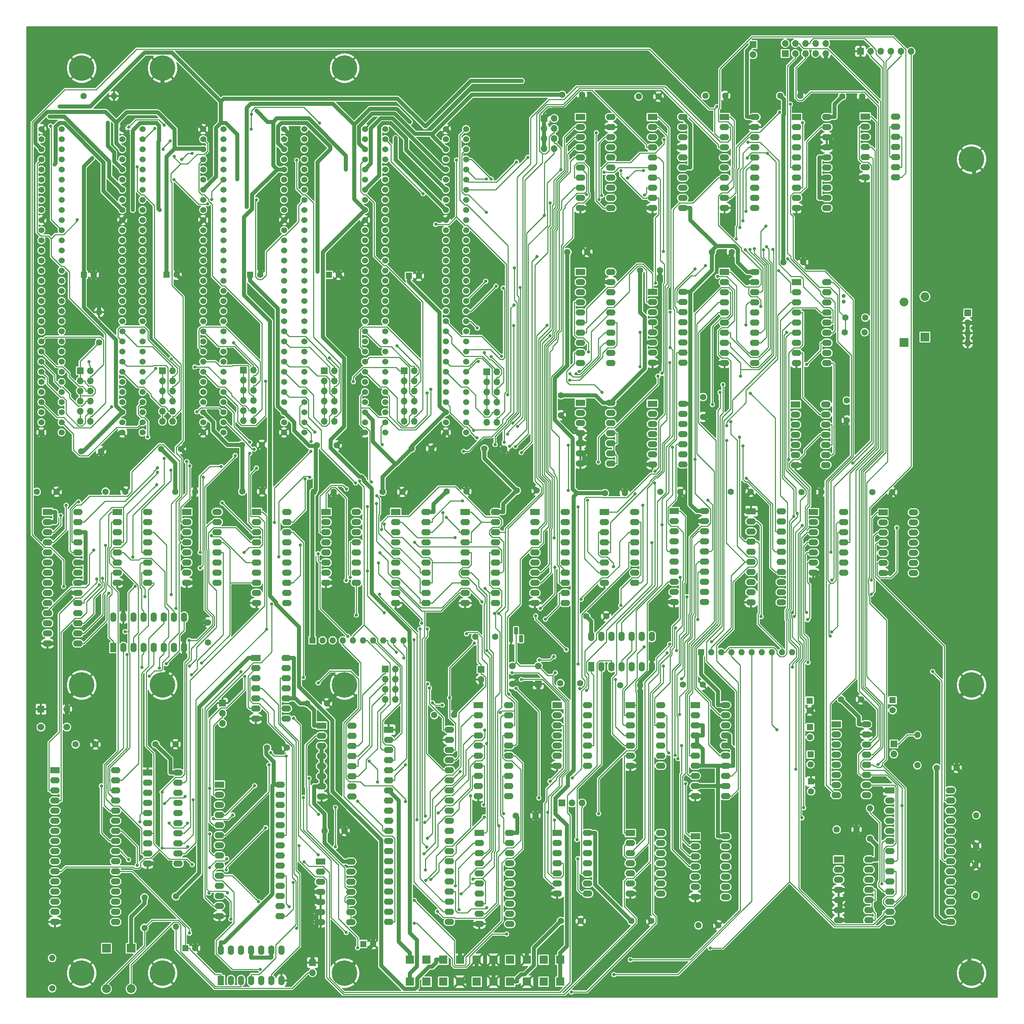
<source format=gbl>
%TF.GenerationSoftware,KiCad,Pcbnew,8.0.6*%
%TF.CreationDate,2025-05-19T16:18:48-05:00*%
%TF.ProjectId,6809PC-6U,36383039-5043-42d3-9655-2e6b69636164,5/17/2025 002*%
%TF.SameCoordinates,Original*%
%TF.FileFunction,Copper,L2,Bot*%
%TF.FilePolarity,Positive*%
%FSLAX46Y46*%
G04 Gerber Fmt 4.6, Leading zero omitted, Abs format (unit mm)*
G04 Created by KiCad (PCBNEW 8.0.6) date 2025-05-19 16:18:48*
%MOMM*%
%LPD*%
G01*
G04 APERTURE LIST*
G04 Aperture macros list*
%AMRoundRect*
0 Rectangle with rounded corners*
0 $1 Rounding radius*
0 $2 $3 $4 $5 $6 $7 $8 $9 X,Y pos of 4 corners*
0 Add a 4 corners polygon primitive as box body*
4,1,4,$2,$3,$4,$5,$6,$7,$8,$9,$2,$3,0*
0 Add four circle primitives for the rounded corners*
1,1,$1+$1,$2,$3*
1,1,$1+$1,$4,$5*
1,1,$1+$1,$6,$7*
1,1,$1+$1,$8,$9*
0 Add four rect primitives between the rounded corners*
20,1,$1+$1,$2,$3,$4,$5,0*
20,1,$1+$1,$4,$5,$6,$7,0*
20,1,$1+$1,$6,$7,$8,$9,0*
20,1,$1+$1,$8,$9,$2,$3,0*%
G04 Aperture macros list end*
%TA.AperFunction,ComponentPad*%
%ADD10R,1.700000X1.700000*%
%TD*%
%TA.AperFunction,ComponentPad*%
%ADD11C,1.700000*%
%TD*%
%TA.AperFunction,ComponentPad*%
%ADD12O,1.700000X1.700000*%
%TD*%
%TA.AperFunction,ComponentPad*%
%ADD13R,1.600000X1.600000*%
%TD*%
%TA.AperFunction,ComponentPad*%
%ADD14O,1.600000X1.600000*%
%TD*%
%TA.AperFunction,ComponentPad*%
%ADD15C,1.600000*%
%TD*%
%TA.AperFunction,ComponentPad*%
%ADD16R,2.400000X1.600000*%
%TD*%
%TA.AperFunction,ComponentPad*%
%ADD17O,2.400000X1.600000*%
%TD*%
%TA.AperFunction,ComponentPad*%
%ADD18R,1.600000X2.400000*%
%TD*%
%TA.AperFunction,ComponentPad*%
%ADD19O,1.600000X2.400000*%
%TD*%
%TA.AperFunction,ComponentPad*%
%ADD20R,2.200000X2.200000*%
%TD*%
%TA.AperFunction,ComponentPad*%
%ADD21O,2.200000X2.200000*%
%TD*%
%TA.AperFunction,ComponentPad*%
%ADD22C,1.000000*%
%TD*%
%TA.AperFunction,ComponentPad*%
%ADD23C,3.600000*%
%TD*%
%TA.AperFunction,ConnectorPad*%
%ADD24C,6.400000*%
%TD*%
%TA.AperFunction,ComponentPad*%
%ADD25R,2.125980X2.125980*%
%TD*%
%TA.AperFunction,ComponentPad*%
%ADD26C,1.524000*%
%TD*%
%TA.AperFunction,ComponentPad*%
%ADD27R,1.100000X1.800000*%
%TD*%
%TA.AperFunction,ComponentPad*%
%ADD28RoundRect,0.275000X-0.275000X-0.625000X0.275000X-0.625000X0.275000X0.625000X-0.275000X0.625000X0*%
%TD*%
%TA.AperFunction,ViaPad*%
%ADD29C,0.800000*%
%TD*%
%TA.AperFunction,Conductor*%
%ADD30C,0.250000*%
%TD*%
%TA.AperFunction,Conductor*%
%ADD31C,1.000000*%
%TD*%
G04 APERTURE END LIST*
D10*
%TO.P,SW1,1,1*%
%TO.N,GND*%
X72764200Y-227386200D03*
D11*
X79264200Y-227386200D03*
%TO.P,SW1,2,2*%
%TO.N,Net-(P12-Pin_2)*%
X72764200Y-231886200D03*
X79264200Y-231886200D03*
%TD*%
D10*
%TO.P,SW2,1,1*%
%TO.N,GND*%
X197668200Y-221042800D03*
D11*
X191168200Y-221042800D03*
%TO.P,SW2,2,2*%
%TO.N,{slash}RESET*%
X197668200Y-216542800D03*
X191168200Y-216542800D03*
%TD*%
D10*
%TO.P,P16,1,Pin_1*%
%TO.N,Net-(D4-A)*%
X305577200Y-127806800D03*
D12*
%TO.P,P16,2,Pin_2*%
%TO.N,GND*%
X305577200Y-130346800D03*
%TO.P,P16,3,Pin_3*%
X305577200Y-132886800D03*
%TO.P,P16,4,Pin_4*%
X305577200Y-135426800D03*
%TD*%
D10*
%TO.P,K2,1,Pin_1*%
%TO.N,{slash}MMU-DISABLE*%
X203606400Y-250952000D03*
D12*
%TO.P,K2,2,Pin_2*%
%TO.N,/CPU 6809/{slash}INTA*%
X206146400Y-250952000D03*
%TO.P,K2,3,Pin_3*%
%TO.N,{slash}MMU-CLR-TASK-REG*%
X208686400Y-250952000D03*
%TD*%
D10*
%TO.P,K1,1,Pin_1*%
%TO.N,GND*%
X118364000Y-225882200D03*
D12*
%TO.P,K1,2,Pin_2*%
%TO.N,Net-(K1-Pin_2)*%
X118364000Y-228422200D03*
%TO.P,K1,3,Pin_3*%
%TO.N,PULLUP3*%
X118364000Y-230962200D03*
%TD*%
D10*
%TO.P,P12,1,Pin_1*%
%TO.N,GND*%
X140988600Y-291033600D03*
D12*
%TO.P,P12,2,Pin_2*%
%TO.N,Net-(P12-Pin_2)*%
X140988600Y-293573600D03*
%TD*%
D10*
%TO.P,JP1,1,Pin_1*%
%TO.N,{slash}RESET*%
X183289800Y-217417400D03*
D12*
%TO.P,JP1,2,Pin_2*%
%TO.N,GND*%
X183289800Y-219957400D03*
%TD*%
D10*
%TO.P,JP3,1,A*%
%TO.N,Net-(JP3-A)*%
X286994600Y-236118400D03*
D12*
%TO.P,JP3,2,B*%
%TO.N,/ACIA/CTS*%
X286994600Y-238658400D03*
%TD*%
D13*
%TO.P,RR1,1,common*%
%TO.N,+5V*%
X238556800Y-213055200D03*
D14*
%TO.P,RR1,2,R1*%
%TO.N,B_{slash}INT*%
X241096800Y-213055200D03*
%TO.P,RR1,3,R2*%
%TO.N,PULLUP1*%
X243636800Y-213055200D03*
%TO.P,RR1,4,R3*%
%TO.N,PULLUP2*%
X246176800Y-213055200D03*
%TO.P,RR1,5,R4*%
%TO.N,PULLUP3*%
X248716800Y-213055200D03*
%TO.P,RR1,6,R5*%
%TO.N,PG*%
X251256800Y-213055200D03*
%TO.P,RR1,7,R6*%
%TO.N,unconnected-(RR1-R6-Pad7)*%
X253796800Y-213055200D03*
%TO.P,RR1,8,R7*%
%TO.N,{slash}RESET*%
X256336800Y-213055200D03*
%TO.P,RR1,9,R8*%
%TO.N,B_{slash}NMI*%
X258876800Y-213055200D03*
%TO.P,RR1,10,R9*%
%TO.N,unconnected-(RR1-R9-Pad10)*%
X261416800Y-213055200D03*
%TD*%
D13*
%TO.P,RR2,1,common*%
%TO.N,+5V*%
X140970000Y-210108800D03*
D14*
%TO.P,RR2,2,R1*%
%TO.N,{slash}HALT*%
X143510000Y-210108800D03*
%TO.P,RR2,3,R2*%
%TO.N,MRDY*%
X146050000Y-210108800D03*
%TO.P,RR2,4,R3*%
%TO.N,DMA*%
X148590000Y-210108800D03*
%TO.P,RR2,5,R4*%
%TO.N,{slash}NMI*%
X151130000Y-210108800D03*
%TO.P,RR2,6,R5*%
%TO.N,{slash}IRQ*%
X153670000Y-210108800D03*
%TO.P,RR2,7,R6*%
%TO.N,{slash}FIRQ*%
X156210000Y-210108800D03*
%TO.P,RR2,8,R7*%
%TO.N,{slash}MMU-DISABLE*%
X158750000Y-210108800D03*
%TO.P,RR2,9,R8*%
%TO.N,{slash}MMU-CLR-TASK-REG*%
X161290000Y-210108800D03*
%TO.P,RR2,10,R9*%
%TO.N,CPU_BS*%
X163830000Y-210108800D03*
%TD*%
D15*
%TO.P,R6,1*%
%TO.N,GND*%
X307695600Y-261645400D03*
D14*
%TO.P,R6,2*%
%TO.N,/ACIA/DCD*%
X307695600Y-254025400D03*
%TD*%
D15*
%TO.P,R7,1*%
%TO.N,+5V*%
X281017400Y-259915000D03*
D14*
%TO.P,R7,2*%
%TO.N,/ACIA/DTR*%
X281017400Y-252295000D03*
%TD*%
D15*
%TO.P,R4,1*%
%TO.N,+5V*%
X292938200Y-241477800D03*
D14*
%TO.P,R4,2*%
%TO.N,Net-(JP3-A)*%
X292938200Y-233857800D03*
%TD*%
D15*
%TO.P,R1,1*%
%TO.N,5VSB*%
X106654600Y-274396200D03*
D14*
%TO.P,R1,2*%
%TO.N,Net-(P12-Pin_2)*%
X106654600Y-282016200D03*
%TD*%
D15*
%TO.P,R3,1*%
%TO.N,Net-(D2-A)*%
X98780600Y-282321000D03*
D14*
%TO.P,R3,2*%
%TO.N,5VSB*%
X98780600Y-274701000D03*
%TD*%
D15*
%TO.P,R2,1*%
%TO.N,Net-(D1-A)*%
X75582200Y-297507000D03*
D14*
%TO.P,R2,2*%
%TO.N,Net-(P12-Pin_2)*%
X75582200Y-289887000D03*
%TD*%
D10*
%TO.P,P18,1,Pin_1*%
%TO.N,unconnected-(P18-Pin_1-Pad1)*%
X259715000Y-62687200D03*
D12*
%TO.P,P18,2,Pin_2*%
%TO.N,unconnected-(P18-Pin_2-Pad2)*%
X259715000Y-60147200D03*
%TO.P,P18,3,Pin_3*%
%TO.N,/ACIA/RXD*%
X262255000Y-62687200D03*
%TO.P,P18,4,Pin_4*%
%TO.N,/ACIA/RTS*%
X262255000Y-60147200D03*
%TO.P,P18,5,Pin_5*%
%TO.N,/ACIA/TXD*%
X264795000Y-62687200D03*
%TO.P,P18,6,Pin_6*%
%TO.N,/ACIA/CTS*%
X264795000Y-60147200D03*
%TO.P,P18,7,Pin_7*%
%TO.N,unconnected-(P18-Pin_7-Pad7)*%
X267335000Y-62687200D03*
%TO.P,P18,8,Pin_8*%
%TO.N,unconnected-(P18-Pin_8-Pad8)*%
X267335000Y-60147200D03*
%TO.P,P18,9,Pin_9*%
%TO.N,GND*%
X269875000Y-62687200D03*
%TO.P,P18,10,Pin_10*%
%TO.N,unconnected-(P18-Pin_10-Pad10)*%
X269875000Y-60147200D03*
%TD*%
D10*
%TO.P,P15,1,Pin_1*%
%TO.N,/CPU 6809/8MHZ*%
X159220800Y-217312400D03*
D12*
%TO.P,P15,2,Pin_2*%
%TO.N,CLK*%
X161760800Y-217312400D03*
%TO.P,P15,3,Pin_3*%
%TO.N,/CPU 6809/4MHZ*%
X159220800Y-219852400D03*
%TO.P,P15,4,Pin_4*%
%TO.N,CLK*%
X161760800Y-219852400D03*
%TO.P,P15,5,Pin_5*%
%TO.N,/CPU 6809/2MHZ*%
X159220800Y-222392400D03*
%TO.P,P15,6,Pin_6*%
%TO.N,CLK*%
X161760800Y-222392400D03*
%TO.P,P15,7,Pin_7*%
%TO.N,/CPU 6809/1MHZ*%
X159220800Y-224932400D03*
%TO.P,P15,8,Pin_8*%
%TO.N,CLK*%
X161760800Y-224932400D03*
%TD*%
D10*
%TO.P,P1,1,Pin_1*%
%TO.N,GND*%
X199161400Y-78994000D03*
D12*
%TO.P,P1,2,Pin_2*%
%TO.N,XM19*%
X201701400Y-78994000D03*
%TO.P,P1,3,Pin_3*%
%TO.N,GND*%
X199161400Y-81534000D03*
%TO.P,P1,4,Pin_4*%
%TO.N,XM18*%
X201701400Y-81534000D03*
%TO.P,P1,5,Pin_5*%
%TO.N,GND*%
X199161400Y-84074000D03*
%TO.P,P1,6,Pin_6*%
%TO.N,XM17*%
X201701400Y-84074000D03*
%TO.P,P1,7,Pin_7*%
%TO.N,GND*%
X199161400Y-86614000D03*
%TO.P,P1,8,Pin_8*%
%TO.N,XM16*%
X201701400Y-86614000D03*
%TD*%
D16*
%TO.P,U33,1,VSS*%
%TO.N,GND*%
X160114800Y-232542400D03*
D17*
%TO.P,U33,2,~{NMI}*%
%TO.N,{slash}NMI*%
X160114800Y-235082400D03*
%TO.P,U33,3,~{IRQ}*%
%TO.N,{slash}IRQ*%
X160114800Y-237622400D03*
%TO.P,U33,4,~{FIRQ}*%
%TO.N,{slash}FIRQ*%
X160114800Y-240162400D03*
%TO.P,U33,5,BS*%
%TO.N,CPU_BS*%
X160114800Y-242702400D03*
%TO.P,U33,6,BA*%
%TO.N,CPU_BA*%
X160114800Y-245242400D03*
%TO.P,U33,7,VCC*%
%TO.N,+5V*%
X160114800Y-247782400D03*
%TO.P,U33,8,A0*%
%TO.N,LA0*%
X160114800Y-250322400D03*
%TO.P,U33,9,A1*%
%TO.N,LA1*%
X160114800Y-252862400D03*
%TO.P,U33,10,A2*%
%TO.N,LA2*%
X160114800Y-255402400D03*
%TO.P,U33,11,A3*%
%TO.N,LA3*%
X160114800Y-257942400D03*
%TO.P,U33,12,A4*%
%TO.N,LA4*%
X160114800Y-260482400D03*
%TO.P,U33,13,A5*%
%TO.N,LA5*%
X160114800Y-263022400D03*
%TO.P,U33,14,A6*%
%TO.N,LA6*%
X160114800Y-265562400D03*
%TO.P,U33,15,A7*%
%TO.N,LA7*%
X160114800Y-268102400D03*
%TO.P,U33,16,A8*%
%TO.N,LA8*%
X160114800Y-270642400D03*
%TO.P,U33,17,A9*%
%TO.N,LA9*%
X160114800Y-273182400D03*
%TO.P,U33,18,A10*%
%TO.N,LA10*%
X160114800Y-275722400D03*
%TO.P,U33,19,A11*%
%TO.N,LA11*%
X160114800Y-278262400D03*
%TO.P,U33,20,A12*%
%TO.N,LA12*%
X160114800Y-280802400D03*
%TO.P,U33,21,A13*%
%TO.N,LA13*%
X175354800Y-280802400D03*
%TO.P,U33,22,A14*%
%TO.N,LA14*%
X175354800Y-278262400D03*
%TO.P,U33,23,A15*%
%TO.N,LA15*%
X175354800Y-275722400D03*
%TO.P,U33,24,D7*%
%TO.N,CPU_D7*%
X175354800Y-273182400D03*
%TO.P,U33,25,D6*%
%TO.N,CPU_D6*%
X175354800Y-270642400D03*
%TO.P,U33,26,D5*%
%TO.N,CPU_D5*%
X175354800Y-268102400D03*
%TO.P,U33,27,D4*%
%TO.N,CPU_D4*%
X175354800Y-265562400D03*
%TO.P,U33,28,D3*%
%TO.N,CPU_D3*%
X175354800Y-263022400D03*
%TO.P,U33,29,D2*%
%TO.N,CPU_D2*%
X175354800Y-260482400D03*
%TO.P,U33,30,D1*%
%TO.N,CPU_D1*%
X175354800Y-257942400D03*
%TO.P,U33,31,D0*%
%TO.N,CPU_D0*%
X175354800Y-255402400D03*
%TO.P,U33,32,R/~{W}*%
%TO.N,CPU_R{slash}W*%
X175354800Y-252862400D03*
%TO.P,U33,33,~{DMA/BREQ}*%
%TO.N,DMA*%
X175354800Y-250322400D03*
%TO.P,U33,34,E*%
%TO.N,CPU_E*%
X175354800Y-247782400D03*
%TO.P,U33,35,Q*%
%TO.N,CPU_Q*%
X175354800Y-245242400D03*
%TO.P,U33,36,MRDY*%
%TO.N,MRDY*%
X175354800Y-242702400D03*
%TO.P,U33,37,~{RESET}*%
%TO.N,{slash}RESET*%
X175354800Y-240162400D03*
%TO.P,U33,38,EXTAL*%
%TO.N,CLK*%
X175354800Y-237622400D03*
%TO.P,U33,39,XTAL*%
%TO.N,GND*%
X175354800Y-235082400D03*
%TO.P,U33,40,~{HALT}*%
%TO.N,{slash}HALT*%
X175354800Y-232542400D03*
%TD*%
D16*
%TO.P,U9,1,VPP*%
%TO.N,unconnected-(U9-VPP-Pad1)*%
X117576600Y-246329200D03*
D17*
%TO.P,U9,2,A12*%
%TO.N,Net-(K1-Pin_2)*%
X117576600Y-248869200D03*
%TO.P,U9,3,A7*%
%TO.N,mA7*%
X117576600Y-251409200D03*
%TO.P,U9,4,A6*%
%TO.N,mA6*%
X117576600Y-253949200D03*
%TO.P,U9,5,A5*%
%TO.N,mA5*%
X117576600Y-256489200D03*
%TO.P,U9,6,A4*%
%TO.N,mA4*%
X117576600Y-259029200D03*
%TO.P,U9,7,A3*%
%TO.N,mA3*%
X117576600Y-261569200D03*
%TO.P,U9,8,A2*%
%TO.N,mA2*%
X117576600Y-264109200D03*
%TO.P,U9,9,A1*%
%TO.N,mA1*%
X117576600Y-266649200D03*
%TO.P,U9,10,A0*%
%TO.N,mA0*%
X117576600Y-269189200D03*
%TO.P,U9,11,D0*%
%TO.N,mD0*%
X117576600Y-271729200D03*
%TO.P,U9,12,D1*%
%TO.N,mD1*%
X117576600Y-274269200D03*
%TO.P,U9,13,D2*%
%TO.N,mD2*%
X117576600Y-276809200D03*
%TO.P,U9,14,GND*%
%TO.N,GND*%
X117576600Y-279349200D03*
%TO.P,U9,15,D3*%
%TO.N,mD3*%
X132816600Y-279349200D03*
%TO.P,U9,16,D4*%
%TO.N,mD4*%
X132816600Y-276809200D03*
%TO.P,U9,17,D5*%
%TO.N,mD5*%
X132816600Y-274269200D03*
%TO.P,U9,18,D6*%
%TO.N,mD6*%
X132816600Y-271729200D03*
%TO.P,U9,19,D7*%
%TO.N,mD7*%
X132816600Y-269189200D03*
%TO.P,U9,20,~{CE}*%
%TO.N,Net-(U9-~{CE})*%
X132816600Y-266649200D03*
%TO.P,U9,21,A10*%
%TO.N,mA10*%
X132816600Y-264109200D03*
%TO.P,U9,22,~{OE}*%
%TO.N,{slash}RD*%
X132816600Y-261569200D03*
%TO.P,U9,23,A11*%
%TO.N,mA11*%
X132816600Y-259029200D03*
%TO.P,U9,24,A9*%
%TO.N,mA9*%
X132816600Y-256489200D03*
%TO.P,U9,25,A8*%
%TO.N,mA8*%
X132816600Y-253949200D03*
%TO.P,U9,26,NC*%
%TO.N,unconnected-(U9-NC-Pad26)*%
X132816600Y-251409200D03*
%TO.P,U9,27,~{PGM}*%
%TO.N,PULLUP2*%
X132816600Y-248869200D03*
%TO.P,U9,28,VCC*%
%TO.N,+5V*%
X132816600Y-246329200D03*
%TD*%
D16*
%TO.P,U8,1,A18*%
%TO.N,mA18*%
X76289800Y-242732400D03*
D17*
%TO.P,U8,2,A16*%
%TO.N,mA16*%
X76289800Y-245272400D03*
%TO.P,U8,3,A14*%
%TO.N,mA14*%
X76289800Y-247812400D03*
%TO.P,U8,4,A12*%
%TO.N,mA12*%
X76289800Y-250352400D03*
%TO.P,U8,5,A7*%
%TO.N,mA7*%
X76289800Y-252892400D03*
%TO.P,U8,6,A6*%
%TO.N,mA6*%
X76289800Y-255432400D03*
%TO.P,U8,7,A5*%
%TO.N,mA5*%
X76289800Y-257972400D03*
%TO.P,U8,8,A4*%
%TO.N,mA4*%
X76289800Y-260512400D03*
%TO.P,U8,9,A3*%
%TO.N,mA3*%
X76289800Y-263052400D03*
%TO.P,U8,10,A2*%
%TO.N,mA2*%
X76289800Y-265592400D03*
%TO.P,U8,11,A1*%
%TO.N,mA1*%
X76289800Y-268132400D03*
%TO.P,U8,12,A0*%
%TO.N,mA0*%
X76289800Y-270672400D03*
%TO.P,U8,13,DQ0*%
%TO.N,mD0*%
X76289800Y-273212400D03*
%TO.P,U8,14,DQ1*%
%TO.N,mD1*%
X76289800Y-275752400D03*
%TO.P,U8,15,DQ2*%
%TO.N,mD2*%
X76289800Y-278292400D03*
%TO.P,U8,16,VSS*%
%TO.N,GND*%
X76289800Y-280832400D03*
%TO.P,U8,17,DQ3*%
%TO.N,mD3*%
X91529800Y-280832400D03*
%TO.P,U8,18,DQ4*%
%TO.N,mD4*%
X91529800Y-278292400D03*
%TO.P,U8,19,DQ5*%
%TO.N,mD5*%
X91529800Y-275752400D03*
%TO.P,U8,20,DQ6*%
%TO.N,mD6*%
X91529800Y-273212400D03*
%TO.P,U8,21,DQ7*%
%TO.N,mD7*%
X91529800Y-270672400D03*
%TO.P,U8,22,CE#*%
%TO.N,{slash}ONBOARDRAM*%
X91529800Y-268132400D03*
%TO.P,U8,23,A10*%
%TO.N,mA10*%
X91529800Y-265592400D03*
%TO.P,U8,24,OE#*%
%TO.N,{slash}RD*%
X91529800Y-263052400D03*
%TO.P,U8,25,A11*%
%TO.N,mA11*%
X91529800Y-260512400D03*
%TO.P,U8,26,A9*%
%TO.N,mA9*%
X91529800Y-257972400D03*
%TO.P,U8,27,A8*%
%TO.N,mA8*%
X91529800Y-255432400D03*
%TO.P,U8,28,A13*%
%TO.N,mA13*%
X91529800Y-252892400D03*
%TO.P,U8,29,WE#*%
%TO.N,{slash}WR*%
X91529800Y-250352400D03*
%TO.P,U8,30,A17*%
%TO.N,mA17*%
X91529800Y-247812400D03*
%TO.P,U8,31,A15*%
%TO.N,mA15*%
X91529800Y-245272400D03*
%TO.P,U8,32,VCC*%
%TO.N,+5V*%
X91529800Y-242732400D03*
%TD*%
D16*
%TO.P,U48,1,VSS*%
%TO.N,GND*%
X285971800Y-247782400D03*
D17*
%TO.P,U48,2,CS1*%
%TO.N,mA2*%
X285971800Y-250322400D03*
%TO.P,U48,3,~{CS2}*%
%TO.N,{slash}IOSEL-0EF80*%
X285971800Y-252862400D03*
%TO.P,U48,4,~{RES}*%
%TO.N,{slash}RESET*%
X285971800Y-255402400D03*
%TO.P,U48,5,RxC*%
%TO.N,unconnected-(U48-RxC-Pad5)*%
X285971800Y-257942400D03*
%TO.P,U48,6,XTAL1*%
%TO.N,/ACIA/ACIA_CLK*%
X285971800Y-260482400D03*
%TO.P,U48,7,XTAL2*%
%TO.N,unconnected-(U48-XTAL2-Pad7)*%
X285971800Y-263022400D03*
%TO.P,U48,8,~{RTS}*%
%TO.N,/ACIA/RTS_TTL*%
X285971800Y-265562400D03*
%TO.P,U48,9,~{CTS}*%
%TO.N,/ACIA/CTS_TTL*%
X285971800Y-268102400D03*
%TO.P,U48,10,TxD*%
%TO.N,/ACIA/TXD_TTL*%
X285971800Y-270642400D03*
%TO.P,U48,11,~{DTR}*%
%TO.N,/ACIA/DTR*%
X285971800Y-273182400D03*
%TO.P,U48,12,RxD*%
%TO.N,/ACIA/RXD_TTL*%
X285971800Y-275722400D03*
%TO.P,U48,13,RS0*%
%TO.N,mA0*%
X285971800Y-278262400D03*
%TO.P,U48,14,RS1*%
%TO.N,mA1*%
X285971800Y-280802400D03*
%TO.P,U48,15,VCC*%
%TO.N,+5V*%
X301211800Y-280802400D03*
%TO.P,U48,16,~{DCD}*%
%TO.N,/ACIA/DCD*%
X301211800Y-278262400D03*
%TO.P,U48,17,~{DSR}*%
%TO.N,/ACIA/DSR*%
X301211800Y-275722400D03*
%TO.P,U48,18,D0*%
%TO.N,mD0*%
X301211800Y-273182400D03*
%TO.P,U48,19,D1*%
%TO.N,mD1*%
X301211800Y-270642400D03*
%TO.P,U48,20,D2*%
%TO.N,mD2*%
X301211800Y-268102400D03*
%TO.P,U48,21,D3*%
%TO.N,mD3*%
X301211800Y-265562400D03*
%TO.P,U48,22,D4*%
%TO.N,mD4*%
X301211800Y-263022400D03*
%TO.P,U48,23,D5*%
%TO.N,mD5*%
X301211800Y-260482400D03*
%TO.P,U48,24,D6*%
%TO.N,mD6*%
X301211800Y-257942400D03*
%TO.P,U48,25,D7*%
%TO.N,mD7*%
X301211800Y-255402400D03*
%TO.P,U48,26,~{IRQ}*%
%TO.N,{slash}IRQ*%
X301211800Y-252862400D03*
%TO.P,U48,27,\u03D52*%
%TO.N,E*%
X301211800Y-250322400D03*
%TO.P,U48,28,R/~{W}*%
%TO.N,R{slash}W*%
X301211800Y-247782400D03*
%TD*%
D16*
%TO.P,U40,1,A14*%
%TO.N,+5V*%
X74447400Y-177850800D03*
D17*
%TO.P,U40,2,A12*%
X74447400Y-180390800D03*
%TO.P,U40,3,A7*%
%TO.N,Net-(U38-O3)*%
X74447400Y-182930800D03*
%TO.P,U40,4,A6*%
%TO.N,Net-(U38-O2)*%
X74447400Y-185470800D03*
%TO.P,U40,5,A5*%
%TO.N,Net-(U38-O1)*%
X74447400Y-188010800D03*
%TO.P,U40,6,A4*%
%TO.N,Net-(U38-O0)*%
X74447400Y-190550800D03*
%TO.P,U40,7,A3*%
%TO.N,Net-(U37-Zd)*%
X74447400Y-193090800D03*
%TO.P,U40,8,A2*%
%TO.N,Net-(U37-Zc)*%
X74447400Y-195630800D03*
%TO.P,U40,9,A1*%
%TO.N,Net-(U37-Zb)*%
X74447400Y-198170800D03*
%TO.P,U40,10,A0*%
%TO.N,Net-(U37-Za)*%
X74447400Y-200710800D03*
%TO.P,U40,11,Q0*%
%TO.N,Net-(U40-Q0)*%
X74447400Y-203250800D03*
%TO.P,U40,12,Q1*%
%TO.N,Net-(U40-Q1)*%
X74447400Y-205790800D03*
%TO.P,U40,13,Q2*%
%TO.N,Net-(U40-Q2)*%
X74447400Y-208330800D03*
%TO.P,U40,14,GND*%
%TO.N,GND*%
X74447400Y-210870800D03*
%TO.P,U40,15,Q3*%
%TO.N,Net-(U40-Q3)*%
X82067400Y-210870800D03*
%TO.P,U40,16,Q4*%
%TO.N,Net-(U40-Q4)*%
X82067400Y-208330800D03*
%TO.P,U40,17,Q5*%
%TO.N,Net-(U40-Q5)*%
X82067400Y-205790800D03*
%TO.P,U40,18,Q6*%
%TO.N,Net-(U40-Q6)*%
X82067400Y-203250800D03*
%TO.P,U40,19,Q7*%
%TO.N,Net-(U40-Q7)*%
X82067400Y-200710800D03*
%TO.P,U40,20,~{CS}*%
%TO.N,GND*%
X82067400Y-198170800D03*
%TO.P,U40,21,A10*%
%TO.N,+5V*%
X82067400Y-195630800D03*
%TO.P,U40,22,~{OE}*%
%TO.N,/MMU four/{slash}OE*%
X82067400Y-193090800D03*
%TO.P,U40,23,A11*%
%TO.N,+5V*%
X82067400Y-190550800D03*
%TO.P,U40,24,A9*%
%TO.N,Net-(U38-O5)*%
X82067400Y-188010800D03*
%TO.P,U40,25,A8*%
%TO.N,Net-(U38-O4)*%
X82067400Y-185470800D03*
%TO.P,U40,26,A13*%
%TO.N,+5V*%
X82067400Y-182930800D03*
%TO.P,U40,27,~{WE}*%
%TO.N,/MMU four/{slash}MMU-MAP-WR*%
X82067400Y-180390800D03*
%TO.P,U40,28,VCC*%
%TO.N,+5V*%
X82067400Y-177850800D03*
%TD*%
D16*
%TO.P,U38,1,OE*%
%TO.N,{slash}IOSEL-0EFD0*%
X196840500Y-177850800D03*
D17*
%TO.P,U38,2,O0*%
%TO.N,Net-(U38-O0)*%
X196840500Y-180390800D03*
%TO.P,U38,3,D0*%
%TO.N,mD0*%
X196840500Y-182930800D03*
%TO.P,U38,4,D1*%
%TO.N,mD1*%
X196840500Y-185470800D03*
%TO.P,U38,5,O1*%
%TO.N,Net-(U38-O1)*%
X196840500Y-188010800D03*
%TO.P,U38,6,O2*%
%TO.N,Net-(U38-O2)*%
X196840500Y-190550800D03*
%TO.P,U38,7,D2*%
%TO.N,mD2*%
X196840500Y-193090800D03*
%TO.P,U38,8,D3*%
%TO.N,mD3*%
X196840500Y-195630800D03*
%TO.P,U38,9,O3*%
%TO.N,Net-(U38-O3)*%
X196840500Y-198170800D03*
%TO.P,U38,10,GND*%
%TO.N,GND*%
X196840500Y-200710800D03*
%TO.P,U38,11,Cp*%
%TO.N,/MMU four/{slash}MMU-TASK-SETUP-WR*%
X204460500Y-200710800D03*
%TO.P,U38,12,O4*%
%TO.N,Net-(U38-O4)*%
X204460500Y-198170800D03*
%TO.P,U38,13,D4*%
%TO.N,mD4*%
X204460500Y-195630800D03*
%TO.P,U38,14,D5*%
%TO.N,mD5*%
X204460500Y-193090800D03*
%TO.P,U38,15,O5*%
%TO.N,Net-(U38-O5)*%
X204460500Y-190550800D03*
%TO.P,U38,16,O6*%
%TO.N,unconnected-(U38-O6-Pad16)*%
X204460500Y-188010800D03*
%TO.P,U38,17,D6*%
%TO.N,unconnected-(U38-D6-Pad17)*%
X204460500Y-185470800D03*
%TO.P,U38,18,D7*%
%TO.N,unconnected-(U38-D7-Pad18)*%
X204460500Y-182930800D03*
%TO.P,U38,19,O7*%
%TO.N,unconnected-(U38-O7-Pad19)*%
X204460500Y-180390800D03*
%TO.P,U38,20,VCC*%
%TO.N,+5V*%
X204460500Y-177850800D03*
%TD*%
D16*
%TO.P,U46,1,OEa*%
%TO.N,BUSAK*%
X182651400Y-226364800D03*
D17*
%TO.P,U46,2,I0a*%
%TO.N,LA4*%
X182651400Y-228904800D03*
%TO.P,U46,3,O3b*%
%TO.N,mA11*%
X182651400Y-231444800D03*
%TO.P,U46,4,I1a*%
%TO.N,LA5*%
X182651400Y-233984800D03*
%TO.P,U46,5,O2b*%
%TO.N,mA10*%
X182651400Y-236524800D03*
%TO.P,U46,6,I2a*%
%TO.N,LA6*%
X182651400Y-239064800D03*
%TO.P,U46,7,O1b*%
%TO.N,mA9*%
X182651400Y-241604800D03*
%TO.P,U46,8,I3a*%
%TO.N,LA7*%
X182651400Y-244144800D03*
%TO.P,U46,9,O0b*%
%TO.N,mA8*%
X182651400Y-246684800D03*
%TO.P,U46,10,GND*%
%TO.N,GND*%
X182651400Y-249224800D03*
%TO.P,U46,11,I0b*%
%TO.N,LA8*%
X190271400Y-249224800D03*
%TO.P,U46,12,O3a*%
%TO.N,mA7*%
X190271400Y-246684800D03*
%TO.P,U46,13,I1b*%
%TO.N,LA9*%
X190271400Y-244144800D03*
%TO.P,U46,14,O2a*%
%TO.N,mA6*%
X190271400Y-241604800D03*
%TO.P,U46,15,I2b*%
%TO.N,LA10*%
X190271400Y-239064800D03*
%TO.P,U46,16,O1a*%
%TO.N,mA5*%
X190271400Y-236524800D03*
%TO.P,U46,17,I3b*%
%TO.N,LA11*%
X190271400Y-233984800D03*
%TO.P,U46,18,O0a*%
%TO.N,mA4*%
X190271400Y-231444800D03*
%TO.P,U46,19,OEb*%
%TO.N,BUSAK*%
X190271400Y-228904800D03*
%TO.P,U46,20,VCC*%
%TO.N,+5V*%
X190271400Y-226364800D03*
%TD*%
D16*
%TO.P,U31,1,OEa*%
%TO.N,GND*%
X251129800Y-177673000D03*
D17*
%TO.P,U31,2,I0a*%
%TO.N,CLK*%
X251129800Y-180213000D03*
%TO.P,U31,3,O3b*%
%TO.N,unconnected-(U31-O3b-Pad3)*%
X251129800Y-182753000D03*
%TO.P,U31,4,I1a*%
%TO.N,B_{slash}NMI*%
X251129800Y-185293000D03*
%TO.P,U31,5,O2b*%
%TO.N,unconnected-(U31-O2b-Pad5)*%
X251129800Y-187833000D03*
%TO.P,U31,6,I2a*%
%TO.N,B_{slash}INT*%
X251129800Y-190373000D03*
%TO.P,U31,7,O1b*%
%TO.N,unconnected-(U31-O1b-Pad7)*%
X251129800Y-192913000D03*
%TO.P,U31,8,I3a*%
%TO.N,unconnected-(U31-I3a-Pad8)*%
X251129800Y-195453000D03*
%TO.P,U31,9,O0b*%
%TO.N,unconnected-(U31-O0b-Pad9)*%
X251129800Y-197993000D03*
%TO.P,U31,10,GND*%
%TO.N,GND*%
X251129800Y-200533000D03*
%TO.P,U31,11,I0b*%
%TO.N,unconnected-(U31-I0b-Pad11)*%
X258749800Y-200533000D03*
%TO.P,U31,12,O3a*%
%TO.N,unconnected-(U31-O3a-Pad12)*%
X258749800Y-197993000D03*
%TO.P,U31,13,I1b*%
%TO.N,unconnected-(U31-I1b-Pad13)*%
X258749800Y-195453000D03*
%TO.P,U31,14,O2a*%
%TO.N,Net-(U31-O2a)*%
X258749800Y-192913000D03*
%TO.P,U31,15,I2b*%
%TO.N,unconnected-(U31-I2b-Pad15)*%
X258749800Y-190373000D03*
%TO.P,U31,16,O1a*%
%TO.N,Net-(U31-O1a)*%
X258749800Y-187833000D03*
%TO.P,U31,17,I3b*%
%TO.N,unconnected-(U31-I3b-Pad17)*%
X258749800Y-185293000D03*
%TO.P,U31,18,O0a*%
%TO.N,B_{slash}CLK*%
X258749800Y-182753000D03*
%TO.P,U31,19,OEb*%
%TO.N,unconnected-(U31-OEb-Pad19)*%
X258749800Y-180213000D03*
%TO.P,U31,20,VCC*%
%TO.N,+5V*%
X258749800Y-177673000D03*
%TD*%
D16*
%TO.P,U39,1,OEa*%
%TO.N,Net-(U39-OEa)*%
X161871000Y-177850800D03*
D17*
%TO.P,U39,2,I0a*%
%TO.N,Net-(U35-Q0)*%
X161871000Y-180390800D03*
%TO.P,U39,3,O3b*%
%TO.N,unconnected-(U39-O3b-Pad3)*%
X161871000Y-182930800D03*
%TO.P,U39,4,I1a*%
%TO.N,Net-(U35-Q1)*%
X161871000Y-185470800D03*
%TO.P,U39,5,O2b*%
%TO.N,unconnected-(U39-O2b-Pad5)*%
X161871000Y-188010800D03*
%TO.P,U39,6,I2a*%
%TO.N,Net-(U35-Q2)*%
X161871000Y-190550800D03*
%TO.P,U39,7,O1b*%
%TO.N,Net-(U38-O5)*%
X161871000Y-193090800D03*
%TO.P,U39,8,I3a*%
%TO.N,Net-(U35-Q3)*%
X161871000Y-195630800D03*
%TO.P,U39,9,O0b*%
%TO.N,Net-(U38-O4)*%
X161871000Y-198170800D03*
%TO.P,U39,10,GND*%
%TO.N,GND*%
X161871000Y-200710800D03*
%TO.P,U39,11,I0b*%
%TO.N,Net-(U35-Q4)*%
X169491000Y-200710800D03*
%TO.P,U39,12,O3a*%
%TO.N,Net-(U38-O3)*%
X169491000Y-198170800D03*
%TO.P,U39,13,I1b*%
%TO.N,Net-(U35-Q5)*%
X169491000Y-195630800D03*
%TO.P,U39,14,O2a*%
%TO.N,Net-(U38-O2)*%
X169491000Y-193090800D03*
%TO.P,U39,15,I2b*%
%TO.N,unconnected-(U39-I2b-Pad15)*%
X169491000Y-190550800D03*
%TO.P,U39,16,O1a*%
%TO.N,Net-(U38-O1)*%
X169491000Y-188010800D03*
%TO.P,U39,17,I3b*%
%TO.N,unconnected-(U39-I3b-Pad17)*%
X169491000Y-185470800D03*
%TO.P,U39,18,O0a*%
%TO.N,Net-(U38-O0)*%
X169491000Y-182930800D03*
%TO.P,U39,19,OEb*%
%TO.N,Net-(U39-OEa)*%
X169491000Y-180390800D03*
%TO.P,U39,20,VCC*%
%TO.N,+5V*%
X169491000Y-177850800D03*
%TD*%
D16*
%TO.P,U28,1,A->B*%
%TO.N,{slash}BUSAK*%
X244471300Y-78657800D03*
D17*
%TO.P,U28,2,A0*%
%TO.N,mA16*%
X244471300Y-81197800D03*
%TO.P,U28,3,A1*%
%TO.N,mA17*%
X244471300Y-83737800D03*
%TO.P,U28,4,A2*%
%TO.N,mA18*%
X244471300Y-86277800D03*
%TO.P,U28,5,A3*%
%TO.N,mA19*%
X244471300Y-88817800D03*
%TO.P,U28,6,A4*%
%TO.N,IOR*%
X244471300Y-91357800D03*
%TO.P,U28,7,A5*%
%TO.N,IOW*%
X244471300Y-93897800D03*
%TO.P,U28,8,A6*%
%TO.N,SMEMR*%
X244471300Y-96437800D03*
%TO.P,U28,9,A7*%
%TO.N,SMEMW*%
X244471300Y-98977800D03*
%TO.P,U28,10,GND*%
%TO.N,GND*%
X244471300Y-101517800D03*
%TO.P,U28,11,B7*%
%TO.N,B_SMEMW*%
X252091300Y-101517800D03*
%TO.P,U28,12,B6*%
%TO.N,B_SMEMR*%
X252091300Y-98977800D03*
%TO.P,U28,13,B5*%
%TO.N,B_IOW*%
X252091300Y-96437800D03*
%TO.P,U28,14,B4*%
%TO.N,B_IOR*%
X252091300Y-93897800D03*
%TO.P,U28,15,B3*%
%TO.N,B_A19*%
X252091300Y-91357800D03*
%TO.P,U28,16,B2*%
%TO.N,B_A18*%
X252091300Y-88817800D03*
%TO.P,U28,17,B1*%
%TO.N,B_A17*%
X252091300Y-86277800D03*
%TO.P,U28,18,B0*%
%TO.N,B_A16*%
X252091300Y-83737800D03*
%TO.P,U28,19,CE*%
%TO.N,GND*%
X252091300Y-81197800D03*
%TO.P,U28,20,VCC*%
%TO.N,+5V*%
X252091300Y-78657800D03*
%TD*%
D16*
%TO.P,U3,1,~{P>Q}*%
%TO.N,unconnected-(U3-~{P>Q}-Pad1)*%
X262575000Y-78657800D03*
D17*
%TO.P,U3,2,P0*%
%TO.N,mA19*%
X262575000Y-81197800D03*
%TO.P,U3,3,Q0*%
%TO.N,XM19*%
X262575000Y-83737800D03*
%TO.P,U3,4,P1*%
%TO.N,mA18*%
X262575000Y-86277800D03*
%TO.P,U3,5,Q1*%
%TO.N,XM18*%
X262575000Y-88817800D03*
%TO.P,U3,6,P2*%
%TO.N,mA17*%
X262575000Y-91357800D03*
%TO.P,U3,7,Q2*%
%TO.N,XM17*%
X262575000Y-93897800D03*
%TO.P,U3,8,P3*%
%TO.N,mA16*%
X262575000Y-96437800D03*
%TO.P,U3,9,Q3*%
%TO.N,XM16*%
X262575000Y-98977800D03*
%TO.P,U3,10,GND*%
%TO.N,GND*%
X262575000Y-101517800D03*
%TO.P,U3,11,P4*%
%TO.N,mA15*%
X270195000Y-101517800D03*
%TO.P,U3,12,Q4*%
%TO.N,+5V*%
X270195000Y-98977800D03*
%TO.P,U3,13,P5*%
%TO.N,mA14*%
X270195000Y-96437800D03*
%TO.P,U3,14,Q5*%
%TO.N,+5V*%
X270195000Y-93897800D03*
%TO.P,U3,15,P6*%
%TO.N,mA13*%
X270195000Y-91357800D03*
%TO.P,U3,16,Q6*%
%TO.N,+5V*%
X270195000Y-88817800D03*
%TO.P,U3,17,P7*%
%TO.N,GND*%
X270195000Y-86277800D03*
%TO.P,U3,18,Q7*%
X270195000Y-83737800D03*
%TO.P,U3,19,~{P=Q}*%
%TO.N,{slash}SHADOW*%
X270195000Y-81197800D03*
%TO.P,U3,20,VCC*%
%TO.N,+5V*%
X270195000Y-78657800D03*
%TD*%
D16*
%TO.P,U36,1,OEa*%
%TO.N,/MMU four/{slash}MMU-TASK-RD*%
X179355800Y-177850800D03*
D17*
%TO.P,U36,2,I0a*%
%TO.N,/MMU four/MMU-ENABLE*%
X179355800Y-180390800D03*
%TO.P,U36,3,O3b*%
%TO.N,mD0*%
X179355800Y-182930800D03*
%TO.P,U36,4,I1a*%
%TO.N,/MMU four/{slash}MMU-TASK-RD*%
X179355800Y-185470800D03*
%TO.P,U36,5,O2b*%
%TO.N,mD1*%
X179355800Y-188010800D03*
%TO.P,U36,6,I2a*%
%TO.N,Net-(U35-Q5)*%
X179355800Y-190550800D03*
%TO.P,U36,7,O1b*%
%TO.N,mD2*%
X179355800Y-193090800D03*
%TO.P,U36,8,I3a*%
%TO.N,Net-(U35-Q4)*%
X179355800Y-195630800D03*
%TO.P,U36,9,O0b*%
%TO.N,mD3*%
X179355800Y-198170800D03*
%TO.P,U36,10,GND*%
%TO.N,GND*%
X179355800Y-200710800D03*
%TO.P,U36,11,I0b*%
%TO.N,Net-(U35-Q3)*%
X186975800Y-200710800D03*
%TO.P,U36,12,O3a*%
%TO.N,mD4*%
X186975800Y-198170800D03*
%TO.P,U36,13,I1b*%
%TO.N,Net-(U35-Q2)*%
X186975800Y-195630800D03*
%TO.P,U36,14,O2a*%
%TO.N,mD5*%
X186975800Y-193090800D03*
%TO.P,U36,15,I2b*%
%TO.N,Net-(U35-Q1)*%
X186975800Y-190550800D03*
%TO.P,U36,16,O1a*%
%TO.N,mD6*%
X186975800Y-188010800D03*
%TO.P,U36,17,I3b*%
%TO.N,Net-(U35-Q0)*%
X186975800Y-185470800D03*
%TO.P,U36,18,O0a*%
%TO.N,mD7*%
X186975800Y-182930800D03*
%TO.P,U36,19,OEb*%
%TO.N,/MMU four/{slash}MMU-TASK-RD*%
X186975800Y-180390800D03*
%TO.P,U36,20,VCC*%
%TO.N,+5V*%
X186975800Y-177850800D03*
%TD*%
D16*
%TO.P,U34,1,OEa*%
%TO.N,BUSAK*%
X231825800Y-177647600D03*
D17*
%TO.P,U34,2,I0a*%
%TO.N,Net-(U34-I0a)*%
X231825800Y-180187600D03*
%TO.P,U34,3,O3b*%
%TO.N,E*%
X231825800Y-182727600D03*
%TO.P,U34,4,I1a*%
%TO.N,CPU_{slash}RD*%
X231825800Y-185267600D03*
%TO.P,U34,5,O2b*%
%TO.N,BUSALE*%
X231825800Y-187807600D03*
%TO.P,U34,6,I2a*%
%TO.N,CPU_{slash}WR*%
X231825800Y-190347600D03*
%TO.P,U34,7,O1b*%
%TO.N,unconnected-(U34-O1b-Pad7)*%
X231825800Y-192887600D03*
%TO.P,U34,8,I3a*%
%TO.N,CPU_R{slash}W*%
X231825800Y-195427600D03*
%TO.P,U34,9,O0b*%
%TO.N,unconnected-(U34-O0b-Pad9)*%
X231825800Y-197967600D03*
%TO.P,U34,10,GND*%
%TO.N,GND*%
X231825800Y-200507600D03*
%TO.P,U34,11,I0b*%
%TO.N,unconnected-(U34-I0b-Pad11)*%
X239445800Y-200507600D03*
%TO.P,U34,12,O3a*%
%TO.N,R{slash}W*%
X239445800Y-197967600D03*
%TO.P,U34,13,I1b*%
%TO.N,unconnected-(U34-I1b-Pad13)*%
X239445800Y-195427600D03*
%TO.P,U34,14,O2a*%
%TO.N,{slash}WR*%
X239445800Y-192887600D03*
%TO.P,U34,15,I2b*%
%TO.N,Net-(U34-I2b)*%
X239445800Y-190347600D03*
%TO.P,U34,16,O1a*%
%TO.N,{slash}RD*%
X239445800Y-187807600D03*
%TO.P,U34,17,I3b*%
%TO.N,CPU_E*%
X239445800Y-185267600D03*
%TO.P,U34,18,O0a*%
%TO.N,{slash}VMA*%
X239445800Y-182727600D03*
%TO.P,U34,19,OEb*%
%TO.N,GND*%
X239445800Y-180187600D03*
%TO.P,U34,20,VCC*%
%TO.N,+5V*%
X239445800Y-177647600D03*
%TD*%
D16*
%TO.P,U41,1,A->B*%
%TO.N,R{slash}W*%
X126901600Y-177850800D03*
D17*
%TO.P,U41,2,A0*%
%TO.N,Net-(U40-Q0)*%
X126901600Y-180390800D03*
%TO.P,U41,3,A1*%
%TO.N,Net-(U40-Q1)*%
X126901600Y-182930800D03*
%TO.P,U41,4,A2*%
%TO.N,Net-(U40-Q2)*%
X126901600Y-185470800D03*
%TO.P,U41,5,A3*%
%TO.N,Net-(U40-Q3)*%
X126901600Y-188010800D03*
%TO.P,U41,6,A4*%
%TO.N,Net-(U40-Q4)*%
X126901600Y-190550800D03*
%TO.P,U41,7,A5*%
%TO.N,Net-(U40-Q5)*%
X126901600Y-193090800D03*
%TO.P,U41,8,A6*%
%TO.N,Net-(U40-Q6)*%
X126901600Y-195630800D03*
%TO.P,U41,9,A7*%
%TO.N,Net-(U40-Q7)*%
X126901600Y-198170800D03*
%TO.P,U41,10,GND*%
%TO.N,GND*%
X126901600Y-200710800D03*
%TO.P,U41,11,B7*%
%TO.N,mD7*%
X134521600Y-200710800D03*
%TO.P,U41,12,B6*%
%TO.N,mD6*%
X134521600Y-198170800D03*
%TO.P,U41,13,B5*%
%TO.N,mD5*%
X134521600Y-195630800D03*
%TO.P,U41,14,B4*%
%TO.N,mD4*%
X134521600Y-193090800D03*
%TO.P,U41,15,B3*%
%TO.N,mD3*%
X134521600Y-190550800D03*
%TO.P,U41,16,B2*%
%TO.N,mD2*%
X134521600Y-188010800D03*
%TO.P,U41,17,B1*%
%TO.N,mD1*%
X134521600Y-185470800D03*
%TO.P,U41,18,B0*%
%TO.N,mD0*%
X134521600Y-182930800D03*
%TO.P,U41,19,CE*%
%TO.N,{slash}IOSEL-0EFD0*%
X134521600Y-180390800D03*
%TO.P,U41,20,VCC*%
%TO.N,+5V*%
X134521600Y-177850800D03*
%TD*%
D16*
%TO.P,U30,1,~{MR}*%
%TO.N,+5V*%
X143256000Y-231521000D03*
D17*
%TO.P,U30,2,CP*%
%TO.N,Net-(U30-CP)*%
X143256000Y-234061000D03*
%TO.P,U30,3,D0*%
%TO.N,+5V*%
X143256000Y-236601000D03*
%TO.P,U30,4,D1*%
X143256000Y-239141000D03*
%TO.P,U30,5,D2*%
X143256000Y-241681000D03*
%TO.P,U30,6,D3*%
X143256000Y-244221000D03*
%TO.P,U30,7,CEP*%
X143256000Y-246761000D03*
%TO.P,U30,8,GND*%
%TO.N,GND*%
X143256000Y-249301000D03*
%TO.P,U30,9,~{PE}*%
%TO.N,+5V*%
X150876000Y-249301000D03*
%TO.P,U30,10,CET*%
X150876000Y-246761000D03*
%TO.P,U30,11,Q3*%
%TO.N,/CPU 6809/1MHZ*%
X150876000Y-244221000D03*
%TO.P,U30,12,Q2*%
%TO.N,/CPU 6809/2MHZ*%
X150876000Y-241681000D03*
%TO.P,U30,13,Q1*%
%TO.N,/CPU 6809/4MHZ*%
X150876000Y-239141000D03*
%TO.P,U30,14,Q0*%
%TO.N,/CPU 6809/8MHZ*%
X150876000Y-236601000D03*
%TO.P,U30,15,TC*%
%TO.N,unconnected-(U30-TC-Pad15)*%
X150876000Y-234061000D03*
%TO.P,U30,16,VCC*%
%TO.N,+5V*%
X150876000Y-231521000D03*
%TD*%
D16*
%TO.P,U49,1,C1+*%
%TO.N,Net-(U49-C1+)*%
X272509800Y-231196200D03*
D17*
%TO.P,U49,2,VS+*%
%TO.N,Net-(U49-VS+)*%
X272509800Y-233736200D03*
%TO.P,U49,3,C1-*%
%TO.N,Net-(U49-C1-)*%
X272509800Y-236276200D03*
%TO.P,U49,4,C2+*%
%TO.N,Net-(U49-C2+)*%
X272509800Y-238816200D03*
%TO.P,U49,5,C2-*%
%TO.N,Net-(U49-C2-)*%
X272509800Y-241356200D03*
%TO.P,U49,6,VS-*%
%TO.N,Net-(U49-VS-)*%
X272509800Y-243896200D03*
%TO.P,U49,7,T2OUT*%
%TO.N,/ACIA/TXD*%
X272509800Y-246436200D03*
%TO.P,U49,8,R2IN*%
%TO.N,/ACIA/RXD*%
X272509800Y-248976200D03*
%TO.P,U49,9,R2OUT*%
%TO.N,/ACIA/RXD_TTL*%
X280129800Y-248976200D03*
%TO.P,U49,10,T2IN*%
%TO.N,/ACIA/TXD_TTL*%
X280129800Y-246436200D03*
%TO.P,U49,11,T1IN*%
%TO.N,/ACIA/RTS_TTL*%
X280129800Y-243896200D03*
%TO.P,U49,12,R1OUT*%
%TO.N,/ACIA/CTS_TTL*%
X280129800Y-241356200D03*
%TO.P,U49,13,R1IN*%
%TO.N,/ACIA/CTS*%
X280129800Y-238816200D03*
%TO.P,U49,14,T1OUT*%
%TO.N,/ACIA/RTS*%
X280129800Y-236276200D03*
%TO.P,U49,15,GND*%
%TO.N,GND*%
X280129800Y-233736200D03*
%TO.P,U49,16,VCC*%
%TO.N,+5V*%
X280129800Y-231196200D03*
%TD*%
D16*
%TO.P,U42,1,A0*%
%TO.N,mA0*%
X214325200Y-177850800D03*
D17*
%TO.P,U42,2,A1*%
%TO.N,mA1*%
X214325200Y-180390800D03*
%TO.P,U42,3,A2*%
%TO.N,R{slash}W*%
X214325200Y-182930800D03*
%TO.P,U42,4,E1*%
%TO.N,{slash}IOSEL-0EFE0*%
X214325200Y-185470800D03*
%TO.P,U42,5,E2*%
X214325200Y-188010800D03*
%TO.P,U42,6,E3*%
%TO.N,E*%
X214325200Y-190550800D03*
%TO.P,U42,7,O7*%
%TO.N,{slash}MMU-IO-PREFIX-RD*%
X214325200Y-193090800D03*
%TO.P,U42,8,GND*%
%TO.N,GND*%
X214325200Y-195630800D03*
%TO.P,U42,9,O6*%
%TO.N,TC*%
X221945200Y-195630800D03*
%TO.P,U42,10,O5*%
%TO.N,unconnected-(U42-O5-Pad10)*%
X221945200Y-193090800D03*
%TO.P,U42,11,O4*%
%TO.N,/MMU four/{slash}MMU-TASK-RD*%
X221945200Y-190550800D03*
%TO.P,U42,12,O3*%
%TO.N,unconnected-(U42-O3-Pad12)*%
X221945200Y-188010800D03*
%TO.P,U42,13,O2*%
%TO.N,/MMU four/{slash}MMU-ENB-WR*%
X221945200Y-185470800D03*
%TO.P,U42,14,O1*%
%TO.N,/MMU four/{slash}MMU-TASK-SETUP-WR*%
X221945200Y-182930800D03*
%TO.P,U42,15,O0*%
%TO.N,/MMU four/{slash}MMU-TASK-WR*%
X221945200Y-180390800D03*
%TO.P,U42,16,VCC*%
%TO.N,+5V*%
X221945200Y-177850800D03*
%TD*%
D16*
%TO.P,P17,1*%
%TO.N,unconnected-(P17-Pad1)*%
X273138800Y-265146200D03*
D17*
%TO.P,P17,2*%
%TO.N,unconnected-(P17-Pad2)*%
X273138800Y-267686200D03*
%TO.P,P17,3*%
%TO.N,unconnected-(P17-Pad3)*%
X273138800Y-270226200D03*
%TO.P,P17,4*%
%TO.N,GND*%
X273138800Y-272766200D03*
%TO.P,P17,5*%
X273138800Y-275306200D03*
%TO.P,P17,6*%
X273138800Y-277846200D03*
%TO.P,P17,7*%
X273138800Y-280386200D03*
%TO.P,P17,8*%
%TO.N,/ACIA/ACIA_CLK*%
X280758800Y-280386200D03*
%TO.P,P17,9*%
X280758800Y-277846200D03*
%TO.P,P17,10*%
X280758800Y-275306200D03*
%TO.P,P17,11*%
X280758800Y-272766200D03*
%TO.P,P17,12*%
%TO.N,unconnected-(P17-Pad12)*%
X280758800Y-270226200D03*
%TO.P,P17,13*%
%TO.N,unconnected-(P17-Pad13)*%
X280758800Y-267686200D03*
%TO.P,P17,14*%
%TO.N,+5V*%
X280758800Y-265146200D03*
%TD*%
D18*
%TO.P,U19,1*%
%TO.N,Net-(D2-A)*%
X117950800Y-295534400D03*
D19*
%TO.P,U19,2*%
%TO.N,Net-(U19-Pad2)*%
X120490800Y-295534400D03*
%TO.P,U19,3*%
%TO.N,Net-(D1-A)*%
X123030800Y-295534400D03*
%TO.P,U19,4*%
%TO.N,Net-(U22A-C)*%
X125570800Y-295534400D03*
%TO.P,U19,5*%
%TO.N,Net-(U19-Pad2)*%
X128110800Y-295534400D03*
%TO.P,U19,6*%
%TO.N,Net-(U22A-~{S})*%
X130650800Y-295534400D03*
%TO.P,U19,7,GND*%
%TO.N,GND*%
X133190800Y-295534400D03*
%TO.P,U19,8*%
%TO.N,unconnected-(U19-Pad8)*%
X133190800Y-287914400D03*
%TO.P,U19,9*%
%TO.N,5VSB*%
X130650800Y-287914400D03*
%TO.P,U19,10*%
%TO.N,unconnected-(U19-Pad10)*%
X128110800Y-287914400D03*
%TO.P,U19,11*%
%TO.N,5VSB*%
X125570800Y-287914400D03*
%TO.P,U19,12*%
%TO.N,unconnected-(U19-Pad12)*%
X123030800Y-287914400D03*
%TO.P,U19,13*%
%TO.N,5VSB*%
X120490800Y-287914400D03*
%TO.P,U19,14,VCC*%
%TO.N,+5V*%
X117950800Y-287914400D03*
%TD*%
D16*
%TO.P,P14,1*%
%TO.N,unconnected-(P14-Pad1)*%
X142969800Y-265689400D03*
D17*
%TO.P,P14,2*%
%TO.N,unconnected-(P14-Pad2)*%
X142969800Y-268229400D03*
%TO.P,P14,3*%
%TO.N,unconnected-(P14-Pad3)*%
X142969800Y-270769400D03*
%TO.P,P14,4*%
%TO.N,GND*%
X142969800Y-273309400D03*
%TO.P,P14,5*%
X142969800Y-275849400D03*
%TO.P,P14,6*%
X142969800Y-278389400D03*
%TO.P,P14,7*%
X142969800Y-280929400D03*
%TO.P,P14,8*%
%TO.N,Net-(U30-CP)*%
X150589800Y-280929400D03*
%TO.P,P14,9*%
X150589800Y-278389400D03*
%TO.P,P14,10*%
X150589800Y-275849400D03*
%TO.P,P14,11*%
X150589800Y-273309400D03*
%TO.P,P14,12*%
%TO.N,unconnected-(P14-Pad12)*%
X150589800Y-270769400D03*
%TO.P,P14,13*%
%TO.N,unconnected-(P14-Pad13)*%
X150589800Y-268229400D03*
%TO.P,P14,14*%
%TO.N,+5V*%
X150589800Y-265689400D03*
%TD*%
D18*
%TO.P,U7,1*%
%TO.N,/Memory Map/SHADOW-ROM*%
X210972400Y-216763600D03*
D19*
%TO.P,U7,2*%
%TO.N,{slash}VMA*%
X213512400Y-216763600D03*
%TO.P,U7,3*%
%TO.N,Net-(U9-~{CE})*%
X216052400Y-216763600D03*
%TO.P,U7,4*%
%TO.N,{slash}VMA*%
X218592400Y-216763600D03*
%TO.P,U7,5*%
%TO.N,Net-(U6-Pad3)*%
X221132400Y-216763600D03*
%TO.P,U7,6*%
%TO.N,{slash}ONBOARDRAM*%
X223672400Y-216763600D03*
%TO.P,U7,7,GND*%
%TO.N,GND*%
X226212400Y-216763600D03*
%TO.P,U7,8*%
%TO.N,{slash}IORQ*%
X226212400Y-209143600D03*
%TO.P,U7,9*%
%TO.N,Net-(U21-Pad6)*%
X223672400Y-209143600D03*
%TO.P,U7,10*%
%TO.N,{slash}VMA*%
X221132400Y-209143600D03*
%TO.P,U7,11*%
%TO.N,IOW*%
X218592400Y-209143600D03*
%TO.P,U7,12*%
%TO.N,{slash}IORQ*%
X216052400Y-209143600D03*
%TO.P,U7,13*%
%TO.N,{slash}WR*%
X213512400Y-209143600D03*
%TO.P,U7,14,VCC*%
%TO.N,+5V*%
X210972400Y-209143600D03*
%TD*%
D20*
%TO.P,D2,1,K*%
%TO.N,5VSB*%
X89197800Y-287453400D03*
D21*
%TO.P,D2,2,A*%
%TO.N,Net-(D2-A)*%
X89197800Y-297613400D03*
%TD*%
D20*
%TO.P,D1,1,K*%
%TO.N,5VSB*%
X95395400Y-287453400D03*
D21*
%TO.P,D1,2,A*%
%TO.N,Net-(D1-A)*%
X95395400Y-297613400D03*
%TD*%
D15*
%TO.P,C29,1*%
%TO.N,+5V*%
X123259400Y-160990600D03*
%TO.P,C29,2*%
%TO.N,GND*%
X128259400Y-160990600D03*
%TD*%
%TO.P,C46,1*%
%TO.N,+5V*%
X102934600Y-162030600D03*
%TO.P,C46,2*%
%TO.N,GND*%
X107934600Y-162030600D03*
%TD*%
%TO.P,C44,1*%
%TO.N,+5V*%
X123342400Y-172694600D03*
%TO.P,C44,2*%
%TO.N,GND*%
X128342400Y-172694600D03*
%TD*%
%TO.P,C42,1*%
%TO.N,+5V*%
X237925600Y-281686000D03*
%TO.P,C42,2*%
%TO.N,GND*%
X242925600Y-281686000D03*
%TD*%
%TO.P,C39,1*%
%TO.N,+5V*%
X241303800Y-112598200D03*
%TO.P,C39,2*%
%TO.N,GND*%
X246303800Y-112598200D03*
%TD*%
%TO.P,C36,1*%
%TO.N,+5V*%
X272636800Y-257612200D03*
%TO.P,C36,2*%
%TO.N,GND*%
X277636800Y-257612200D03*
%TD*%
%TO.P,C25,1*%
%TO.N,+5V*%
X246053600Y-172770800D03*
%TO.P,C25,2*%
%TO.N,GND*%
X251053600Y-172770800D03*
%TD*%
%TO.P,C48,1*%
%TO.N,+5V*%
X82868600Y-162589400D03*
%TO.P,C48,2*%
%TO.N,GND*%
X87868600Y-162589400D03*
%TD*%
%TO.P,C50,1*%
%TO.N,+5V*%
X192281800Y-172466000D03*
%TO.P,C50,2*%
%TO.N,GND*%
X197281800Y-172466000D03*
%TD*%
%TO.P,C52,1*%
%TO.N,+5V*%
X203229200Y-220853000D03*
%TO.P,C52,2*%
%TO.N,GND*%
X208229200Y-220853000D03*
%TD*%
%TO.P,C54,1*%
%TO.N,+5V*%
X106506000Y-172796200D03*
%TO.P,C54,2*%
%TO.N,GND*%
X111506000Y-172796200D03*
%TD*%
%TO.P,C62,1*%
%TO.N,+5V*%
X141274800Y-172796200D03*
%TO.P,C62,2*%
%TO.N,GND*%
X146274800Y-172796200D03*
%TD*%
%TO.P,C58,1*%
%TO.N,+5V*%
X144031800Y-257966400D03*
%TO.P,C58,2*%
%TO.N,GND*%
X149031800Y-257966400D03*
%TD*%
%TO.P,C24,1*%
%TO.N,+3V3*%
X259236200Y-115112800D03*
%TO.P,C24,2*%
%TO.N,GND*%
X264236200Y-115112800D03*
%TD*%
%TO.P,C23,1*%
%TO.N,+5V*%
X209757000Y-204063600D03*
%TO.P,C23,2*%
%TO.N,GND*%
X214757000Y-204063600D03*
%TD*%
%TO.P,C27,1*%
%TO.N,+5V*%
X297768000Y-242087400D03*
%TO.P,C27,2*%
%TO.N,GND*%
X302768000Y-242087400D03*
%TD*%
%TO.P,C19,1*%
%TO.N,+5V*%
X158550600Y-172796200D03*
%TO.P,C19,2*%
%TO.N,GND*%
X163550600Y-172796200D03*
%TD*%
%TO.P,C31,1*%
%TO.N,+5V*%
X101553000Y-236194600D03*
%TO.P,C31,2*%
%TO.N,GND*%
X106553000Y-236194600D03*
%TD*%
%TO.P,C38,1*%
%TO.N,+5V*%
X89005400Y-172745400D03*
%TO.P,C38,2*%
%TO.N,GND*%
X94005400Y-172745400D03*
%TD*%
%TO.P,C15,1*%
%TO.N,+5V*%
X192002400Y-254127000D03*
%TO.P,C15,2*%
%TO.N,GND*%
X197002400Y-254127000D03*
%TD*%
%TO.P,C11,1*%
%TO.N,+5V*%
X218266000Y-221361000D03*
%TO.P,C11,2*%
%TO.N,GND*%
X223266000Y-221361000D03*
%TD*%
%TO.P,C7,1*%
%TO.N,+5V*%
X275183600Y-149863800D03*
%TO.P,C7,2*%
%TO.N,GND*%
X275183600Y-154863800D03*
%TD*%
%TO.P,C20,1*%
%TO.N,+3V3*%
X258474200Y-73304400D03*
%TO.P,C20,2*%
%TO.N,GND*%
X263474200Y-73304400D03*
%TD*%
%TO.P,C16,1*%
%TO.N,+3V3*%
X228349800Y-172821600D03*
%TO.P,C16,2*%
%TO.N,GND*%
X233349800Y-172821600D03*
%TD*%
%TO.P,C12,1*%
%TO.N,+3V3*%
X214430600Y-173126400D03*
%TO.P,C12,2*%
%TO.N,GND*%
X219430600Y-173126400D03*
%TD*%
%TO.P,C8,1*%
%TO.N,+3V3*%
X205007200Y-112547400D03*
%TO.P,C8,2*%
%TO.N,GND*%
X210007200Y-112547400D03*
%TD*%
%TO.P,C5,1*%
%TO.N,+5V*%
X174628800Y-172694600D03*
%TO.P,C5,2*%
%TO.N,GND*%
X179628800Y-172694600D03*
%TD*%
%TO.P,C9,1*%
%TO.N,+5V*%
X221081600Y-280593800D03*
%TO.P,C9,2*%
%TO.N,GND*%
X226081600Y-280593800D03*
%TD*%
%TO.P,C13,1*%
%TO.N,+5V*%
X114757200Y-210591400D03*
%TO.P,C13,2*%
%TO.N,GND*%
X114757200Y-205591400D03*
%TD*%
%TO.P,C21,1*%
%TO.N,+5V*%
X165825000Y-161929000D03*
%TO.P,C21,2*%
%TO.N,GND*%
X170825000Y-161929000D03*
%TD*%
D13*
%TO.P,C61,1*%
%TO.N,Net-(U49-C1+)*%
X265970400Y-231920600D03*
D15*
%TO.P,C61,2*%
%TO.N,Net-(U49-C1-)*%
X265970400Y-234420600D03*
%TD*%
D13*
%TO.P,C65,1*%
%TO.N,GND*%
X266217400Y-245530500D03*
D15*
%TO.P,C65,2*%
%TO.N,Net-(U49-VS-)*%
X266217400Y-248030500D03*
%TD*%
D13*
%TO.P,C35,1*%
%TO.N,Net-(D2-A)*%
X109006000Y-287426400D03*
D15*
%TO.P,C35,2*%
%TO.N,GND*%
X111506000Y-287426400D03*
%TD*%
D13*
%TO.P,C2,1*%
%TO.N,+5V*%
X83523000Y-118267800D03*
D15*
%TO.P,C2,2*%
%TO.N,GND*%
X86023000Y-118267800D03*
%TD*%
D13*
%TO.P,C3,1*%
%TO.N,+5V*%
X125310000Y-118267800D03*
D15*
%TO.P,C3,2*%
%TO.N,GND*%
X127810000Y-118267800D03*
%TD*%
D13*
%TO.P,C28,1*%
%TO.N,Net-(D1-A)*%
X153739400Y-286365000D03*
D15*
%TO.P,C28,2*%
%TO.N,GND*%
X156239400Y-286365000D03*
%TD*%
D13*
%TO.P,C63,1*%
%TO.N,Net-(U49-C2+)*%
X266065000Y-238760000D03*
D15*
%TO.P,C63,2*%
%TO.N,Net-(U49-C2-)*%
X266065000Y-241260000D03*
%TD*%
D13*
%TO.P,C4,1*%
%TO.N,+5V*%
X104329600Y-118267800D03*
D15*
%TO.P,C4,2*%
%TO.N,GND*%
X106829600Y-118267800D03*
%TD*%
D13*
%TO.P,C1,1*%
%TO.N,+5V*%
X145103400Y-118267800D03*
D15*
%TO.P,C1,2*%
%TO.N,GND*%
X147603400Y-118267800D03*
%TD*%
D13*
%TO.P,C64,1*%
%TO.N,+5V*%
X265887200Y-225247200D03*
D15*
%TO.P,C64,2*%
%TO.N,GND*%
X265887200Y-227747200D03*
%TD*%
D13*
%TO.P,C66,1*%
%TO.N,Net-(U49-VS+)*%
X286715200Y-225145600D03*
D15*
%TO.P,C66,2*%
%TO.N,+5V*%
X286715200Y-227645600D03*
%TD*%
D22*
%TO.P,X1,1,1*%
%TO.N,Net-(U47-XT)*%
X274411400Y-125063600D03*
%TO.P,X1,2,2*%
%TO.N,Net-(U47-XT1)*%
X274411400Y-123563600D03*
%TD*%
D23*
%TO.P,P6,1,1*%
%TO.N,GND*%
X149040400Y-66372400D03*
D24*
X149040400Y-66372400D03*
%TD*%
D23*
%TO.P,P5,1,1*%
%TO.N,GND*%
X83000400Y-293702400D03*
D24*
X83000400Y-293702400D03*
%TD*%
D23*
%TO.P,P3,1,1*%
%TO.N,GND*%
X103320400Y-293702400D03*
D24*
X103320400Y-293702400D03*
%TD*%
D23*
%TO.P,P2,1,1*%
%TO.N,GND*%
X103320400Y-66372400D03*
D24*
X103320400Y-66372400D03*
%TD*%
D23*
%TO.P,P7,1,1*%
%TO.N,GND*%
X83000400Y-66372400D03*
D24*
X83000400Y-66372400D03*
%TD*%
D25*
%TO.P,P11,1,Pin_1*%
%TO.N,+3V3*%
X203221100Y-295829020D03*
%TO.P,P11,2,Pin_2*%
X203221100Y-290327380D03*
%TO.P,P11,3,Pin_3*%
X199019940Y-295829020D03*
%TO.P,P11,4,Pin_4*%
%TO.N,-12V*%
X199019940Y-290327380D03*
%TO.P,P11,5,Pin_5*%
%TO.N,GND*%
X194821320Y-295829020D03*
%TO.P,P11,6,Pin_6*%
X194821320Y-290327380D03*
%TO.P,P11,7,Pin_7*%
%TO.N,+5V*%
X190620160Y-295829020D03*
%TO.P,P11,8,Pin_8*%
%TO.N,PWR_ON*%
X190620160Y-290327380D03*
%TO.P,P11,9,Pin_9*%
%TO.N,GND*%
X186421540Y-295829020D03*
%TO.P,P11,10,Pin_10*%
X186421540Y-290327380D03*
%TO.P,P11,11,Pin_11*%
%TO.N,+5V*%
X182220380Y-295829020D03*
%TO.P,P11,12,Pin_12*%
%TO.N,GND*%
X182220380Y-290327380D03*
%TO.P,P11,13,Pin_13*%
X178021760Y-295829020D03*
%TO.P,P11,14,Pin_14*%
X178021760Y-290327380D03*
%TO.P,P11,15,Pin_15*%
%TO.N,PG*%
X173820600Y-295829020D03*
%TO.P,P11,16,Pin_16*%
%TO.N,-5V*%
X173820600Y-290327380D03*
%TO.P,P11,17,Pin_17*%
%TO.N,5VSB*%
X169621980Y-295829020D03*
%TO.P,P11,18,Pin_18*%
%TO.N,+5V*%
X169621980Y-290327380D03*
%TO.P,P11,19,Pin_19*%
%TO.N,+12V*%
X165420820Y-295829020D03*
%TO.P,P11,20,Pin_20*%
%TO.N,+5V*%
X165420820Y-290327380D03*
%TD*%
D15*
%TO.P,C37,1*%
%TO.N,+5V*%
X239652800Y-73304400D03*
%TO.P,C37,2*%
%TO.N,GND*%
X244652800Y-73304400D03*
%TD*%
%TO.P,C6,1*%
%TO.N,+5V*%
X281588200Y-172872400D03*
%TO.P,C6,2*%
%TO.N,GND*%
X286588200Y-172872400D03*
%TD*%
%TO.P,C10,1*%
%TO.N,+5V*%
X203686400Y-73050400D03*
%TO.P,C10,2*%
%TO.N,GND*%
X208686400Y-73050400D03*
%TD*%
%TO.P,C14,1*%
%TO.N,+5V*%
X203352400Y-280593800D03*
%TO.P,C14,2*%
%TO.N,GND*%
X208352400Y-280593800D03*
%TD*%
%TO.P,C18,1*%
%TO.N,+5V*%
X223244400Y-117195600D03*
%TO.P,C18,2*%
%TO.N,GND*%
X228244400Y-117195600D03*
%TD*%
%TO.P,C22,1*%
%TO.N,+5V*%
X71708000Y-172770800D03*
%TO.P,C22,2*%
%TO.N,GND*%
X76708000Y-172770800D03*
%TD*%
%TO.P,C26,1*%
%TO.N,+5V*%
X274035800Y-73455400D03*
%TO.P,C26,2*%
%TO.N,GND*%
X279035800Y-73455400D03*
%TD*%
%TO.P,C30,1*%
%TO.N,+5V*%
X263808200Y-172847000D03*
%TO.P,C30,2*%
%TO.N,GND*%
X268808200Y-172847000D03*
%TD*%
%TO.P,C33,1*%
%TO.N,+5V*%
X81454800Y-236225400D03*
%TO.P,C33,2*%
%TO.N,GND*%
X86454800Y-236225400D03*
%TD*%
%TO.P,C40,1*%
%TO.N,+5V*%
X222888800Y-73507600D03*
%TO.P,C40,2*%
%TO.N,GND*%
X227888800Y-73507600D03*
%TD*%
%TO.P,C43,1*%
%TO.N,+5V*%
X142050600Y-161116200D03*
%TO.P,C43,2*%
%TO.N,GND*%
X147050600Y-161116200D03*
%TD*%
%TO.P,C45,1*%
%TO.N,+5V*%
X139620800Y-225938400D03*
%TO.P,C45,2*%
%TO.N,GND*%
X144620800Y-225938400D03*
%TD*%
%TO.P,C47,1*%
%TO.N,+5V*%
X171555400Y-228854000D03*
%TO.P,C47,2*%
%TO.N,GND*%
X176555400Y-228854000D03*
%TD*%
%TO.P,C49,1*%
%TO.N,+5V*%
X233988600Y-221234000D03*
%TO.P,C49,2*%
%TO.N,GND*%
X238988600Y-221234000D03*
%TD*%
%TO.P,C51,1*%
%TO.N,+5V*%
X239090200Y-148974800D03*
%TO.P,C51,2*%
%TO.N,GND*%
X239090200Y-153974800D03*
%TD*%
%TO.P,C53,1*%
%TO.N,+5V*%
X203352400Y-148539200D03*
%TO.P,C53,2*%
%TO.N,GND*%
X203352400Y-153539200D03*
%TD*%
D16*
%TO.P,U45,1,OEa*%
%TO.N,GND*%
X99568000Y-243332000D03*
D17*
%TO.P,U45,2,I0a*%
%TO.N,unconnected-(U45-I0a-Pad2)*%
X99568000Y-245872000D03*
%TO.P,U45,3,O3b*%
%TO.N,mA3*%
X99568000Y-248412000D03*
%TO.P,U45,4,I1a*%
%TO.N,CPU_Q*%
X99568000Y-250952000D03*
%TO.P,U45,5,O2b*%
%TO.N,mA2*%
X99568000Y-253492000D03*
%TO.P,U45,6,I2a*%
%TO.N,CPU_E*%
X99568000Y-256032000D03*
%TO.P,U45,7,O1b*%
%TO.N,mA1*%
X99568000Y-258572000D03*
%TO.P,U45,8,I3a*%
%TO.N,CPU_R{slash}W*%
X99568000Y-261112000D03*
%TO.P,U45,9,O0b*%
%TO.N,mA0*%
X99568000Y-263652000D03*
%TO.P,U45,10,GND*%
%TO.N,GND*%
X99568000Y-266192000D03*
%TO.P,U45,11,I0b*%
%TO.N,LA0*%
X107188000Y-266192000D03*
%TO.P,U45,12,O3a*%
%TO.N,R{slash}W*%
X107188000Y-263652000D03*
%TO.P,U45,13,I1b*%
%TO.N,LA1*%
X107188000Y-261112000D03*
%TO.P,U45,14,O2a*%
%TO.N,E*%
X107188000Y-258572000D03*
%TO.P,U45,15,I2b*%
%TO.N,LA2*%
X107188000Y-256032000D03*
%TO.P,U45,16,O1a*%
%TO.N,Q*%
X107188000Y-253492000D03*
%TO.P,U45,17,I3b*%
%TO.N,LA3*%
X107188000Y-250952000D03*
%TO.P,U45,18,O0a*%
%TO.N,unconnected-(U45-O0a-Pad18)*%
X107188000Y-248412000D03*
%TO.P,U45,19,OEb*%
%TO.N,BUSAK*%
X107188000Y-245872000D03*
%TO.P,U45,20,VCC*%
%TO.N,+5V*%
X107188000Y-243332000D03*
%TD*%
D16*
%TO.P,U26,1,A->B*%
%TO.N,{slash}BUSAK*%
X208263800Y-117560600D03*
D17*
%TO.P,U26,2,A0*%
%TO.N,mA0*%
X208263800Y-120100600D03*
%TO.P,U26,3,A1*%
%TO.N,mA1*%
X208263800Y-122640600D03*
%TO.P,U26,4,A2*%
%TO.N,mA2*%
X208263800Y-125180600D03*
%TO.P,U26,5,A3*%
%TO.N,mA3*%
X208263800Y-127720600D03*
%TO.P,U26,6,A4*%
%TO.N,mA4*%
X208263800Y-130260600D03*
%TO.P,U26,7,A5*%
%TO.N,mA5*%
X208263800Y-132800600D03*
%TO.P,U26,8,A6*%
%TO.N,mA6*%
X208263800Y-135340600D03*
%TO.P,U26,9,A7*%
%TO.N,mA7*%
X208263800Y-137880600D03*
%TO.P,U26,10,GND*%
%TO.N,GND*%
X208263800Y-140420600D03*
%TO.P,U26,11,B7*%
%TO.N,B_A7*%
X215883800Y-140420600D03*
%TO.P,U26,12,B6*%
%TO.N,B_A6*%
X215883800Y-137880600D03*
%TO.P,U26,13,B5*%
%TO.N,B_A5*%
X215883800Y-135340600D03*
%TO.P,U26,14,B4*%
%TO.N,B_A4*%
X215883800Y-132800600D03*
%TO.P,U26,15,B3*%
%TO.N,B_A3*%
X215883800Y-130260600D03*
%TO.P,U26,16,B2*%
%TO.N,B_A2*%
X215883800Y-127720600D03*
%TO.P,U26,17,B1*%
%TO.N,B_A1*%
X215883800Y-125180600D03*
%TO.P,U26,18,B0*%
%TO.N,B_A0*%
X215883800Y-122640600D03*
%TO.P,U26,19,CE*%
%TO.N,GND*%
X215883800Y-120100600D03*
%TO.P,U26,20,VCC*%
%TO.N,+5V*%
X215883800Y-117560600D03*
%TD*%
D16*
%TO.P,U2,1,OEa*%
%TO.N,{slash}MMU-IO-PREFIX-RD*%
X226367500Y-78657800D03*
D17*
%TO.P,U2,2,I0a*%
%TO.N,XM19*%
X226367500Y-81197800D03*
%TO.P,U2,3,O3b*%
%TO.N,mD0*%
X226367500Y-83737800D03*
%TO.P,U2,4,I1a*%
%TO.N,XM18*%
X226367500Y-86277800D03*
%TO.P,U2,5,O2b*%
%TO.N,mD1*%
X226367500Y-88817800D03*
%TO.P,U2,6,I2a*%
%TO.N,XM17*%
X226367500Y-91357800D03*
%TO.P,U2,7,O1b*%
%TO.N,mD2*%
X226367500Y-93897800D03*
%TO.P,U2,8,I3a*%
%TO.N,XM16*%
X226367500Y-96437800D03*
%TO.P,U2,9,O0b*%
%TO.N,mD3*%
X226367500Y-98977800D03*
%TO.P,U2,10,GND*%
%TO.N,GND*%
X226367500Y-101517800D03*
%TO.P,U2,11,I0b*%
%TO.N,+5V*%
X233987500Y-101517800D03*
%TO.P,U2,12,O3a*%
%TO.N,mD4*%
X233987500Y-98977800D03*
%TO.P,U2,13,I1b*%
%TO.N,+5V*%
X233987500Y-96437800D03*
%TO.P,U2,14,O2a*%
%TO.N,mD5*%
X233987500Y-93897800D03*
%TO.P,U2,15,I2b*%
%TO.N,+5V*%
X233987500Y-91357800D03*
%TO.P,U2,16,O1a*%
%TO.N,mD6*%
X233987500Y-88817800D03*
%TO.P,U2,17,I3b*%
%TO.N,GND*%
X233987500Y-86277800D03*
%TO.P,U2,18,O0a*%
%TO.N,mD7*%
X233987500Y-83737800D03*
%TO.P,U2,19,OEb*%
%TO.N,{slash}MMU-IO-PREFIX-RD*%
X233987500Y-81197800D03*
%TO.P,U2,20,VCC*%
%TO.N,+5V*%
X233987500Y-78657800D03*
%TD*%
D16*
%TO.P,U25,1,A->B*%
%TO.N,Net-(U25-A->B)*%
X208263800Y-78657800D03*
D17*
%TO.P,U25,2,A0*%
%TO.N,mD0*%
X208263800Y-81197800D03*
%TO.P,U25,3,A1*%
%TO.N,mD1*%
X208263800Y-83737800D03*
%TO.P,U25,4,A2*%
%TO.N,mD2*%
X208263800Y-86277800D03*
%TO.P,U25,5,A3*%
%TO.N,mD3*%
X208263800Y-88817800D03*
%TO.P,U25,6,A4*%
%TO.N,mD4*%
X208263800Y-91357800D03*
%TO.P,U25,7,A5*%
%TO.N,mD5*%
X208263800Y-93897800D03*
%TO.P,U25,8,A6*%
%TO.N,mD6*%
X208263800Y-96437800D03*
%TO.P,U25,9,A7*%
%TO.N,mD7*%
X208263800Y-98977800D03*
%TO.P,U25,10,GND*%
%TO.N,GND*%
X208263800Y-101517800D03*
%TO.P,U25,11,B7*%
%TO.N,B_D7*%
X215883800Y-101517800D03*
%TO.P,U25,12,B6*%
%TO.N,B_D6*%
X215883800Y-98977800D03*
%TO.P,U25,13,B5*%
%TO.N,B_D5*%
X215883800Y-96437800D03*
%TO.P,U25,14,B4*%
%TO.N,B_D4*%
X215883800Y-93897800D03*
%TO.P,U25,15,B3*%
%TO.N,B_D3*%
X215883800Y-91357800D03*
%TO.P,U25,16,B2*%
%TO.N,B_D2*%
X215883800Y-88817800D03*
%TO.P,U25,17,B1*%
%TO.N,B_D1*%
X215883800Y-86277800D03*
%TO.P,U25,18,B0*%
%TO.N,B_D0*%
X215883800Y-83737800D03*
%TO.P,U25,19,CE*%
%TO.N,GND*%
X215883800Y-81197800D03*
%TO.P,U25,20,VCC*%
%TO.N,+5V*%
X215883800Y-78657800D03*
%TD*%
D16*
%TO.P,U27,1,A->B*%
%TO.N,{slash}BUSAK*%
X244471300Y-117560600D03*
D17*
%TO.P,U27,2,A0*%
%TO.N,mA8*%
X244471300Y-120100600D03*
%TO.P,U27,3,A1*%
%TO.N,mA9*%
X244471300Y-122640600D03*
%TO.P,U27,4,A2*%
%TO.N,mA10*%
X244471300Y-125180600D03*
%TO.P,U27,5,A3*%
%TO.N,mA11*%
X244471300Y-127720600D03*
%TO.P,U27,6,A4*%
%TO.N,mA12*%
X244471300Y-130260600D03*
%TO.P,U27,7,A5*%
%TO.N,mA13*%
X244471300Y-132800600D03*
%TO.P,U27,8,A6*%
%TO.N,mA14*%
X244471300Y-135340600D03*
%TO.P,U27,9,A7*%
%TO.N,mA15*%
X244471300Y-137880600D03*
%TO.P,U27,10,GND*%
%TO.N,GND*%
X244471300Y-140420600D03*
%TO.P,U27,11,B7*%
%TO.N,B_A15*%
X252091300Y-140420600D03*
%TO.P,U27,12,B6*%
%TO.N,B_A14*%
X252091300Y-137880600D03*
%TO.P,U27,13,B5*%
%TO.N,B_A13*%
X252091300Y-135340600D03*
%TO.P,U27,14,B4*%
%TO.N,B_A12*%
X252091300Y-132800600D03*
%TO.P,U27,15,B3*%
%TO.N,B_A11*%
X252091300Y-130260600D03*
%TO.P,U27,16,B2*%
%TO.N,B_A10*%
X252091300Y-127720600D03*
%TO.P,U27,17,B1*%
%TO.N,B_A9*%
X252091300Y-125180600D03*
%TO.P,U27,18,B0*%
%TO.N,B_A8*%
X252091300Y-122640600D03*
%TO.P,U27,19,CE*%
%TO.N,GND*%
X252091300Y-120100600D03*
%TO.P,U27,20,VCC*%
%TO.N,+5V*%
X252091300Y-117560600D03*
%TD*%
D16*
%TO.P,U4,1*%
%TO.N,Net-(U1-Pad6)*%
X220802200Y-258470400D03*
D17*
%TO.P,U4,2*%
%TO.N,mA19*%
X220802200Y-261010400D03*
%TO.P,U4,3*%
%TO.N,Net-(U4-Pad3)*%
X220802200Y-263550400D03*
%TO.P,U4,4*%
%TO.N,unconnected-(U4-Pad4)*%
X220802200Y-266090400D03*
%TO.P,U4,5*%
%TO.N,unconnected-(U4-Pad5)*%
X220802200Y-268630400D03*
%TO.P,U4,6*%
%TO.N,unconnected-(U4-Pad6)*%
X220802200Y-271170400D03*
%TO.P,U4,7,GND*%
%TO.N,GND*%
X220802200Y-273710400D03*
%TO.P,U4,8*%
%TO.N,unconnected-(U4-Pad8)*%
X228422200Y-273710400D03*
%TO.P,U4,9*%
%TO.N,unconnected-(U4-Pad9)*%
X228422200Y-271170400D03*
%TO.P,U4,10*%
%TO.N,unconnected-(U4-Pad10)*%
X228422200Y-268630400D03*
%TO.P,U4,11*%
%TO.N,unconnected-(U4-Pad11)*%
X228422200Y-266090400D03*
%TO.P,U4,12*%
%TO.N,unconnected-(U4-Pad12)*%
X228422200Y-263550400D03*
%TO.P,U4,13*%
%TO.N,unconnected-(U4-Pad13)*%
X228422200Y-261010400D03*
%TO.P,U4,14,VCC*%
%TO.N,+5V*%
X228422200Y-258470400D03*
%TD*%
D16*
%TO.P,U6,1*%
%TO.N,Net-(U4-Pad3)*%
X284302200Y-177977800D03*
D17*
%TO.P,U6,2*%
%TO.N,{slash}SHADOW*%
X284302200Y-180517800D03*
%TO.P,U6,3*%
%TO.N,Net-(U6-Pad3)*%
X284302200Y-183057800D03*
%TO.P,U6,4*%
%TO.N,E*%
X284302200Y-185597800D03*
%TO.P,U6,5*%
%TO.N,CPU_R{slash}W*%
X284302200Y-188137800D03*
%TO.P,U6,6*%
%TO.N,CPU_{slash}RD*%
X284302200Y-190677800D03*
%TO.P,U6,7,GND*%
%TO.N,GND*%
X284302200Y-193217800D03*
%TO.P,U6,8*%
%TO.N,CPU_{slash}WR*%
X291922200Y-193217800D03*
%TO.P,U6,9*%
%TO.N,W{slash}R*%
X291922200Y-190677800D03*
%TO.P,U6,10*%
%TO.N,CPU_E*%
X291922200Y-188137800D03*
%TO.P,U6,11*%
%TO.N,unconnected-(U6-Pad11)*%
X291922200Y-185597800D03*
%TO.P,U6,12*%
%TO.N,unconnected-(U6-Pad12)*%
X291922200Y-183057800D03*
%TO.P,U6,13*%
%TO.N,unconnected-(U6-Pad13)*%
X291922200Y-180517800D03*
%TO.P,U6,14,VCC*%
%TO.N,+5V*%
X291922200Y-177977800D03*
%TD*%
D16*
%TO.P,U5,1*%
%TO.N,Net-(U34-I0a)*%
X202463400Y-226364800D03*
D17*
%TO.P,U5,2*%
%TO.N,CPU_E*%
X202463400Y-228904800D03*
%TO.P,U5,3*%
%TO.N,CPU_Q*%
X202463400Y-231444800D03*
%TO.P,U5,4*%
%TO.N,SHADOW-IO*%
X202463400Y-233984800D03*
%TO.P,U5,5*%
%TO.N,{slash}SHADOW*%
X202463400Y-236524800D03*
%TO.P,U5,6*%
%TO.N,mA12*%
X202463400Y-239064800D03*
%TO.P,U5,7,GND*%
%TO.N,GND*%
X202463400Y-241604800D03*
%TO.P,U5,8*%
%TO.N,Net-(U1-Pad8)*%
X210083400Y-241604800D03*
%TO.P,U5,9*%
%TO.N,{slash}SHADOW*%
X210083400Y-239064800D03*
%TO.P,U5,10*%
%TO.N,/Memory Map/SHADOW-ROM*%
X210083400Y-236524800D03*
%TO.P,U5,11*%
%TO.N,unconnected-(U5-Pad11)*%
X210083400Y-233984800D03*
%TO.P,U5,12*%
%TO.N,unconnected-(U5-Pad12)*%
X210083400Y-231444800D03*
%TO.P,U5,13*%
%TO.N,unconnected-(U5-Pad13)*%
X210083400Y-228904800D03*
%TO.P,U5,14,VCC*%
%TO.N,+5V*%
X210083400Y-226364800D03*
%TD*%
D16*
%TO.P,U44,1,S*%
%TO.N,/MMU four/MMU-ENABLE*%
X109416900Y-177850800D03*
D17*
%TO.P,U44,2,I0a*%
%TO.N,XM16*%
X109416900Y-180390800D03*
%TO.P,U44,3,I1a*%
%TO.N,Net-(U40-Q4)*%
X109416900Y-182930800D03*
%TO.P,U44,4,Za*%
%TO.N,mA16*%
X109416900Y-185470800D03*
%TO.P,U44,5,I0b*%
%TO.N,XM17*%
X109416900Y-188010800D03*
%TO.P,U44,6,I1b*%
%TO.N,Net-(U40-Q5)*%
X109416900Y-190550800D03*
%TO.P,U44,7,Zb*%
%TO.N,mA17*%
X109416900Y-193090800D03*
%TO.P,U44,8,GND*%
%TO.N,GND*%
X109416900Y-195630800D03*
%TO.P,U44,9,Zd*%
%TO.N,mA19*%
X117036900Y-195630800D03*
%TO.P,U44,10,I1d*%
%TO.N,Net-(U40-Q7)*%
X117036900Y-193090800D03*
%TO.P,U44,11,I0d*%
%TO.N,XM19*%
X117036900Y-190550800D03*
%TO.P,U44,12,Zc*%
%TO.N,mA18*%
X117036900Y-188010800D03*
%TO.P,U44,13,I1c*%
%TO.N,Net-(U40-Q6)*%
X117036900Y-185470800D03*
%TO.P,U44,14,I0c*%
%TO.N,XM18*%
X117036900Y-182930800D03*
%TO.P,U44,15,OE*%
%TO.N,BUSAK*%
X117036900Y-180390800D03*
%TO.P,U44,16,VCC*%
%TO.N,+5V*%
X117036900Y-177850800D03*
%TD*%
D18*
%TO.P,U37,1,S*%
%TO.N,/MMU four/MMU-ENABLE*%
X90957400Y-211912200D03*
D19*
%TO.P,U37,2,I0a*%
%TO.N,mA0*%
X93497400Y-211912200D03*
%TO.P,U37,3,I1a*%
%TO.N,LA12*%
X96037400Y-211912200D03*
%TO.P,U37,4,Za*%
%TO.N,Net-(U37-Za)*%
X98577400Y-211912200D03*
%TO.P,U37,5,I0b*%
%TO.N,mA1*%
X101117400Y-211912200D03*
%TO.P,U37,6,I1b*%
%TO.N,LA13*%
X103657400Y-211912200D03*
%TO.P,U37,7,Zb*%
%TO.N,Net-(U37-Zb)*%
X106197400Y-211912200D03*
%TO.P,U37,8,GND*%
%TO.N,GND*%
X108737400Y-211912200D03*
%TO.P,U37,9,Zc*%
%TO.N,Net-(U37-Zc)*%
X108737400Y-204292200D03*
%TO.P,U37,10,I1c*%
%TO.N,LA14*%
X106197400Y-204292200D03*
%TO.P,U37,11,I0c*%
%TO.N,mA2*%
X103657400Y-204292200D03*
%TO.P,U37,12,Zd*%
%TO.N,Net-(U37-Zd)*%
X101117400Y-204292200D03*
%TO.P,U37,13,I1d*%
%TO.N,LA15*%
X98577400Y-204292200D03*
%TO.P,U37,14,I0d*%
%TO.N,mA3*%
X96037400Y-204292200D03*
%TO.P,U37,15,E*%
%TO.N,GND*%
X93497400Y-204292200D03*
%TO.P,U37,16,VCC*%
%TO.N,+5V*%
X90957400Y-204292200D03*
%TD*%
D16*
%TO.P,U43,1,S*%
%TO.N,/MMU four/MMU-ENABLE*%
X91932100Y-177850800D03*
D17*
%TO.P,U43,2,I0a*%
%TO.N,LA12*%
X91932100Y-180390800D03*
%TO.P,U43,3,I1a*%
%TO.N,Net-(U40-Q0)*%
X91932100Y-182930800D03*
%TO.P,U43,4,Za*%
%TO.N,mA12*%
X91932100Y-185470800D03*
%TO.P,U43,5,I0b*%
%TO.N,LA13*%
X91932100Y-188010800D03*
%TO.P,U43,6,I1b*%
%TO.N,Net-(U40-Q1)*%
X91932100Y-190550800D03*
%TO.P,U43,7,Zb*%
%TO.N,mA13*%
X91932100Y-193090800D03*
%TO.P,U43,8,GND*%
%TO.N,GND*%
X91932100Y-195630800D03*
%TO.P,U43,9,Zd*%
%TO.N,mA15*%
X99552100Y-195630800D03*
%TO.P,U43,10,I1d*%
%TO.N,Net-(U40-Q3)*%
X99552100Y-193090800D03*
%TO.P,U43,11,I0d*%
%TO.N,LA15*%
X99552100Y-190550800D03*
%TO.P,U43,12,Zc*%
%TO.N,mA14*%
X99552100Y-188010800D03*
%TO.P,U43,13,I1c*%
%TO.N,Net-(U40-Q2)*%
X99552100Y-185470800D03*
%TO.P,U43,14,I0c*%
%TO.N,LA14*%
X99552100Y-182930800D03*
%TO.P,U43,15,OE*%
%TO.N,BUSAK*%
X99552100Y-180390800D03*
%TO.P,U43,16,VCC*%
%TO.N,+5V*%
X99552100Y-177850800D03*
%TD*%
D16*
%TO.P,U35,1,~{Mr}*%
%TO.N,Net-(U35-~{Mr})*%
X144386300Y-177850800D03*
D17*
%TO.P,U35,2,Q0*%
%TO.N,Net-(U35-Q0)*%
X144386300Y-180390800D03*
%TO.P,U35,3,D0*%
%TO.N,mD0*%
X144386300Y-182930800D03*
%TO.P,U35,4,D1*%
%TO.N,mD1*%
X144386300Y-185470800D03*
%TO.P,U35,5,Q1*%
%TO.N,Net-(U35-Q1)*%
X144386300Y-188010800D03*
%TO.P,U35,6,D2*%
%TO.N,mD2*%
X144386300Y-190550800D03*
%TO.P,U35,7,Q2*%
%TO.N,Net-(U35-Q2)*%
X144386300Y-193090800D03*
%TO.P,U35,8,GND*%
%TO.N,GND*%
X144386300Y-195630800D03*
%TO.P,U35,9,Cp*%
%TO.N,/MMU four/{slash}MMU-TASK-WR*%
X152006300Y-195630800D03*
%TO.P,U35,10,Q3*%
%TO.N,Net-(U35-Q3)*%
X152006300Y-193090800D03*
%TO.P,U35,11,D3*%
%TO.N,mD3*%
X152006300Y-190550800D03*
%TO.P,U35,12,Q4*%
%TO.N,Net-(U35-Q4)*%
X152006300Y-188010800D03*
%TO.P,U35,13,D4*%
%TO.N,mD4*%
X152006300Y-185470800D03*
%TO.P,U35,14,D5*%
%TO.N,mD5*%
X152006300Y-182930800D03*
%TO.P,U35,15,Q5*%
%TO.N,Net-(U35-Q5)*%
X152006300Y-180390800D03*
%TO.P,U35,16,VCC*%
%TO.N,+5V*%
X152006300Y-177850800D03*
%TD*%
D15*
%TO.P,R5,1*%
%TO.N,GND*%
X307493800Y-266556200D03*
D14*
%TO.P,R5,2*%
%TO.N,/ACIA/DSR*%
X307493800Y-274176200D03*
%TD*%
D15*
%TO.P,C41,1*%
%TO.N,+5V*%
X273765000Y-224917000D03*
%TO.P,C41,2*%
%TO.N,GND*%
X278765000Y-224917000D03*
%TD*%
%TO.P,C32,1*%
%TO.N,+5V*%
X184175400Y-161950400D03*
%TO.P,C32,2*%
%TO.N,GND*%
X189175400Y-161950400D03*
%TD*%
D23*
%TO.P,P21,1,1*%
%TO.N,GND*%
X306520400Y-89232400D03*
D24*
X306520400Y-89232400D03*
%TD*%
D16*
%TO.P,U47,1,STDP*%
%TO.N,unconnected-(U47-STDP-Pad1)*%
X262575000Y-120110600D03*
D17*
%TO.P,U47,2,CS0*%
%TO.N,{slash}IOSEL-0EF90*%
X262575000Y-122650600D03*
%TO.P,U47,3,ALE*%
%TO.N,BUSALE*%
X262575000Y-125190600D03*
%TO.P,U47,4,A0*%
%TO.N,mA0*%
X262575000Y-127730600D03*
%TO.P,U47,5,A1*%
%TO.N,mA1*%
X262575000Y-130270600D03*
%TO.P,U47,6,A2*%
%TO.N,mA2*%
X262575000Y-132810600D03*
%TO.P,U47,7,A3*%
%TO.N,mA3*%
X262575000Y-135350600D03*
%TO.P,U47,8,RD*%
%TO.N,CPU_{slash}RD*%
X262575000Y-137890600D03*
%TO.P,U47,9,GND*%
%TO.N,GND*%
X262575000Y-140430600D03*
%TO.P,U47,10,WR*%
%TO.N,CPU_{slash}WR*%
X270195000Y-140430600D03*
%TO.P,U47,11,D3*%
%TO.N,mD3*%
X270195000Y-137890600D03*
%TO.P,U47,12,D2*%
%TO.N,mD2*%
X270195000Y-135350600D03*
%TO.P,U47,13,D1*%
%TO.N,mD1*%
X270195000Y-132810600D03*
%TO.P,U47,14,D0*%
%TO.N,mD0*%
X270195000Y-130270600D03*
%TO.P,U47,15,CS1*%
%TO.N,PULLUP1*%
X270195000Y-127730600D03*
%TO.P,U47,16,XT*%
%TO.N,Net-(U47-XT)*%
X270195000Y-125190600D03*
%TO.P,U47,17,XT1*%
%TO.N,Net-(U47-XT1)*%
X270195000Y-122650600D03*
%TO.P,U47,18,VCC*%
%TO.N,Net-(D3-K)*%
X270195000Y-120110600D03*
%TD*%
D16*
%TO.P,U32,1,A->B*%
%TO.N,R{slash}W*%
X182905400Y-258470400D03*
D17*
%TO.P,U32,2,A0*%
%TO.N,mD0*%
X182905400Y-261010400D03*
%TO.P,U32,3,A1*%
%TO.N,mD1*%
X182905400Y-263550400D03*
%TO.P,U32,4,A2*%
%TO.N,mD2*%
X182905400Y-266090400D03*
%TO.P,U32,5,A3*%
%TO.N,mD3*%
X182905400Y-268630400D03*
%TO.P,U32,6,A4*%
%TO.N,mD4*%
X182905400Y-271170400D03*
%TO.P,U32,7,A5*%
%TO.N,mD5*%
X182905400Y-273710400D03*
%TO.P,U32,8,A6*%
%TO.N,mD6*%
X182905400Y-276250400D03*
%TO.P,U32,9,A7*%
%TO.N,mD7*%
X182905400Y-278790400D03*
%TO.P,U32,10,GND*%
%TO.N,GND*%
X182905400Y-281330400D03*
%TO.P,U32,11,B7*%
%TO.N,CPU_D7*%
X190525400Y-281330400D03*
%TO.P,U32,12,B6*%
%TO.N,CPU_D6*%
X190525400Y-278790400D03*
%TO.P,U32,13,B5*%
%TO.N,CPU_D5*%
X190525400Y-276250400D03*
%TO.P,U32,14,B4*%
%TO.N,CPU_D4*%
X190525400Y-273710400D03*
%TO.P,U32,15,B3*%
%TO.N,CPU_D3*%
X190525400Y-271170400D03*
%TO.P,U32,16,B2*%
%TO.N,CPU_D2*%
X190525400Y-268630400D03*
%TO.P,U32,17,B1*%
%TO.N,CPU_D1*%
X190525400Y-266090400D03*
%TO.P,U32,18,B0*%
%TO.N,CPU_D0*%
X190525400Y-263550400D03*
%TO.P,U32,19,CE*%
%TO.N,BUSAK*%
X190525400Y-261010400D03*
%TO.P,U32,20,VCC*%
%TO.N,+5V*%
X190525400Y-258470400D03*
%TD*%
D26*
%TO.P,J14,1,GND*%
%TO.N,GND*%
X174465800Y-81666400D03*
%TO.P,J14,2,RESET*%
%TO.N,{slash}RESET*%
X174465800Y-84206400D03*
%TO.P,J14,3,VCC*%
%TO.N,+5V*%
X174465800Y-86746400D03*
%TO.P,J14,4,IRQ2*%
%TO.N,isa_iq_5*%
X174465800Y-89286400D03*
%TO.P,J14,5,-5V*%
%TO.N,-5V*%
X174465800Y-91826400D03*
%TO.P,J14,6,DRQ2*%
%TO.N,unconnected-(J14-DRQ2-Pad6)*%
X174465800Y-94366400D03*
%TO.P,J14,7,-12V*%
%TO.N,-12V*%
X174465800Y-96906400D03*
%TO.P,J14,8,UNUSED*%
%TO.N,unconnected-(J14-UNUSED-Pad8)*%
X174465800Y-99446400D03*
%TO.P,J14,9,+12V*%
%TO.N,+12V*%
X174465800Y-101986400D03*
%TO.P,J14,10,GND*%
%TO.N,GND*%
X174465800Y-104526400D03*
%TO.P,J14,11,~{SMEMW}*%
%TO.N,B_SMEMW*%
X174465800Y-107066400D03*
%TO.P,J14,12,~{SMEMR}*%
%TO.N,B_SMEMR*%
X174465800Y-109606400D03*
%TO.P,J14,13,~{IOW}*%
%TO.N,B_IOW*%
X174465800Y-112146400D03*
%TO.P,J14,14,~{IOR}*%
%TO.N,B_IOR*%
X174465800Y-114686400D03*
%TO.P,J14,15,~{DACK3}*%
%TO.N,unconnected-(J14-~{DACK3}-Pad15)*%
X174465800Y-117226400D03*
%TO.P,J14,16,DRQ3*%
%TO.N,unconnected-(J14-DRQ3-Pad16)*%
X174465800Y-119766400D03*
%TO.P,J14,17,~{DACK1}*%
%TO.N,unconnected-(J14-~{DACK1}-Pad17)*%
X174465800Y-122306400D03*
%TO.P,J14,18,DRQ1*%
%TO.N,unconnected-(J14-DRQ1-Pad18)*%
X174465800Y-124846400D03*
%TO.P,J14,19,~{DACK0}*%
%TO.N,unconnected-(J14-~{DACK0}-Pad19)*%
X174465800Y-127386400D03*
%TO.P,J14,20,CLK*%
%TO.N,B_{slash}CLK*%
X174465800Y-129926400D03*
%TO.P,J14,21,IRQ7*%
%TO.N,Net-(J13-Pin_2)*%
X174465800Y-132466400D03*
%TO.P,J14,22,IRQ6*%
%TO.N,Net-(J13-Pin_4)*%
X174465800Y-135006400D03*
%TO.P,J14,23,IRQ5*%
%TO.N,Net-(J13-Pin_6)*%
X174465800Y-137546400D03*
%TO.P,J14,24,IRQ4*%
%TO.N,Net-(J13-Pin_8)*%
X174465800Y-140086400D03*
%TO.P,J14,25,IRQ3*%
%TO.N,Net-(J13-Pin_10)*%
X174465800Y-142626400D03*
%TO.P,J14,26,~{DACK2}*%
%TO.N,unconnected-(J14-~{DACK2}-Pad26)*%
X174465800Y-145166400D03*
%TO.P,J14,27,TC*%
%TO.N,TC*%
X174465800Y-147706400D03*
%TO.P,J14,28,ALE*%
%TO.N,BUSALE*%
X174465800Y-150246400D03*
%TO.P,J14,29,VCC*%
%TO.N,+5V*%
X174465800Y-152786400D03*
%TO.P,J14,30,OSC*%
%TO.N,BUSCLK*%
X174465800Y-155326400D03*
%TO.P,J14,31,GND*%
%TO.N,GND*%
X174465800Y-157866400D03*
%TO.P,J14,32,IO*%
%TO.N,B_{slash}NMI*%
X179545800Y-81666400D03*
%TO.P,J14,33,DB7*%
%TO.N,B_D7*%
X179545800Y-84206400D03*
%TO.P,J14,34,DB6*%
%TO.N,B_D6*%
X179545800Y-86746400D03*
%TO.P,J14,35,DB5*%
%TO.N,B_D5*%
X179545800Y-89286400D03*
%TO.P,J14,36,DB4*%
%TO.N,B_D4*%
X179545800Y-91826400D03*
%TO.P,J14,37,DB3*%
%TO.N,B_D3*%
X179545800Y-94366400D03*
%TO.P,J14,38,DB2*%
%TO.N,B_D2*%
X179545800Y-96906400D03*
%TO.P,J14,39,DB1*%
%TO.N,B_D1*%
X179545800Y-99446400D03*
%TO.P,J14,40,DB0*%
%TO.N,B_D0*%
X179545800Y-101986400D03*
%TO.P,J14,41,IO_READY*%
%TO.N,unconnected-(J14-IO_READY-Pad41)*%
X179545800Y-104526400D03*
%TO.P,J14,42,AEN*%
%TO.N,{slash}AEN*%
X179545800Y-107066400D03*
%TO.P,J14,43,BA19*%
%TO.N,B_A19*%
X179545800Y-109606400D03*
%TO.P,J14,44,BA18*%
%TO.N,B_A18*%
X179545800Y-112146400D03*
%TO.P,J14,45,BA17*%
%TO.N,B_A17*%
X179545800Y-114686400D03*
%TO.P,J14,46,BA16*%
%TO.N,B_A16*%
X179545800Y-117226400D03*
%TO.P,J14,47,BA15*%
%TO.N,B_A15*%
X179545800Y-119766400D03*
%TO.P,J14,48,BA14*%
%TO.N,B_A14*%
X179545800Y-122306400D03*
%TO.P,J14,49,BA13*%
%TO.N,B_A13*%
X179545800Y-124846400D03*
%TO.P,J14,50,BA12*%
%TO.N,B_A12*%
X179545800Y-127386400D03*
%TO.P,J14,51,BA11*%
%TO.N,B_A11*%
X179545800Y-129926400D03*
%TO.P,J14,52,BA10*%
%TO.N,B_A10*%
X179545800Y-132466400D03*
%TO.P,J14,53,BA09*%
%TO.N,B_A9*%
X179545800Y-135006400D03*
%TO.P,J14,54,BA08*%
%TO.N,B_A8*%
X179545800Y-137546400D03*
%TO.P,J14,55,BA07*%
%TO.N,B_A7*%
X179545800Y-140086400D03*
%TO.P,J14,56,BA06*%
%TO.N,B_A6*%
X179545800Y-142626400D03*
%TO.P,J14,57,BA05*%
%TO.N,B_A5*%
X179545800Y-145166400D03*
%TO.P,J14,58,BA04*%
%TO.N,B_A4*%
X179545800Y-147706400D03*
%TO.P,J14,59,BA03*%
%TO.N,B_A3*%
X179545800Y-150246400D03*
%TO.P,J14,60,BA02*%
%TO.N,B_A2*%
X179545800Y-152786400D03*
%TO.P,J14,61,BA01*%
%TO.N,B_A1*%
X179545800Y-155326400D03*
%TO.P,J14,62,BA00*%
%TO.N,B_A0*%
X179545800Y-157866400D03*
%TD*%
D10*
%TO.P,J2,1,Pin_1*%
%TO.N,B_INT*%
X103308800Y-142372400D03*
D12*
%TO.P,J2,2,Pin_2*%
%TO.N,Net-(J2-Pin_2)*%
X105848800Y-142372400D03*
%TO.P,J2,3,Pin_3*%
%TO.N,B_INT*%
X103308800Y-144912400D03*
%TO.P,J2,4,Pin_4*%
%TO.N,Net-(J2-Pin_4)*%
X105848800Y-144912400D03*
%TO.P,J2,5,Pin_5*%
%TO.N,B_INT*%
X103308800Y-147452400D03*
%TO.P,J2,6,Pin_6*%
%TO.N,Net-(J2-Pin_6)*%
X105848800Y-147452400D03*
%TO.P,J2,7,Pin_7*%
%TO.N,B_INT*%
X103308800Y-149992400D03*
%TO.P,J2,8,Pin_8*%
%TO.N,Net-(J2-Pin_8)*%
X105848800Y-149992400D03*
%TO.P,J2,9,Pin_9*%
%TO.N,B_INT*%
X103308800Y-152532400D03*
%TO.P,J2,10,Pin_10*%
%TO.N,Net-(J2-Pin_10)*%
X105848800Y-152532400D03*
%TO.P,J2,11,Pin_11*%
%TO.N,B_INT*%
X103308800Y-155072400D03*
%TO.P,J2,12,Pin_12*%
%TO.N,isa_iq_1*%
X105848800Y-155072400D03*
%TD*%
D26*
%TO.P,J10,1,GND*%
%TO.N,GND*%
X154145800Y-81666400D03*
%TO.P,J10,2,RESET*%
%TO.N,{slash}RESET*%
X154145800Y-84206400D03*
%TO.P,J10,3,VCC*%
%TO.N,+5V*%
X154145800Y-86746400D03*
%TO.P,J10,4,IRQ2*%
%TO.N,isa_iq_4*%
X154145800Y-89286400D03*
%TO.P,J10,5,-5V*%
%TO.N,-5V*%
X154145800Y-91826400D03*
%TO.P,J10,6,DRQ2*%
%TO.N,unconnected-(J10-DRQ2-Pad6)*%
X154145800Y-94366400D03*
%TO.P,J10,7,-12V*%
%TO.N,-12V*%
X154145800Y-96906400D03*
%TO.P,J10,8,UNUSED*%
%TO.N,unconnected-(J10-UNUSED-Pad8)*%
X154145800Y-99446400D03*
%TO.P,J10,9,+12V*%
%TO.N,+12V*%
X154145800Y-101986400D03*
%TO.P,J10,10,GND*%
%TO.N,GND*%
X154145800Y-104526400D03*
%TO.P,J10,11,~{SMEMW}*%
%TO.N,B_SMEMW*%
X154145800Y-107066400D03*
%TO.P,J10,12,~{SMEMR}*%
%TO.N,B_SMEMR*%
X154145800Y-109606400D03*
%TO.P,J10,13,~{IOW}*%
%TO.N,B_IOW*%
X154145800Y-112146400D03*
%TO.P,J10,14,~{IOR}*%
%TO.N,B_IOR*%
X154145800Y-114686400D03*
%TO.P,J10,15,~{DACK3}*%
%TO.N,unconnected-(J10-~{DACK3}-Pad15)*%
X154145800Y-117226400D03*
%TO.P,J10,16,DRQ3*%
%TO.N,unconnected-(J10-DRQ3-Pad16)*%
X154145800Y-119766400D03*
%TO.P,J10,17,~{DACK1}*%
%TO.N,unconnected-(J10-~{DACK1}-Pad17)*%
X154145800Y-122306400D03*
%TO.P,J10,18,DRQ1*%
%TO.N,unconnected-(J10-DRQ1-Pad18)*%
X154145800Y-124846400D03*
%TO.P,J10,19,~{DACK0}*%
%TO.N,unconnected-(J10-~{DACK0}-Pad19)*%
X154145800Y-127386400D03*
%TO.P,J10,20,CLK*%
%TO.N,B_{slash}CLK*%
X154145800Y-129926400D03*
%TO.P,J10,21,IRQ7*%
%TO.N,Net-(J10-IRQ7)*%
X154145800Y-132466400D03*
%TO.P,J10,22,IRQ6*%
%TO.N,Net-(J10-IRQ6)*%
X154145800Y-135006400D03*
%TO.P,J10,23,IRQ5*%
%TO.N,Net-(J10-IRQ5)*%
X154145800Y-137546400D03*
%TO.P,J10,24,IRQ4*%
%TO.N,Net-(J10-IRQ4)*%
X154145800Y-140086400D03*
%TO.P,J10,25,IRQ3*%
%TO.N,Net-(J10-IRQ3)*%
X154145800Y-142626400D03*
%TO.P,J10,26,~{DACK2}*%
%TO.N,unconnected-(J10-~{DACK2}-Pad26)*%
X154145800Y-145166400D03*
%TO.P,J10,27,TC*%
%TO.N,TC*%
X154145800Y-147706400D03*
%TO.P,J10,28,ALE*%
%TO.N,BUSALE*%
X154145800Y-150246400D03*
%TO.P,J10,29,VCC*%
%TO.N,+5V*%
X154145800Y-152786400D03*
%TO.P,J10,30,OSC*%
%TO.N,BUSCLK*%
X154145800Y-155326400D03*
%TO.P,J10,31,GND*%
%TO.N,GND*%
X154145800Y-157866400D03*
%TO.P,J10,32,IO*%
%TO.N,B_{slash}NMI*%
X159225800Y-81666400D03*
%TO.P,J10,33,DB7*%
%TO.N,B_D7*%
X159225800Y-84206400D03*
%TO.P,J10,34,DB6*%
%TO.N,B_D6*%
X159225800Y-86746400D03*
%TO.P,J10,35,DB5*%
%TO.N,B_D5*%
X159225800Y-89286400D03*
%TO.P,J10,36,DB4*%
%TO.N,B_D4*%
X159225800Y-91826400D03*
%TO.P,J10,37,DB3*%
%TO.N,B_D3*%
X159225800Y-94366400D03*
%TO.P,J10,38,DB2*%
%TO.N,B_D2*%
X159225800Y-96906400D03*
%TO.P,J10,39,DB1*%
%TO.N,B_D1*%
X159225800Y-99446400D03*
%TO.P,J10,40,DB0*%
%TO.N,B_D0*%
X159225800Y-101986400D03*
%TO.P,J10,41,IO_READY*%
%TO.N,unconnected-(J10-IO_READY-Pad41)*%
X159225800Y-104526400D03*
%TO.P,J10,42,AEN*%
%TO.N,{slash}AEN*%
X159225800Y-107066400D03*
%TO.P,J10,43,BA19*%
%TO.N,B_A19*%
X159225800Y-109606400D03*
%TO.P,J10,44,BA18*%
%TO.N,B_A18*%
X159225800Y-112146400D03*
%TO.P,J10,45,BA17*%
%TO.N,B_A17*%
X159225800Y-114686400D03*
%TO.P,J10,46,BA16*%
%TO.N,B_A16*%
X159225800Y-117226400D03*
%TO.P,J10,47,BA15*%
%TO.N,B_A15*%
X159225800Y-119766400D03*
%TO.P,J10,48,BA14*%
%TO.N,B_A14*%
X159225800Y-122306400D03*
%TO.P,J10,49,BA13*%
%TO.N,B_A13*%
X159225800Y-124846400D03*
%TO.P,J10,50,BA12*%
%TO.N,B_A12*%
X159225800Y-127386400D03*
%TO.P,J10,51,BA11*%
%TO.N,B_A11*%
X159225800Y-129926400D03*
%TO.P,J10,52,BA10*%
%TO.N,B_A10*%
X159225800Y-132466400D03*
%TO.P,J10,53,BA09*%
%TO.N,B_A9*%
X159225800Y-135006400D03*
%TO.P,J10,54,BA08*%
%TO.N,B_A8*%
X159225800Y-137546400D03*
%TO.P,J10,55,BA07*%
%TO.N,B_A7*%
X159225800Y-140086400D03*
%TO.P,J10,56,BA06*%
%TO.N,B_A6*%
X159225800Y-142626400D03*
%TO.P,J10,57,BA05*%
%TO.N,B_A5*%
X159225800Y-145166400D03*
%TO.P,J10,58,BA04*%
%TO.N,B_A4*%
X159225800Y-147706400D03*
%TO.P,J10,59,BA03*%
%TO.N,B_A3*%
X159225800Y-150246400D03*
%TO.P,J10,60,BA02*%
%TO.N,B_A2*%
X159225800Y-152786400D03*
%TO.P,J10,61,BA01*%
%TO.N,B_A1*%
X159225800Y-155326400D03*
%TO.P,J10,62,BA00*%
%TO.N,B_A0*%
X159225800Y-157866400D03*
%TD*%
D16*
%TO.P,P13,1*%
%TO.N,unconnected-(P13-Pad1)*%
X208263800Y-150453800D03*
D17*
%TO.P,P13,2*%
%TO.N,unconnected-(P13-Pad2)*%
X208263800Y-152993800D03*
%TO.P,P13,3*%
%TO.N,unconnected-(P13-Pad3)*%
X208263800Y-155533800D03*
%TO.P,P13,4*%
%TO.N,GND*%
X208263800Y-158073800D03*
%TO.P,P13,5*%
X208263800Y-160613800D03*
%TO.P,P13,6*%
X208263800Y-163153800D03*
%TO.P,P13,7*%
X208263800Y-165693800D03*
%TO.P,P13,8*%
%TO.N,BUSCLK*%
X215883800Y-165693800D03*
%TO.P,P13,9*%
X215883800Y-163153800D03*
%TO.P,P13,10*%
X215883800Y-160613800D03*
%TO.P,P13,11*%
X215883800Y-158073800D03*
%TO.P,P13,12*%
%TO.N,unconnected-(P13-Pad12)*%
X215883800Y-155533800D03*
%TO.P,P13,13*%
%TO.N,unconnected-(P13-Pad13)*%
X215883800Y-152993800D03*
%TO.P,P13,14*%
%TO.N,+5V*%
X215883800Y-150453800D03*
%TD*%
D23*
%TO.P,P23,1,1*%
%TO.N,GND*%
X103320400Y-221312400D03*
D24*
X103320400Y-221312400D03*
%TD*%
D10*
%TO.P,J9,1,Pin_1*%
%TO.N,B_INT*%
X164001000Y-142347000D03*
D12*
%TO.P,J9,2,Pin_2*%
%TO.N,Net-(J10-IRQ7)*%
X166541000Y-142347000D03*
%TO.P,J9,3,Pin_3*%
%TO.N,B_INT*%
X164001000Y-144887000D03*
%TO.P,J9,4,Pin_4*%
%TO.N,Net-(J10-IRQ6)*%
X166541000Y-144887000D03*
%TO.P,J9,5,Pin_5*%
%TO.N,B_INT*%
X164001000Y-147427000D03*
%TO.P,J9,6,Pin_6*%
%TO.N,Net-(J10-IRQ5)*%
X166541000Y-147427000D03*
%TO.P,J9,7,Pin_7*%
%TO.N,B_INT*%
X164001000Y-149967000D03*
%TO.P,J9,8,Pin_8*%
%TO.N,Net-(J10-IRQ4)*%
X166541000Y-149967000D03*
%TO.P,J9,9,Pin_9*%
%TO.N,B_INT*%
X164001000Y-152507000D03*
%TO.P,J9,10,Pin_10*%
%TO.N,Net-(J10-IRQ3)*%
X166541000Y-152507000D03*
%TO.P,J9,11,Pin_11*%
%TO.N,B_INT*%
X164001000Y-155047000D03*
%TO.P,J9,12,Pin_12*%
%TO.N,isa_iq_4*%
X166541000Y-155047000D03*
%TD*%
D20*
%TO.P,D3,1,K*%
%TO.N,Net-(D3-K)*%
X294792600Y-133887200D03*
D21*
%TO.P,D3,2,A*%
%TO.N,+5V*%
X294792600Y-123727200D03*
%TD*%
D10*
%TO.P,J12,1,Pin_1*%
%TO.N,+5V*%
X251637800Y-60452000D03*
D12*
%TO.P,J12,2,Pin_2*%
%TO.N,Net-(J11-Pin_3)*%
X251637800Y-62992000D03*
%TD*%
D15*
%TO.P,C60,1*%
%TO.N,Net-(D3-K)*%
X274669200Y-132709000D03*
%TO.P,C60,2*%
%TO.N,Net-(U47-XT)*%
X279669200Y-132709000D03*
%TD*%
D23*
%TO.P,P10,1,1*%
%TO.N,GND*%
X306520400Y-293702400D03*
D24*
X306520400Y-293702400D03*
%TD*%
D13*
%TO.P,C17,1*%
%TO.N,+5V*%
X165216200Y-118541800D03*
D15*
%TO.P,C17,2*%
%TO.N,GND*%
X167716200Y-118541800D03*
%TD*%
D26*
%TO.P,J8,1,GND*%
%TO.N,GND*%
X133825800Y-81666400D03*
%TO.P,J8,2,RESET*%
%TO.N,{slash}RESET*%
X133825800Y-84206400D03*
%TO.P,J8,3,VCC*%
%TO.N,+5V*%
X133825800Y-86746400D03*
%TO.P,J8,4,IRQ2*%
%TO.N,isa_iq_3*%
X133825800Y-89286400D03*
%TO.P,J8,5,-5V*%
%TO.N,-5V*%
X133825800Y-91826400D03*
%TO.P,J8,6,DRQ2*%
%TO.N,unconnected-(J8-DRQ2-Pad6)*%
X133825800Y-94366400D03*
%TO.P,J8,7,-12V*%
%TO.N,-12V*%
X133825800Y-96906400D03*
%TO.P,J8,8,UNUSED*%
%TO.N,unconnected-(J8-UNUSED-Pad8)*%
X133825800Y-99446400D03*
%TO.P,J8,9,+12V*%
%TO.N,+12V*%
X133825800Y-101986400D03*
%TO.P,J8,10,GND*%
%TO.N,GND*%
X133825800Y-104526400D03*
%TO.P,J8,11,~{SMEMW}*%
%TO.N,B_SMEMW*%
X133825800Y-107066400D03*
%TO.P,J8,12,~{SMEMR}*%
%TO.N,B_SMEMR*%
X133825800Y-109606400D03*
%TO.P,J8,13,~{IOW}*%
%TO.N,B_IOW*%
X133825800Y-112146400D03*
%TO.P,J8,14,~{IOR}*%
%TO.N,B_IOR*%
X133825800Y-114686400D03*
%TO.P,J8,15,~{DACK3}*%
%TO.N,unconnected-(J8-~{DACK3}-Pad15)*%
X133825800Y-117226400D03*
%TO.P,J8,16,DRQ3*%
%TO.N,unconnected-(J8-DRQ3-Pad16)*%
X133825800Y-119766400D03*
%TO.P,J8,17,~{DACK1}*%
%TO.N,unconnected-(J8-~{DACK1}-Pad17)*%
X133825800Y-122306400D03*
%TO.P,J8,18,DRQ1*%
%TO.N,unconnected-(J8-DRQ1-Pad18)*%
X133825800Y-124846400D03*
%TO.P,J8,19,~{DACK0}*%
%TO.N,unconnected-(J8-~{DACK0}-Pad19)*%
X133825800Y-127386400D03*
%TO.P,J8,20,CLK*%
%TO.N,B_{slash}CLK*%
X133825800Y-129926400D03*
%TO.P,J8,21,IRQ7*%
%TO.N,Net-(J7-Pin_2)*%
X133825800Y-132466400D03*
%TO.P,J8,22,IRQ6*%
%TO.N,Net-(J7-Pin_4)*%
X133825800Y-135006400D03*
%TO.P,J8,23,IRQ5*%
%TO.N,Net-(J7-Pin_6)*%
X133825800Y-137546400D03*
%TO.P,J8,24,IRQ4*%
%TO.N,Net-(J7-Pin_8)*%
X133825800Y-140086400D03*
%TO.P,J8,25,IRQ3*%
%TO.N,Net-(J7-Pin_10)*%
X133825800Y-142626400D03*
%TO.P,J8,26,~{DACK2}*%
%TO.N,unconnected-(J8-~{DACK2}-Pad26)*%
X133825800Y-145166400D03*
%TO.P,J8,27,TC*%
%TO.N,TC*%
X133825800Y-147706400D03*
%TO.P,J8,28,ALE*%
%TO.N,BUSALE*%
X133825800Y-150246400D03*
%TO.P,J8,29,VCC*%
%TO.N,+5V*%
X133825800Y-152786400D03*
%TO.P,J8,30,OSC*%
%TO.N,BUSCLK*%
X133825800Y-155326400D03*
%TO.P,J8,31,GND*%
%TO.N,GND*%
X133825800Y-157866400D03*
%TO.P,J8,32,IO*%
%TO.N,B_{slash}NMI*%
X138905800Y-81666400D03*
%TO.P,J8,33,DB7*%
%TO.N,B_D7*%
X138905800Y-84206400D03*
%TO.P,J8,34,DB6*%
%TO.N,B_D6*%
X138905800Y-86746400D03*
%TO.P,J8,35,DB5*%
%TO.N,B_D5*%
X138905800Y-89286400D03*
%TO.P,J8,36,DB4*%
%TO.N,B_D4*%
X138905800Y-91826400D03*
%TO.P,J8,37,DB3*%
%TO.N,B_D3*%
X138905800Y-94366400D03*
%TO.P,J8,38,DB2*%
%TO.N,B_D2*%
X138905800Y-96906400D03*
%TO.P,J8,39,DB1*%
%TO.N,B_D1*%
X138905800Y-99446400D03*
%TO.P,J8,40,DB0*%
%TO.N,B_D0*%
X138905800Y-101986400D03*
%TO.P,J8,41,IO_READY*%
%TO.N,unconnected-(J8-IO_READY-Pad41)*%
X138905800Y-104526400D03*
%TO.P,J8,42,AEN*%
%TO.N,{slash}AEN*%
X138905800Y-107066400D03*
%TO.P,J8,43,BA19*%
%TO.N,B_A19*%
X138905800Y-109606400D03*
%TO.P,J8,44,BA18*%
%TO.N,B_A18*%
X138905800Y-112146400D03*
%TO.P,J8,45,BA17*%
%TO.N,B_A17*%
X138905800Y-114686400D03*
%TO.P,J8,46,BA16*%
%TO.N,B_A16*%
X138905800Y-117226400D03*
%TO.P,J8,47,BA15*%
%TO.N,B_A15*%
X138905800Y-119766400D03*
%TO.P,J8,48,BA14*%
%TO.N,B_A14*%
X138905800Y-122306400D03*
%TO.P,J8,49,BA13*%
%TO.N,B_A13*%
X138905800Y-124846400D03*
%TO.P,J8,50,BA12*%
%TO.N,B_A12*%
X138905800Y-127386400D03*
%TO.P,J8,51,BA11*%
%TO.N,B_A11*%
X138905800Y-129926400D03*
%TO.P,J8,52,BA10*%
%TO.N,B_A10*%
X138905800Y-132466400D03*
%TO.P,J8,53,BA09*%
%TO.N,B_A9*%
X138905800Y-135006400D03*
%TO.P,J8,54,BA08*%
%TO.N,B_A8*%
X138905800Y-137546400D03*
%TO.P,J8,55,BA07*%
%TO.N,B_A7*%
X138905800Y-140086400D03*
%TO.P,J8,56,BA06*%
%TO.N,B_A6*%
X138905800Y-142626400D03*
%TO.P,J8,57,BA05*%
%TO.N,B_A5*%
X138905800Y-145166400D03*
%TO.P,J8,58,BA04*%
%TO.N,B_A4*%
X138905800Y-147706400D03*
%TO.P,J8,59,BA03*%
%TO.N,B_A3*%
X138905800Y-150246400D03*
%TO.P,J8,60,BA02*%
%TO.N,B_A2*%
X138905800Y-152786400D03*
%TO.P,J8,61,BA01*%
%TO.N,B_A1*%
X138905800Y-155326400D03*
%TO.P,J8,62,BA00*%
%TO.N,B_A0*%
X138905800Y-157866400D03*
%TD*%
D23*
%TO.P,P9,1,1*%
%TO.N,GND*%
X306520400Y-221312400D03*
D24*
X306520400Y-221312400D03*
%TD*%
D23*
%TO.P,P4,1,1*%
%TO.N,GND*%
X149040400Y-293702400D03*
D24*
X149040400Y-293702400D03*
%TD*%
D16*
%TO.P,U10,1*%
%TO.N,unconnected-(U10-Pad1)*%
X262305800Y-150825200D03*
D17*
%TO.P,U10,2*%
%TO.N,unconnected-(U10-Pad2)*%
X262305800Y-153365200D03*
%TO.P,U10,3*%
%TO.N,unconnected-(U10-Pad3)*%
X262305800Y-155905200D03*
%TO.P,U10,4*%
%TO.N,unconnected-(U10-Pad4)*%
X262305800Y-158445200D03*
%TO.P,U10,5*%
%TO.N,unconnected-(U10-Pad5)*%
X262305800Y-160985200D03*
%TO.P,U10,6*%
%TO.N,unconnected-(U10-Pad6)*%
X262305800Y-163525200D03*
%TO.P,U10,7,GND*%
%TO.N,GND*%
X262305800Y-166065200D03*
%TO.P,U10,8*%
%TO.N,/MMU four/{slash}MMU-MAP-WR*%
X269925800Y-166065200D03*
%TO.P,U10,9*%
%TO.N,CPU_{slash}WR*%
X269925800Y-163525200D03*
%TO.P,U10,10*%
%TO.N,{slash}IOSEL-0EFD0*%
X269925800Y-160985200D03*
%TO.P,U10,11*%
%TO.N,/MMU four/{slash}MMU-MAP-RD*%
X269925800Y-158445200D03*
%TO.P,U10,12*%
%TO.N,{slash}IOSEL-0EFD0*%
X269925800Y-155905200D03*
%TO.P,U10,13*%
%TO.N,CPU_{slash}RD*%
X269925800Y-153365200D03*
%TO.P,U10,14,VCC*%
%TO.N,+5V*%
X269925800Y-150825200D03*
%TD*%
D16*
%TO.P,U24,1,A0*%
%TO.N,mA4*%
X226367500Y-122610600D03*
D17*
%TO.P,U24,2,A1*%
%TO.N,mA5*%
X226367500Y-125150600D03*
%TO.P,U24,3,A2*%
%TO.N,mA6*%
X226367500Y-127690600D03*
%TO.P,U24,4,E1*%
%TO.N,Net-(U23-P=R)*%
X226367500Y-130230600D03*
%TO.P,U24,5,E2*%
X226367500Y-132770600D03*
%TO.P,U24,6,E3*%
%TO.N,+5V*%
X226367500Y-135310600D03*
%TO.P,U24,7,O7*%
%TO.N,{slash}IOSEL-0EFF0*%
X226367500Y-137850600D03*
%TO.P,U24,8,GND*%
%TO.N,GND*%
X226367500Y-140390600D03*
%TO.P,U24,9,O6*%
%TO.N,{slash}IOSEL-0EFE0*%
X233987500Y-140390600D03*
%TO.P,U24,10,O5*%
%TO.N,{slash}IOSEL-0EFD0*%
X233987500Y-137850600D03*
%TO.P,U24,11,O4*%
%TO.N,{slash}IOSEL-0EFC0*%
X233987500Y-135310600D03*
%TO.P,U24,12,O3*%
%TO.N,{slash}IOSEL-0EFB0*%
X233987500Y-132770600D03*
%TO.P,U24,13,O2*%
%TO.N,{slash}IOSEL-0EFA0*%
X233987500Y-130230600D03*
%TO.P,U24,14,O1*%
%TO.N,{slash}IOSEL-0EF90*%
X233987500Y-127690600D03*
%TO.P,U24,15,O0*%
%TO.N,{slash}IOSEL-0EF80*%
X233987500Y-125150600D03*
%TO.P,U24,16,VCC*%
%TO.N,+5V*%
X233987500Y-122610600D03*
%TD*%
D26*
%TO.P,J4,1,GND*%
%TO.N,GND*%
X93185800Y-81666400D03*
%TO.P,J4,2,RESET*%
%TO.N,{slash}RESET*%
X93185800Y-84206400D03*
%TO.P,J4,3,VCC*%
%TO.N,+5V*%
X93185800Y-86746400D03*
%TO.P,J4,4,IRQ2*%
%TO.N,isa_iq_1*%
X93185800Y-89286400D03*
%TO.P,J4,5,-5V*%
%TO.N,-5V*%
X93185800Y-91826400D03*
%TO.P,J4,6,DRQ2*%
%TO.N,unconnected-(J4-DRQ2-Pad6)*%
X93185800Y-94366400D03*
%TO.P,J4,7,-12V*%
%TO.N,-12V*%
X93185800Y-96906400D03*
%TO.P,J4,8,UNUSED*%
%TO.N,unconnected-(J4-UNUSED-Pad8)*%
X93185800Y-99446400D03*
%TO.P,J4,9,+12V*%
%TO.N,+12V*%
X93185800Y-101986400D03*
%TO.P,J4,10,GND*%
%TO.N,GND*%
X93185800Y-104526400D03*
%TO.P,J4,11,~{SMEMW}*%
%TO.N,B_SMEMW*%
X93185800Y-107066400D03*
%TO.P,J4,12,~{SMEMR}*%
%TO.N,B_SMEMR*%
X93185800Y-109606400D03*
%TO.P,J4,13,~{IOW}*%
%TO.N,B_IOW*%
X93185800Y-112146400D03*
%TO.P,J4,14,~{IOR}*%
%TO.N,B_IOR*%
X93185800Y-114686400D03*
%TO.P,J4,15,~{DACK3}*%
%TO.N,unconnected-(J4-~{DACK3}-Pad15)*%
X93185800Y-117226400D03*
%TO.P,J4,16,DRQ3*%
%TO.N,unconnected-(J4-DRQ3-Pad16)*%
X93185800Y-119766400D03*
%TO.P,J4,17,~{DACK1}*%
%TO.N,unconnected-(J4-~{DACK1}-Pad17)*%
X93185800Y-122306400D03*
%TO.P,J4,18,DRQ1*%
%TO.N,unconnected-(J4-DRQ1-Pad18)*%
X93185800Y-124846400D03*
%TO.P,J4,19,~{DACK0}*%
%TO.N,unconnected-(J4-~{DACK0}-Pad19)*%
X93185800Y-127386400D03*
%TO.P,J4,20,CLK*%
%TO.N,B_{slash}CLK*%
X93185800Y-129926400D03*
%TO.P,J4,21,IRQ7*%
%TO.N,Net-(J2-Pin_2)*%
X93185800Y-132466400D03*
%TO.P,J4,22,IRQ6*%
%TO.N,Net-(J2-Pin_4)*%
X93185800Y-135006400D03*
%TO.P,J4,23,IRQ5*%
%TO.N,Net-(J2-Pin_6)*%
X93185800Y-137546400D03*
%TO.P,J4,24,IRQ4*%
%TO.N,Net-(J2-Pin_8)*%
X93185800Y-140086400D03*
%TO.P,J4,25,IRQ3*%
%TO.N,Net-(J2-Pin_10)*%
X93185800Y-142626400D03*
%TO.P,J4,26,~{DACK2}*%
%TO.N,unconnected-(J4-~{DACK2}-Pad26)*%
X93185800Y-145166400D03*
%TO.P,J4,27,TC*%
%TO.N,TC*%
X93185800Y-147706400D03*
%TO.P,J4,28,ALE*%
%TO.N,BUSALE*%
X93185800Y-150246400D03*
%TO.P,J4,29,VCC*%
%TO.N,+5V*%
X93185800Y-152786400D03*
%TO.P,J4,30,OSC*%
%TO.N,BUSCLK*%
X93185800Y-155326400D03*
%TO.P,J4,31,GND*%
%TO.N,GND*%
X93185800Y-157866400D03*
%TO.P,J4,32,IO*%
%TO.N,B_{slash}NMI*%
X98265800Y-81666400D03*
%TO.P,J4,33,DB7*%
%TO.N,B_D7*%
X98265800Y-84206400D03*
%TO.P,J4,34,DB6*%
%TO.N,B_D6*%
X98265800Y-86746400D03*
%TO.P,J4,35,DB5*%
%TO.N,B_D5*%
X98265800Y-89286400D03*
%TO.P,J4,36,DB4*%
%TO.N,B_D4*%
X98265800Y-91826400D03*
%TO.P,J4,37,DB3*%
%TO.N,B_D3*%
X98265800Y-94366400D03*
%TO.P,J4,38,DB2*%
%TO.N,B_D2*%
X98265800Y-96906400D03*
%TO.P,J4,39,DB1*%
%TO.N,B_D1*%
X98265800Y-99446400D03*
%TO.P,J4,40,DB0*%
%TO.N,B_D0*%
X98265800Y-101986400D03*
%TO.P,J4,41,IO_READY*%
%TO.N,unconnected-(J4-IO_READY-Pad41)*%
X98265800Y-104526400D03*
%TO.P,J4,42,AEN*%
%TO.N,{slash}AEN*%
X98265800Y-107066400D03*
%TO.P,J4,43,BA19*%
%TO.N,B_A19*%
X98265800Y-109606400D03*
%TO.P,J4,44,BA18*%
%TO.N,B_A18*%
X98265800Y-112146400D03*
%TO.P,J4,45,BA17*%
%TO.N,B_A17*%
X98265800Y-114686400D03*
%TO.P,J4,46,BA16*%
%TO.N,B_A16*%
X98265800Y-117226400D03*
%TO.P,J4,47,BA15*%
%TO.N,B_A15*%
X98265800Y-119766400D03*
%TO.P,J4,48,BA14*%
%TO.N,B_A14*%
X98265800Y-122306400D03*
%TO.P,J4,49,BA13*%
%TO.N,B_A13*%
X98265800Y-124846400D03*
%TO.P,J4,50,BA12*%
%TO.N,B_A12*%
X98265800Y-127386400D03*
%TO.P,J4,51,BA11*%
%TO.N,B_A11*%
X98265800Y-129926400D03*
%TO.P,J4,52,BA10*%
%TO.N,B_A10*%
X98265800Y-132466400D03*
%TO.P,J4,53,BA09*%
%TO.N,B_A9*%
X98265800Y-135006400D03*
%TO.P,J4,54,BA08*%
%TO.N,B_A8*%
X98265800Y-137546400D03*
%TO.P,J4,55,BA07*%
%TO.N,B_A7*%
X98265800Y-140086400D03*
%TO.P,J4,56,BA06*%
%TO.N,B_A6*%
X98265800Y-142626400D03*
%TO.P,J4,57,BA05*%
%TO.N,B_A5*%
X98265800Y-145166400D03*
%TO.P,J4,58,BA04*%
%TO.N,B_A4*%
X98265800Y-147706400D03*
%TO.P,J4,59,BA03*%
%TO.N,B_A3*%
X98265800Y-150246400D03*
%TO.P,J4,60,BA02*%
%TO.N,B_A2*%
X98265800Y-152786400D03*
%TO.P,J4,61,BA01*%
%TO.N,B_A1*%
X98265800Y-155326400D03*
%TO.P,J4,62,BA00*%
%TO.N,B_A0*%
X98265800Y-157866400D03*
%TD*%
D23*
%TO.P,P22,1,1*%
%TO.N,GND*%
X83000400Y-221312400D03*
D24*
X83000400Y-221312400D03*
%TD*%
D20*
%TO.P,D4,1,K*%
%TO.N,Net-(D3-K)*%
X289560200Y-135258800D03*
D21*
%TO.P,D4,2,A*%
%TO.N,Net-(D4-A)*%
X289560200Y-125098800D03*
%TD*%
D16*
%TO.P,U17,1*%
%TO.N,CPU_Q*%
X237134400Y-259334000D03*
D17*
%TO.P,U17,2*%
%TO.N,Net-(U34-I2b)*%
X237134400Y-261874000D03*
%TO.P,U17,3*%
%TO.N,{slash}BUSAK*%
X237134400Y-264414000D03*
%TO.P,U17,4*%
%TO.N,BUSAK*%
X237134400Y-266954000D03*
%TO.P,U17,5*%
%TO.N,unconnected-(U17-Pad5)*%
X237134400Y-269494000D03*
%TO.P,U17,6*%
%TO.N,unconnected-(U17-Pad6)*%
X237134400Y-272034000D03*
%TO.P,U17,7,GND*%
%TO.N,GND*%
X237134400Y-274574000D03*
%TO.P,U17,8*%
%TO.N,unconnected-(U17-Pad8)*%
X244754400Y-274574000D03*
%TO.P,U17,9*%
%TO.N,unconnected-(U17-Pad9)*%
X244754400Y-272034000D03*
%TO.P,U17,10*%
%TO.N,unconnected-(U17-Pad10)*%
X244754400Y-269494000D03*
%TO.P,U17,11*%
%TO.N,unconnected-(U17-Pad11)*%
X244754400Y-266954000D03*
%TO.P,U17,12*%
%TO.N,unconnected-(U17-Pad12)*%
X244754400Y-264414000D03*
%TO.P,U17,13*%
%TO.N,unconnected-(U17-Pad13)*%
X244754400Y-261874000D03*
%TO.P,U17,14,VCC*%
%TO.N,+5V*%
X244754400Y-259334000D03*
%TD*%
D16*
%TO.P,U16,1*%
%TO.N,{slash}BUS*%
X279806400Y-78536800D03*
D17*
%TO.P,U16,2*%
%TO.N,{slash}WR*%
X279806400Y-81076800D03*
%TO.P,U16,3*%
%TO.N,SMEMW*%
X279806400Y-83616800D03*
%TO.P,U16,4*%
%TO.N,{slash}IORQ*%
X279806400Y-86156800D03*
%TO.P,U16,5*%
%TO.N,{slash}RD*%
X279806400Y-88696800D03*
%TO.P,U16,6*%
%TO.N,IOR*%
X279806400Y-91236800D03*
%TO.P,U16,7,GND*%
%TO.N,GND*%
X279806400Y-93776800D03*
%TO.P,U16,8*%
%TO.N,SMEMR*%
X287426400Y-93776800D03*
%TO.P,U16,9*%
%TO.N,{slash}BUS*%
X287426400Y-91236800D03*
%TO.P,U16,10*%
%TO.N,{slash}RD*%
X287426400Y-88696800D03*
%TO.P,U16,11*%
%TO.N,Net-(U25-A->B)*%
X287426400Y-86156800D03*
%TO.P,U16,12*%
%TO.N,{slash}BUS*%
X287426400Y-83616800D03*
%TO.P,U16,13*%
%TO.N,{slash}RD*%
X287426400Y-81076800D03*
%TO.P,U16,14,VCC*%
%TO.N,+5V*%
X287426400Y-78536800D03*
%TD*%
D10*
%TO.P,J7,1,Pin_1*%
%TO.N,B_INT*%
X143953800Y-142372400D03*
D12*
%TO.P,J7,2,Pin_2*%
%TO.N,Net-(J7-Pin_2)*%
X146493800Y-142372400D03*
%TO.P,J7,3,Pin_3*%
%TO.N,B_INT*%
X143953800Y-144912400D03*
%TO.P,J7,4,Pin_4*%
%TO.N,Net-(J7-Pin_4)*%
X146493800Y-144912400D03*
%TO.P,J7,5,Pin_5*%
%TO.N,B_INT*%
X143953800Y-147452400D03*
%TO.P,J7,6,Pin_6*%
%TO.N,Net-(J7-Pin_6)*%
X146493800Y-147452400D03*
%TO.P,J7,7,Pin_7*%
%TO.N,B_INT*%
X143953800Y-149992400D03*
%TO.P,J7,8,Pin_8*%
%TO.N,Net-(J7-Pin_8)*%
X146493800Y-149992400D03*
%TO.P,J7,9,Pin_9*%
%TO.N,B_INT*%
X143953800Y-152532400D03*
%TO.P,J7,10,Pin_10*%
%TO.N,Net-(J7-Pin_10)*%
X146493800Y-152532400D03*
%TO.P,J7,11,Pin_11*%
%TO.N,B_INT*%
X143953800Y-155072400D03*
%TO.P,J7,12,Pin_12*%
%TO.N,isa_iq_3*%
X146493800Y-155072400D03*
%TD*%
D10*
%TO.P,J1,1,Pin_1*%
%TO.N,B_INT*%
X82612800Y-142372400D03*
D12*
%TO.P,J1,2,Pin_2*%
%TO.N,Net-(J1-Pin_2)*%
X85152800Y-142372400D03*
%TO.P,J1,3,Pin_3*%
%TO.N,B_INT*%
X82612800Y-144912400D03*
%TO.P,J1,4,Pin_4*%
%TO.N,Net-(J1-Pin_4)*%
X85152800Y-144912400D03*
%TO.P,J1,5,Pin_5*%
%TO.N,B_INT*%
X82612800Y-147452400D03*
%TO.P,J1,6,Pin_6*%
%TO.N,Net-(J1-Pin_6)*%
X85152800Y-147452400D03*
%TO.P,J1,7,Pin_7*%
%TO.N,B_INT*%
X82612800Y-149992400D03*
%TO.P,J1,8,Pin_8*%
%TO.N,Net-(J1-Pin_8)*%
X85152800Y-149992400D03*
%TO.P,J1,9,Pin_9*%
%TO.N,B_INT*%
X82612800Y-152532400D03*
%TO.P,J1,10,Pin_10*%
%TO.N,Net-(J1-Pin_10)*%
X85152800Y-152532400D03*
%TO.P,J1,11,Pin_11*%
%TO.N,B_INT*%
X82612800Y-155072400D03*
%TO.P,J1,12,Pin_12*%
%TO.N,isa_iq_5*%
X85152800Y-155072400D03*
%TD*%
D15*
%TO.P,C59,1*%
%TO.N,Net-(D3-K)*%
X274826400Y-129027400D03*
%TO.P,C59,2*%
%TO.N,Net-(U47-XT1)*%
X279826400Y-129027400D03*
%TD*%
D16*
%TO.P,U23,1,G*%
%TO.N,{slash}VMA*%
X237109000Y-226339400D03*
D17*
%TO.P,U23,2,P0*%
%TO.N,SHADOW-IO*%
X237109000Y-228879400D03*
%TO.P,U23,3,R0*%
%TO.N,+5V*%
X237109000Y-231419400D03*
%TO.P,U23,4,P1*%
X237109000Y-233959400D03*
%TO.P,U23,5,R1*%
X237109000Y-236499400D03*
%TO.P,U23,6,P2*%
%TO.N,mA11*%
X237109000Y-239039400D03*
%TO.P,U23,7,R2*%
%TO.N,+5V*%
X237109000Y-241579400D03*
%TO.P,U23,8,P3*%
%TO.N,mA10*%
X237109000Y-244119400D03*
%TO.P,U23,9,R3*%
%TO.N,+5V*%
X237109000Y-246659400D03*
%TO.P,U23,10,GND*%
%TO.N,GND*%
X237109000Y-249199400D03*
%TO.P,U23,11,P4*%
%TO.N,mA9*%
X244729000Y-249199400D03*
%TO.P,U23,12,R4*%
%TO.N,+5V*%
X244729000Y-246659400D03*
%TO.P,U23,13,P5*%
%TO.N,mA8*%
X244729000Y-244119400D03*
%TO.P,U23,14,R5*%
%TO.N,+5V*%
X244729000Y-241579400D03*
%TO.P,U23,15,P6*%
%TO.N,mA7*%
X244729000Y-239039400D03*
%TO.P,U23,16,R6*%
%TO.N,+5V*%
X244729000Y-236499400D03*
%TO.P,U23,17,P7*%
X244729000Y-233959400D03*
%TO.P,U23,18,R7*%
X244729000Y-231419400D03*
%TO.P,U23,19,P=R*%
%TO.N,Net-(U23-P=R)*%
X244729000Y-228879400D03*
%TO.P,U23,20,VCC*%
%TO.N,+5V*%
X244729000Y-226339400D03*
%TD*%
D10*
%TO.P,J11,1,Pin_1*%
%TO.N,GND*%
X278638000Y-62153800D03*
D12*
%TO.P,J11,2,Pin_2*%
%TO.N,/ACIA/RTS_TTL*%
X281178000Y-62153800D03*
%TO.P,J11,3,Pin_3*%
%TO.N,Net-(J11-Pin_3)*%
X283718000Y-62153800D03*
%TO.P,J11,4,Pin_4*%
%TO.N,/ACIA/RXD_TTL*%
X286258000Y-62153800D03*
%TO.P,J11,5,Pin_5*%
%TO.N,/ACIA/TXD_TTL*%
X288798000Y-62153800D03*
%TO.P,J11,6,Pin_6*%
%TO.N,/ACIA/CTS_TTL*%
X291338000Y-62153800D03*
%TD*%
D15*
%TO.P,R26,1*%
%TO.N,B_INT*%
X87376000Y-135255000D03*
D14*
%TO.P,R26,2*%
%TO.N,GND*%
X87376000Y-127635000D03*
%TD*%
D16*
%TO.P,U15,1*%
%TO.N,/MMU four/{slash}MMU-MAP-RD*%
X202463400Y-258470400D03*
D17*
%TO.P,U15,2*%
%TO.N,{slash}VMA*%
X202463400Y-261010400D03*
%TO.P,U15,3*%
%TO.N,/MMU four/{slash}OE*%
X202463400Y-263550400D03*
%TO.P,U15,4*%
%TO.N,{slash}MMU-DISABLE*%
X202463400Y-266090400D03*
%TO.P,U15,5*%
%TO.N,{slash}RESET*%
X202463400Y-268630400D03*
%TO.P,U15,6*%
%TO.N,Net-(U22B-~{R})*%
X202463400Y-271170400D03*
%TO.P,U15,7,GND*%
%TO.N,GND*%
X202463400Y-273710400D03*
%TO.P,U15,8*%
%TO.N,Net-(U35-~{Mr})*%
X210083400Y-273710400D03*
%TO.P,U15,9*%
%TO.N,{slash}RESET*%
X210083400Y-271170400D03*
%TO.P,U15,10*%
%TO.N,{slash}MMU-CLR-TASK-REG*%
X210083400Y-268630400D03*
%TO.P,U15,11*%
%TO.N,unconnected-(U15-Pad11)*%
X210083400Y-266090400D03*
%TO.P,U15,12*%
%TO.N,unconnected-(U15-Pad12)*%
X210083400Y-263550400D03*
%TO.P,U15,13*%
%TO.N,unconnected-(U15-Pad13)*%
X210083400Y-261010400D03*
%TO.P,U15,14,VCC*%
%TO.N,+5V*%
X210083400Y-258470400D03*
%TD*%
D16*
%TO.P,U22,1,~{R}*%
%TO.N,5VSB*%
X126771400Y-214553800D03*
D17*
%TO.P,U22,2,D*%
%TO.N,Net-(U22A-D)*%
X126771400Y-217093800D03*
%TO.P,U22,3,C*%
%TO.N,Net-(U22A-C)*%
X126771400Y-219633800D03*
%TO.P,U22,4,~{S}*%
%TO.N,Net-(U22A-~{S})*%
X126771400Y-222173800D03*
%TO.P,U22,5,Q*%
%TO.N,PWR_ON*%
X126771400Y-224713800D03*
%TO.P,U22,6,~{Q}*%
%TO.N,Net-(U22A-D)*%
X126771400Y-227253800D03*
%TO.P,U22,7,GND*%
%TO.N,GND*%
X126771400Y-229793800D03*
%TO.P,U22,8,~{Q}*%
%TO.N,unconnected-(U22B-~{Q}-Pad8)*%
X134391400Y-229793800D03*
%TO.P,U22,9,Q*%
%TO.N,/MMU four/MMU-ENABLE*%
X134391400Y-227253800D03*
%TO.P,U22,10,~{S}*%
%TO.N,+5V*%
X134391400Y-224713800D03*
%TO.P,U22,11,C*%
%TO.N,/MMU four/{slash}MMU-ENB-WR*%
X134391400Y-222173800D03*
%TO.P,U22,12,D*%
%TO.N,mD0*%
X134391400Y-219633800D03*
%TO.P,U22,13,~{R}*%
%TO.N,Net-(U22B-~{R})*%
X134391400Y-217093800D03*
%TO.P,U22,14,VCC*%
%TO.N,+5V*%
X134391400Y-214553800D03*
%TD*%
D10*
%TO.P,J5,1,Pin_1*%
%TO.N,B_INT*%
X123633800Y-142245400D03*
D12*
%TO.P,J5,2,Pin_2*%
%TO.N,Net-(J5-Pin_2)*%
X126173800Y-142245400D03*
%TO.P,J5,3,Pin_3*%
%TO.N,B_INT*%
X123633800Y-144785400D03*
%TO.P,J5,4,Pin_4*%
%TO.N,Net-(J5-Pin_4)*%
X126173800Y-144785400D03*
%TO.P,J5,5,Pin_5*%
%TO.N,B_INT*%
X123633800Y-147325400D03*
%TO.P,J5,6,Pin_6*%
%TO.N,Net-(J5-Pin_6)*%
X126173800Y-147325400D03*
%TO.P,J5,7,Pin_7*%
%TO.N,B_INT*%
X123633800Y-149865400D03*
%TO.P,J5,8,Pin_8*%
%TO.N,Net-(J5-Pin_8)*%
X126173800Y-149865400D03*
%TO.P,J5,9,Pin_9*%
%TO.N,B_INT*%
X123633800Y-152405400D03*
%TO.P,J5,10,Pin_10*%
%TO.N,Net-(J5-Pin_10)*%
X126173800Y-152405400D03*
%TO.P,J5,11,Pin_11*%
%TO.N,B_INT*%
X123633800Y-154945400D03*
%TO.P,J5,12,Pin_12*%
%TO.N,isa_iq_2*%
X126173800Y-154945400D03*
%TD*%
D27*
%TO.P,U29,1,Pin_1*%
%TO.N,GND*%
X190830200Y-209721400D03*
D28*
%TO.P,U29,2,Pin_2*%
%TO.N,{slash}RESET*%
X192100200Y-207651400D03*
%TO.P,U29,3,Pin_3*%
%TO.N,+5V*%
X193370200Y-209721400D03*
%TD*%
D16*
%TO.P,U1,1*%
%TO.N,CPU_R{slash}W*%
X220802200Y-226364800D03*
D17*
%TO.P,U1,2*%
%TO.N,W{slash}R*%
X220802200Y-228904800D03*
%TO.P,U1,3*%
%TO.N,{slash}IOSEL-0EFD0*%
X220802200Y-231444800D03*
%TO.P,U1,4*%
%TO.N,Net-(U39-OEa)*%
X220802200Y-233984800D03*
%TO.P,U1,5*%
%TO.N,XM19*%
X220802200Y-236524800D03*
%TO.P,U1,6*%
%TO.N,Net-(U1-Pad6)*%
X220802200Y-239064800D03*
%TO.P,U1,7,GND*%
%TO.N,GND*%
X220802200Y-241604800D03*
%TO.P,U1,8*%
%TO.N,Net-(U1-Pad8)*%
X228422200Y-241604800D03*
%TO.P,U1,9*%
%TO.N,mA12*%
X228422200Y-239064800D03*
%TO.P,U1,10*%
%TO.N,{slash}BUSAK*%
X228422200Y-236524800D03*
%TO.P,U1,11*%
%TO.N,CPU_BA*%
X228422200Y-233984800D03*
%TO.P,U1,12*%
%TO.N,Net-(U1-Pad12)*%
X228422200Y-231444800D03*
%TO.P,U1,13*%
%TO.N,mA11*%
X228422200Y-228904800D03*
%TO.P,U1,14,VCC*%
%TO.N,+5V*%
X228422200Y-226364800D03*
%TD*%
D15*
%TO.P,C57,1*%
%TO.N,{slash}RESET*%
X181864000Y-209219800D03*
%TO.P,C57,2*%
%TO.N,GND*%
X186864000Y-209219800D03*
%TD*%
D26*
%TO.P,J6,1,GND*%
%TO.N,GND*%
X113505800Y-81666400D03*
%TO.P,J6,2,RESET*%
%TO.N,{slash}RESET*%
X113505800Y-84206400D03*
%TO.P,J6,3,VCC*%
%TO.N,+5V*%
X113505800Y-86746400D03*
%TO.P,J6,4,IRQ2*%
%TO.N,isa_iq_2*%
X113505800Y-89286400D03*
%TO.P,J6,5,-5V*%
%TO.N,-5V*%
X113505800Y-91826400D03*
%TO.P,J6,6,DRQ2*%
%TO.N,unconnected-(J6-DRQ2-Pad6)*%
X113505800Y-94366400D03*
%TO.P,J6,7,-12V*%
%TO.N,-12V*%
X113505800Y-96906400D03*
%TO.P,J6,8,UNUSED*%
%TO.N,unconnected-(J6-UNUSED-Pad8)*%
X113505800Y-99446400D03*
%TO.P,J6,9,+12V*%
%TO.N,+12V*%
X113505800Y-101986400D03*
%TO.P,J6,10,GND*%
%TO.N,GND*%
X113505800Y-104526400D03*
%TO.P,J6,11,~{SMEMW}*%
%TO.N,B_SMEMW*%
X113505800Y-107066400D03*
%TO.P,J6,12,~{SMEMR}*%
%TO.N,B_SMEMR*%
X113505800Y-109606400D03*
%TO.P,J6,13,~{IOW}*%
%TO.N,B_IOW*%
X113505800Y-112146400D03*
%TO.P,J6,14,~{IOR}*%
%TO.N,B_IOR*%
X113505800Y-114686400D03*
%TO.P,J6,15,~{DACK3}*%
%TO.N,unconnected-(J6-~{DACK3}-Pad15)*%
X113505800Y-117226400D03*
%TO.P,J6,16,DRQ3*%
%TO.N,unconnected-(J6-DRQ3-Pad16)*%
X113505800Y-119766400D03*
%TO.P,J6,17,~{DACK1}*%
%TO.N,unconnected-(J6-~{DACK1}-Pad17)*%
X113505800Y-122306400D03*
%TO.P,J6,18,DRQ1*%
%TO.N,unconnected-(J6-DRQ1-Pad18)*%
X113505800Y-124846400D03*
%TO.P,J6,19,~{DACK0}*%
%TO.N,unconnected-(J6-~{DACK0}-Pad19)*%
X113505800Y-127386400D03*
%TO.P,J6,20,CLK*%
%TO.N,B_{slash}CLK*%
X113505800Y-129926400D03*
%TO.P,J6,21,IRQ7*%
%TO.N,Net-(J5-Pin_2)*%
X113505800Y-132466400D03*
%TO.P,J6,22,IRQ6*%
%TO.N,Net-(J5-Pin_4)*%
X113505800Y-135006400D03*
%TO.P,J6,23,IRQ5*%
%TO.N,Net-(J5-Pin_6)*%
X113505800Y-137546400D03*
%TO.P,J6,24,IRQ4*%
%TO.N,Net-(J5-Pin_8)*%
X113505800Y-140086400D03*
%TO.P,J6,25,IRQ3*%
%TO.N,Net-(J5-Pin_10)*%
X113505800Y-142626400D03*
%TO.P,J6,26,~{DACK2}*%
%TO.N,unconnected-(J6-~{DACK2}-Pad26)*%
X113505800Y-145166400D03*
%TO.P,J6,27,TC*%
%TO.N,TC*%
X113505800Y-147706400D03*
%TO.P,J6,28,ALE*%
%TO.N,BUSALE*%
X113505800Y-150246400D03*
%TO.P,J6,29,VCC*%
%TO.N,+5V*%
X113505800Y-152786400D03*
%TO.P,J6,30,OSC*%
%TO.N,BUSCLK*%
X113505800Y-155326400D03*
%TO.P,J6,31,GND*%
%TO.N,GND*%
X113505800Y-157866400D03*
%TO.P,J6,32,IO*%
%TO.N,B_{slash}NMI*%
X118585800Y-81666400D03*
%TO.P,J6,33,DB7*%
%TO.N,B_D7*%
X118585800Y-84206400D03*
%TO.P,J6,34,DB6*%
%TO.N,B_D6*%
X118585800Y-86746400D03*
%TO.P,J6,35,DB5*%
%TO.N,B_D5*%
X118585800Y-89286400D03*
%TO.P,J6,36,DB4*%
%TO.N,B_D4*%
X118585800Y-91826400D03*
%TO.P,J6,37,DB3*%
%TO.N,B_D3*%
X118585800Y-94366400D03*
%TO.P,J6,38,DB2*%
%TO.N,B_D2*%
X118585800Y-96906400D03*
%TO.P,J6,39,DB1*%
%TO.N,B_D1*%
X118585800Y-99446400D03*
%TO.P,J6,40,DB0*%
%TO.N,B_D0*%
X118585800Y-101986400D03*
%TO.P,J6,41,IO_READY*%
%TO.N,unconnected-(J6-IO_READY-Pad41)*%
X118585800Y-104526400D03*
%TO.P,J6,42,AEN*%
%TO.N,{slash}AEN*%
X118585800Y-107066400D03*
%TO.P,J6,43,BA19*%
%TO.N,B_A19*%
X118585800Y-109606400D03*
%TO.P,J6,44,BA18*%
%TO.N,B_A18*%
X118585800Y-112146400D03*
%TO.P,J6,45,BA17*%
%TO.N,B_A17*%
X118585800Y-114686400D03*
%TO.P,J6,46,BA16*%
%TO.N,B_A16*%
X118585800Y-117226400D03*
%TO.P,J6,47,BA15*%
%TO.N,B_A15*%
X118585800Y-119766400D03*
%TO.P,J6,48,BA14*%
%TO.N,B_A14*%
X118585800Y-122306400D03*
%TO.P,J6,49,BA13*%
%TO.N,B_A13*%
X118585800Y-124846400D03*
%TO.P,J6,50,BA12*%
%TO.N,B_A12*%
X118585800Y-127386400D03*
%TO.P,J6,51,BA11*%
%TO.N,B_A11*%
X118585800Y-129926400D03*
%TO.P,J6,52,BA10*%
%TO.N,B_A10*%
X118585800Y-132466400D03*
%TO.P,J6,53,BA09*%
%TO.N,B_A9*%
X118585800Y-135006400D03*
%TO.P,J6,54,BA08*%
%TO.N,B_A8*%
X118585800Y-137546400D03*
%TO.P,J6,55,BA07*%
%TO.N,B_A7*%
X118585800Y-140086400D03*
%TO.P,J6,56,BA06*%
%TO.N,B_A6*%
X118585800Y-142626400D03*
%TO.P,J6,57,BA05*%
%TO.N,B_A5*%
X118585800Y-145166400D03*
%TO.P,J6,58,BA04*%
%TO.N,B_A4*%
X118585800Y-147706400D03*
%TO.P,J6,59,BA03*%
%TO.N,B_A3*%
X118585800Y-150246400D03*
%TO.P,J6,60,BA02*%
%TO.N,B_A2*%
X118585800Y-152786400D03*
%TO.P,J6,61,BA01*%
%TO.N,B_A1*%
X118585800Y-155326400D03*
%TO.P,J6,62,BA00*%
%TO.N,B_A0*%
X118585800Y-157866400D03*
%TD*%
D15*
%TO.P,C56,1*%
%TO.N,+5V*%
X129569200Y-237058200D03*
%TO.P,C56,2*%
%TO.N,GND*%
X134569200Y-237058200D03*
%TD*%
D10*
%TO.P,J13,1,Pin_1*%
%TO.N,B_INT*%
X184759600Y-142621000D03*
D12*
%TO.P,J13,2,Pin_2*%
%TO.N,Net-(J13-Pin_2)*%
X187299600Y-142621000D03*
%TO.P,J13,3,Pin_3*%
%TO.N,B_INT*%
X184759600Y-145161000D03*
%TO.P,J13,4,Pin_4*%
%TO.N,Net-(J13-Pin_4)*%
X187299600Y-145161000D03*
%TO.P,J13,5,Pin_5*%
%TO.N,B_INT*%
X184759600Y-147701000D03*
%TO.P,J13,6,Pin_6*%
%TO.N,Net-(J13-Pin_6)*%
X187299600Y-147701000D03*
%TO.P,J13,7,Pin_7*%
%TO.N,B_INT*%
X184759600Y-150241000D03*
%TO.P,J13,8,Pin_8*%
%TO.N,Net-(J13-Pin_8)*%
X187299600Y-150241000D03*
%TO.P,J13,9,Pin_9*%
%TO.N,B_INT*%
X184759600Y-152781000D03*
%TO.P,J13,10,Pin_10*%
%TO.N,Net-(J13-Pin_10)*%
X187299600Y-152781000D03*
%TO.P,J13,11,Pin_11*%
%TO.N,B_INT*%
X184759600Y-155321000D03*
%TO.P,J13,12,Pin_12*%
%TO.N,isa_iq_5*%
X187299600Y-155321000D03*
%TD*%
D16*
%TO.P,U18,1*%
%TO.N,unconnected-(U18-Pad1)*%
X226364800Y-150647400D03*
D17*
%TO.P,U18,2*%
%TO.N,unconnected-(U18-Pad2)*%
X226364800Y-153187400D03*
%TO.P,U18,3*%
%TO.N,unconnected-(U18-Pad3)*%
X226364800Y-155727400D03*
%TO.P,U18,4*%
%TO.N,unconnected-(U18-Pad4)*%
X226364800Y-158267400D03*
%TO.P,U18,5*%
%TO.N,unconnected-(U18-Pad5)*%
X226364800Y-160807400D03*
%TO.P,U18,6*%
%TO.N,unconnected-(U18-Pad6)*%
X226364800Y-163347400D03*
%TO.P,U18,7,GND*%
%TO.N,GND*%
X226364800Y-165887400D03*
%TO.P,U18,8*%
%TO.N,{slash}NMI*%
X233984800Y-165887400D03*
%TO.P,U18,9*%
%TO.N,Net-(U31-O1a)*%
X233984800Y-163347400D03*
%TO.P,U18,10*%
%TO.N,{slash}IRQ*%
X233984800Y-160807400D03*
%TO.P,U18,11*%
%TO.N,Net-(U31-O2a)*%
X233984800Y-158267400D03*
%TO.P,U18,12*%
%TO.N,B_{slash}INT*%
X233984800Y-155727400D03*
%TO.P,U18,13*%
%TO.N,B_INT*%
X233984800Y-153187400D03*
%TO.P,U18,14,VCC*%
%TO.N,+5V*%
X233984800Y-150647400D03*
%TD*%
D26*
%TO.P,J3,1,GND*%
%TO.N,GND*%
X72865800Y-81666400D03*
%TO.P,J3,2,RESET*%
%TO.N,{slash}RESET*%
X72865800Y-84206400D03*
%TO.P,J3,3,VCC*%
%TO.N,+5V*%
X72865800Y-86746400D03*
%TO.P,J3,4,IRQ2*%
%TO.N,isa_iq_5*%
X72865800Y-89286400D03*
%TO.P,J3,5,-5V*%
%TO.N,-5V*%
X72865800Y-91826400D03*
%TO.P,J3,6,DRQ2*%
%TO.N,unconnected-(J3-DRQ2-Pad6)*%
X72865800Y-94366400D03*
%TO.P,J3,7,-12V*%
%TO.N,-12V*%
X72865800Y-96906400D03*
%TO.P,J3,8,UNUSED*%
%TO.N,unconnected-(J3-UNUSED-Pad8)*%
X72865800Y-99446400D03*
%TO.P,J3,9,+12V*%
%TO.N,+12V*%
X72865800Y-101986400D03*
%TO.P,J3,10,GND*%
%TO.N,GND*%
X72865800Y-104526400D03*
%TO.P,J3,11,~{SMEMW}*%
%TO.N,B_SMEMW*%
X72865800Y-107066400D03*
%TO.P,J3,12,~{SMEMR}*%
%TO.N,B_SMEMR*%
X72865800Y-109606400D03*
%TO.P,J3,13,~{IOW}*%
%TO.N,B_IOW*%
X72865800Y-112146400D03*
%TO.P,J3,14,~{IOR}*%
%TO.N,B_IOR*%
X72865800Y-114686400D03*
%TO.P,J3,15,~{DACK3}*%
%TO.N,unconnected-(J3-~{DACK3}-Pad15)*%
X72865800Y-117226400D03*
%TO.P,J3,16,DRQ3*%
%TO.N,unconnected-(J3-DRQ3-Pad16)*%
X72865800Y-119766400D03*
%TO.P,J3,17,~{DACK1}*%
%TO.N,unconnected-(J3-~{DACK1}-Pad17)*%
X72865800Y-122306400D03*
%TO.P,J3,18,DRQ1*%
%TO.N,unconnected-(J3-DRQ1-Pad18)*%
X72865800Y-124846400D03*
%TO.P,J3,19,~{DACK0}*%
%TO.N,unconnected-(J3-~{DACK0}-Pad19)*%
X72865800Y-127386400D03*
%TO.P,J3,20,CLK*%
%TO.N,B_{slash}CLK*%
X72865800Y-129926400D03*
%TO.P,J3,21,IRQ7*%
%TO.N,Net-(J1-Pin_2)*%
X72865800Y-132466400D03*
%TO.P,J3,22,IRQ6*%
%TO.N,Net-(J1-Pin_4)*%
X72865800Y-135006400D03*
%TO.P,J3,23,IRQ5*%
%TO.N,Net-(J1-Pin_6)*%
X72865800Y-137546400D03*
%TO.P,J3,24,IRQ4*%
%TO.N,Net-(J1-Pin_8)*%
X72865800Y-140086400D03*
%TO.P,J3,25,IRQ3*%
%TO.N,Net-(J1-Pin_10)*%
X72865800Y-142626400D03*
%TO.P,J3,26,~{DACK2}*%
%TO.N,unconnected-(J3-~{DACK2}-Pad26)*%
X72865800Y-145166400D03*
%TO.P,J3,27,TC*%
%TO.N,TC*%
X72865800Y-147706400D03*
%TO.P,J3,28,ALE*%
%TO.N,BUSALE*%
X72865800Y-150246400D03*
%TO.P,J3,29,VCC*%
%TO.N,+5V*%
X72865800Y-152786400D03*
%TO.P,J3,30,OSC*%
%TO.N,BUSCLK*%
X72865800Y-155326400D03*
%TO.P,J3,31,GND*%
%TO.N,GND*%
X72865800Y-157866400D03*
%TO.P,J3,32,IO*%
%TO.N,B_{slash}NMI*%
X77945800Y-81666400D03*
%TO.P,J3,33,DB7*%
%TO.N,B_D7*%
X77945800Y-84206400D03*
%TO.P,J3,34,DB6*%
%TO.N,B_D6*%
X77945800Y-86746400D03*
%TO.P,J3,35,DB5*%
%TO.N,B_D5*%
X77945800Y-89286400D03*
%TO.P,J3,36,DB4*%
%TO.N,B_D4*%
X77945800Y-91826400D03*
%TO.P,J3,37,DB3*%
%TO.N,B_D3*%
X77945800Y-94366400D03*
%TO.P,J3,38,DB2*%
%TO.N,B_D2*%
X77945800Y-96906400D03*
%TO.P,J3,39,DB1*%
%TO.N,B_D1*%
X77945800Y-99446400D03*
%TO.P,J3,40,DB0*%
%TO.N,B_D0*%
X77945800Y-101986400D03*
%TO.P,J3,41,IO_READY*%
%TO.N,unconnected-(J3-IO_READY-Pad41)*%
X77945800Y-104526400D03*
%TO.P,J3,42,AEN*%
%TO.N,{slash}AEN*%
X77945800Y-107066400D03*
%TO.P,J3,43,BA19*%
%TO.N,B_A19*%
X77945800Y-109606400D03*
%TO.P,J3,44,BA18*%
%TO.N,B_A18*%
X77945800Y-112146400D03*
%TO.P,J3,45,BA17*%
%TO.N,B_A17*%
X77945800Y-114686400D03*
%TO.P,J3,46,BA16*%
%TO.N,B_A16*%
X77945800Y-117226400D03*
%TO.P,J3,47,BA15*%
%TO.N,B_A15*%
X77945800Y-119766400D03*
%TO.P,J3,48,BA14*%
%TO.N,B_A14*%
X77945800Y-122306400D03*
%TO.P,J3,49,BA13*%
%TO.N,B_A13*%
X77945800Y-124846400D03*
%TO.P,J3,50,BA12*%
%TO.N,B_A12*%
X77945800Y-127386400D03*
%TO.P,J3,51,BA11*%
%TO.N,B_A11*%
X77945800Y-129926400D03*
%TO.P,J3,52,BA10*%
%TO.N,B_A10*%
X77945800Y-132466400D03*
%TO.P,J3,53,BA09*%
%TO.N,B_A9*%
X77945800Y-135006400D03*
%TO.P,J3,54,BA08*%
%TO.N,B_A8*%
X77945800Y-137546400D03*
%TO.P,J3,55,BA07*%
%TO.N,B_A7*%
X77945800Y-140086400D03*
%TO.P,J3,56,BA06*%
%TO.N,B_A6*%
X77945800Y-142626400D03*
%TO.P,J3,57,BA05*%
%TO.N,B_A5*%
X77945800Y-145166400D03*
%TO.P,J3,58,BA04*%
%TO.N,B_A4*%
X77945800Y-147706400D03*
%TO.P,J3,59,BA03*%
%TO.N,B_A3*%
X77945800Y-150246400D03*
%TO.P,J3,60,BA02*%
%TO.N,B_A2*%
X77945800Y-152786400D03*
%TO.P,J3,61,BA01*%
%TO.N,B_A1*%
X77945800Y-155326400D03*
%TO.P,J3,62,BA00*%
%TO.N,B_A0*%
X77945800Y-157866400D03*
%TD*%
D16*
%TO.P,U21,1*%
%TO.N,{slash}BUSAK*%
X266795600Y-177866400D03*
D17*
%TO.P,U21,2*%
%TO.N,CPU_BS*%
X266795600Y-180406400D03*
%TO.P,U21,3*%
%TO.N,/CPU 6809/{slash}INTA*%
X266795600Y-182946400D03*
%TO.P,U21,4*%
%TO.N,SHADOW-IO*%
X266795600Y-185486400D03*
%TO.P,U21,5*%
%TO.N,Net-(U1-Pad12)*%
X266795600Y-188026400D03*
%TO.P,U21,6*%
%TO.N,Net-(U21-Pad6)*%
X266795600Y-190566400D03*
%TO.P,U21,7,GND*%
%TO.N,GND*%
X266795600Y-193106400D03*
%TO.P,U21,8*%
%TO.N,unconnected-(U21-Pad8)*%
X274415600Y-193106400D03*
%TO.P,U21,9*%
%TO.N,unconnected-(U21-Pad9)*%
X274415600Y-190566400D03*
%TO.P,U21,10*%
%TO.N,unconnected-(U21-Pad10)*%
X274415600Y-188026400D03*
%TO.P,U21,11*%
%TO.N,{slash}BUS*%
X274415600Y-185486400D03*
%TO.P,U21,12*%
%TO.N,{slash}ONBOARDRAM*%
X274415600Y-182946400D03*
%TO.P,U21,13*%
%TO.N,{slash}SHADOW*%
X274415600Y-180406400D03*
%TO.P,U21,14,VCC*%
%TO.N,+5V*%
X274415600Y-177866400D03*
%TD*%
D23*
%TO.P,P8,1,1*%
%TO.N,GND*%
X149040400Y-221312400D03*
D24*
X149040400Y-221312400D03*
%TD*%
D15*
%TO.P,R8,1*%
%TO.N,{slash}AEN*%
X83464400Y-73355200D03*
D14*
%TO.P,R8,2*%
%TO.N,GND*%
X91084400Y-73355200D03*
%TD*%
D29*
%TO.N,Net-(U9-~{CE})*%
X138886600Y-265706200D03*
%TO.N,Net-(U40-Q5)*%
X88252600Y-194505600D03*
%TO.N,Net-(U40-Q4)*%
X89001000Y-186248300D03*
X115547100Y-183828000D03*
%TO.N,Net-(U40-Q2)*%
X110057900Y-216555600D03*
%TO.N,Net-(U40-Q7)*%
X87452200Y-196149000D03*
%TO.N,Net-(U40-Q0)*%
X86055600Y-187411500D03*
%TO.N,Net-(U40-Q6)*%
X113085300Y-215830400D03*
%TO.N,Net-(U40-Q3)*%
X98872100Y-199083800D03*
X89856900Y-198262600D03*
%TO.N,Net-(U40-Q1)*%
X101850500Y-170989600D03*
X118316800Y-175592000D03*
%TO.N,Net-(U38-O4)*%
X168416100Y-205828000D03*
X105489200Y-198636700D03*
X199492200Y-204773700D03*
%TO.N,Net-(U38-O3)*%
X157067600Y-175774800D03*
X77743800Y-178738600D03*
%TO.N,Net-(U38-O5)*%
X154771700Y-176499900D03*
X82187100Y-175320700D03*
X154771200Y-192670800D03*
X158968700Y-203170700D03*
X198202700Y-202079600D03*
X201829700Y-191724000D03*
%TO.N,Net-(U38-O2)*%
X157137500Y-173814600D03*
X79106100Y-176178500D03*
%TO.N,Net-(U38-O0)*%
X173754800Y-178030800D03*
%TO.N,Net-(U37-Zc)*%
X104228900Y-215968700D03*
%TO.N,Net-(U37-Za)*%
X98157000Y-216884200D03*
%TO.N,Net-(U35-Q1)*%
X166603100Y-185470800D03*
%TO.N,Net-(U35-Q3)*%
X183567700Y-200473400D03*
%TO.N,Net-(U35-Q5)*%
X159042800Y-180916500D03*
%TO.N,Net-(U35-Q0)*%
X176793800Y-184275200D03*
%TO.N,Net-(U35-Q4)*%
X157925900Y-188083800D03*
%TO.N,Net-(U23-P=R)*%
X223280500Y-132770600D03*
X223280500Y-141390300D03*
X244074300Y-145882000D03*
%TO.N,Net-(U31-O2a)*%
X249076300Y-161254500D03*
%TO.N,Net-(U31-O1a)*%
X249945700Y-169385100D03*
%TO.N,Net-(U35-~{Mr})*%
X207635900Y-264965200D03*
X167216300Y-255158900D03*
X157783200Y-198528900D03*
X149436500Y-195078100D03*
%TO.N,Net-(U34-I0a)*%
X209788100Y-222688000D03*
X226210500Y-185599200D03*
%TO.N,Net-(U39-OEa)*%
X217090900Y-219912700D03*
X207700100Y-216055500D03*
X207700100Y-176552300D03*
X178602300Y-175084700D03*
%TO.N,Net-(J10-IRQ6)*%
X162208700Y-136142200D03*
%TO.N,Net-(J7-Pin_6)*%
X145204200Y-139146900D03*
%TO.N,Net-(J5-Pin_4)*%
X121114000Y-135346900D03*
%TO.N,TC*%
X223924500Y-176192100D03*
X151773200Y-170544300D03*
X155778700Y-170326200D03*
X170675300Y-147069900D03*
%TO.N,{slash}IOSEL-0EF80*%
X239683700Y-115948800D03*
%TO.N,{slash}IOSEL-0EF90*%
X258084500Y-117228900D03*
X237098400Y-116822400D03*
%TO.N,{slash}IOSEL-0EFE0*%
X230718400Y-140390600D03*
%TO.N,{slash}IOSEL-0EFD0*%
X228789800Y-181119600D03*
X139147000Y-169585200D03*
%TO.N,Net-(U1-Pad12)*%
X265130400Y-203113700D03*
X232149400Y-206990900D03*
%TO.N,isa_iq_5*%
X171916500Y-105586800D03*
X81909900Y-104443100D03*
X177148000Y-89462300D03*
%TO.N,isa_iq_1*%
X96980200Y-91180600D03*
%TO.N,Net-(U22B-~{R})*%
X193428900Y-219959400D03*
%TO.N,Net-(U21-Pad6)*%
X265341200Y-204901800D03*
%TO.N,{slash}ONBOARDRAM*%
X229073600Y-216567100D03*
X206000800Y-298411600D03*
X110068500Y-283631800D03*
X271391100Y-208032500D03*
%TO.N,PULLUP2*%
X220835700Y-290336500D03*
X152317300Y-287322800D03*
X138711100Y-249566300D03*
%TO.N,/MMU four/{slash}MMU-ENB-WR*%
X171150900Y-225810800D03*
X173566000Y-226350300D03*
X208083600Y-222256700D03*
%TO.N,mD7*%
X187740100Y-203317500D03*
X135158400Y-277047200D03*
X187779000Y-256705700D03*
X200657700Y-100260200D03*
X213648200Y-98374700D03*
X229303200Y-84319000D03*
%TO.N,mD6*%
X181272000Y-270048400D03*
X220161500Y-93966600D03*
X224087700Y-92088400D03*
X186693400Y-203317500D03*
X201670500Y-184347100D03*
%TO.N,mD5*%
X114975200Y-273589700D03*
X130758000Y-200971800D03*
X137950500Y-186146100D03*
X119656700Y-273566800D03*
X158291900Y-182305600D03*
%TO.N,mD4*%
X150481200Y-194264800D03*
X184324400Y-197044500D03*
X209766300Y-98087500D03*
X178342700Y-273814800D03*
%TO.N,mD3*%
X157570200Y-190645600D03*
X169672100Y-262005900D03*
X227150000Y-120394500D03*
X296739400Y-217948600D03*
X218396800Y-92103100D03*
X136105600Y-270873800D03*
%TO.N,mD2*%
X142386100Y-188356000D03*
X149860000Y-209110400D03*
X123027200Y-218005200D03*
X184780000Y-212692300D03*
X265072800Y-140803200D03*
X228790200Y-143007900D03*
%TO.N,/MMU four/{slash}MMU-TASK-SETUP-WR*%
X208470600Y-199779500D03*
%TO.N,mD1*%
X260379600Y-114260500D03*
X229094400Y-112411800D03*
X120495200Y-280117200D03*
X177794300Y-277805900D03*
%TO.N,mD0*%
X138675600Y-219422900D03*
X142406600Y-263981400D03*
X250391600Y-84944500D03*
X176879900Y-271718300D03*
X174603900Y-179248900D03*
X149487400Y-172072100D03*
%TO.N,mA9*%
X183964600Y-251405200D03*
X129239500Y-257165900D03*
X119305000Y-267743500D03*
X96971900Y-266592400D03*
X246075200Y-155186900D03*
X241465300Y-150887600D03*
%TO.N,mA8*%
X120901700Y-253949200D03*
X116053100Y-254890900D03*
%TO.N,mA7*%
X213735400Y-147817100D03*
X243329900Y-147817100D03*
%TO.N,mA6*%
X230794600Y-136522800D03*
X206260300Y-244623700D03*
X126433200Y-246617700D03*
X230794600Y-127690600D03*
%TO.N,mA5*%
X115120100Y-247257400D03*
X190270200Y-223559100D03*
X123940600Y-219165900D03*
X200625000Y-133562100D03*
%TO.N,mA4*%
X188152000Y-228249500D03*
X130034700Y-241388000D03*
X199874200Y-130988300D03*
%TO.N,mA3*%
X103168600Y-262247200D03*
X103168600Y-248195900D03*
X109969600Y-210091800D03*
X109651100Y-261944400D03*
X191512900Y-131060600D03*
X178940300Y-162617300D03*
X121561500Y-163681400D03*
%TO.N,mA2*%
X262418900Y-242484600D03*
X210284200Y-137683100D03*
X261547100Y-203054100D03*
X115176200Y-258710700D03*
X97579400Y-255711100D03*
%TO.N,mA19*%
X250154400Y-88943300D03*
X255238300Y-87790100D03*
X230066500Y-213261800D03*
X204700600Y-212431000D03*
X197046700Y-203953800D03*
X241206100Y-210458100D03*
%TO.N,mA18*%
X110572800Y-218724400D03*
X123806400Y-188010800D03*
X125207600Y-163108800D03*
X189956700Y-158319100D03*
%TO.N,mA17*%
X96401600Y-196523800D03*
X93916900Y-207921500D03*
X78442500Y-196554900D03*
X242554400Y-76043200D03*
X260997100Y-75431600D03*
%TO.N,mA16*%
X99948300Y-219069300D03*
X109385900Y-165184300D03*
X189138500Y-160360900D03*
X264100100Y-80045000D03*
%TO.N,mA15*%
X256619600Y-111936000D03*
X112770700Y-191959400D03*
X113531600Y-169140000D03*
X212787100Y-165316600D03*
X227750100Y-143733100D03*
X248531200Y-143733100D03*
%TO.N,mA14*%
X254988200Y-111227500D03*
X105383800Y-167381200D03*
X193419100Y-162941100D03*
X197375300Y-113678000D03*
X86762700Y-194709700D03*
%TO.N,mA13*%
X254849300Y-106067400D03*
X95804000Y-189186100D03*
X103675500Y-164422600D03*
X186839100Y-160922100D03*
X191662300Y-116532400D03*
%TO.N,mA12*%
X232788100Y-239804200D03*
X237044900Y-164617400D03*
X102039100Y-167878800D03*
%TO.N,mA11*%
X134341700Y-239172200D03*
X130460000Y-238277500D03*
X87931100Y-246671700D03*
X230496900Y-238422600D03*
%TO.N,mA10*%
X115120100Y-267211800D03*
X119439000Y-264956600D03*
X172550700Y-253485500D03*
%TO.N,mA1*%
X261900200Y-178980200D03*
X240834500Y-287384400D03*
X127817600Y-292744500D03*
X110768500Y-266416600D03*
%TO.N,mA0*%
X189729500Y-283873600D03*
X166574400Y-281132400D03*
X127434900Y-275770200D03*
X260610500Y-164622800D03*
X221957500Y-173294300D03*
%TO.N,XM19*%
X226914000Y-170611600D03*
X140313600Y-169104200D03*
X132510900Y-189136000D03*
X226994600Y-167598400D03*
%TO.N,XM18*%
X131401400Y-180454400D03*
X140559800Y-162658700D03*
X192447500Y-156399000D03*
%TO.N,XM17*%
X112738400Y-188010800D03*
X118062000Y-166419700D03*
X191959200Y-161395500D03*
X203339000Y-91811300D03*
X214198800Y-92521900D03*
%TO.N,XM16*%
X199219400Y-103350200D03*
X110111100Y-166303500D03*
X190529300Y-161320300D03*
X224328200Y-98318200D03*
%TO.N,SHADOW-IO*%
X265440100Y-215644500D03*
%TO.N,PWR_ON*%
X136994400Y-282384600D03*
%TO.N,PG*%
X216685400Y-294063800D03*
%TO.N,/MMU four/{slash}MMU-TASK-WR*%
X152006300Y-203738400D03*
X218402100Y-201316600D03*
%TO.N,/MMU four/{slash}OE*%
X169311500Y-254221300D03*
X169826800Y-207278300D03*
%TO.N,/MMU four/{slash}MMU-MAP-RD*%
X201782800Y-255243400D03*
X263915000Y-254675800D03*
%TO.N,/MMU four/{slash}MMU-MAP-WR*%
X102020700Y-166765800D03*
%TO.N,isa_iq_3*%
X136994500Y-89503400D03*
%TO.N,{slash}RD*%
X94788500Y-265195300D03*
X233361500Y-194274400D03*
X137547100Y-261645700D03*
X276725400Y-165628100D03*
X240306600Y-174891600D03*
%TO.N,{slash}VMA*%
X207409100Y-260152300D03*
X233639100Y-219798800D03*
%TO.N,{slash}BUSAK*%
X233654900Y-236524800D03*
X262743500Y-178173600D03*
X261502900Y-216801500D03*
X253616400Y-126241600D03*
X260099300Y-132724400D03*
%TO.N,CPU_R{slash}W*%
X212831300Y-253628600D03*
%TO.N,CPU_{slash}RD*%
X287738500Y-181807200D03*
%TO.N,{slash}IORQ*%
X271420700Y-194959500D03*
%TO.N,W{slash}R*%
X224307400Y-211711700D03*
%TO.N,Net-(U6-Pad3)*%
X281364000Y-198481300D03*
%TO.N,Net-(U4-Pad3)*%
X281320700Y-194927300D03*
X230702100Y-211038400D03*
%TO.N,PULLUP3*%
X201566500Y-214204700D03*
X197932900Y-215039200D03*
%TO.N,R{slash}W*%
X184720200Y-236038800D03*
X179683800Y-208460400D03*
X129412300Y-207329700D03*
X216546100Y-191541500D03*
X235043000Y-199157900D03*
X232034400Y-239021300D03*
%TO.N,{slash}NMI*%
X152840600Y-170094200D03*
%TO.N,{slash}HALT*%
X170349100Y-222054500D03*
%TO.N,{slash}IRQ*%
X232370600Y-212638200D03*
%TO.N,MRDY*%
X169899000Y-221034600D03*
%TO.N,LA9*%
X188949200Y-253640700D03*
X184123500Y-254449500D03*
X170669200Y-270153100D03*
%TO.N,LA8*%
X180701400Y-249161900D03*
X169417000Y-270380300D03*
%TO.N,LA7*%
X169300000Y-267764900D03*
%TO.N,LA6*%
X168954500Y-263756800D03*
%TO.N,LA5*%
X169824100Y-259855400D03*
%TO.N,LA4*%
X169184700Y-255825600D03*
%TO.N,LA3*%
X152330600Y-250490000D03*
%TO.N,LA15*%
X167944000Y-207278300D03*
%TO.N,LA14*%
X166432800Y-209950900D03*
%TO.N,LA13*%
X102566400Y-217022500D03*
X136205900Y-229678900D03*
X149443500Y-283474300D03*
%TO.N,LA12*%
X142409200Y-220782800D03*
%TO.N,LA11*%
X172338100Y-278233600D03*
%TO.N,LA10*%
X166574400Y-275439200D03*
%TO.N,LA1*%
X110958200Y-250172100D03*
X140092900Y-244750200D03*
X142489100Y-253778900D03*
%TO.N,LA0*%
X146748600Y-261943700D03*
X146748600Y-252052700D03*
%TO.N,E*%
X210016400Y-174903700D03*
X205224000Y-172458900D03*
X205210700Y-161089400D03*
X126884800Y-166837100D03*
%TO.N,CPU_Q*%
X200627000Y-245492300D03*
X234657200Y-246094500D03*
X157274400Y-245642800D03*
X155170500Y-240426500D03*
X109004900Y-249322100D03*
X103831600Y-251095800D03*
X178063500Y-243015800D03*
%TO.N,CPU_E*%
X104986800Y-256032000D03*
X109598400Y-256024400D03*
X233195600Y-228746100D03*
X184198800Y-232620800D03*
%TO.N,CPU_D7*%
X184756400Y-277261100D03*
%TO.N,CPU_BS*%
X264029600Y-181243900D03*
X261997200Y-204091600D03*
%TO.N,CPU_BA*%
X164329400Y-241374100D03*
%TO.N,CLK*%
X175397000Y-224532800D03*
X253668700Y-204115600D03*
X181617200Y-210784000D03*
%TO.N,B_D7*%
X212256700Y-82576400D03*
X168763500Y-97909800D03*
X101306200Y-81503100D03*
%TO.N,B_D6*%
X103447000Y-86746400D03*
X105253200Y-84654000D03*
X184647300Y-102625100D03*
%TO.N,B_D5*%
X185839100Y-94221000D03*
X108075300Y-89286400D03*
X110768800Y-87738300D03*
%TO.N,B_D4*%
X184674800Y-94221000D03*
%TO.N,B_D3*%
X106152400Y-94366400D03*
X114636200Y-100454200D03*
X115646700Y-99413700D03*
X192223300Y-89943200D03*
%TO.N,B_D2*%
X195042400Y-88780800D03*
%TO.N,B_D1*%
X126944100Y-99446400D03*
%TO.N,B_D0*%
X212895000Y-99334300D03*
%TO.N,B_A9*%
X249850700Y-130857500D03*
%TO.N,B_A8*%
X188897200Y-121634600D03*
X249637300Y-112028400D03*
%TO.N,B_A6*%
X182626000Y-139985100D03*
%TO.N,B_A5*%
X205654500Y-143158300D03*
X101637100Y-141795100D03*
X111379300Y-141426800D03*
%TO.N,B_A4*%
X207153500Y-143186600D03*
X169737200Y-148005300D03*
X129161900Y-145017900D03*
%TO.N,B_A3*%
X99583600Y-158994500D03*
X140621300Y-160192500D03*
X205559900Y-144787200D03*
X125253400Y-160356600D03*
%TO.N,B_A2*%
X207958900Y-142549500D03*
X111928500Y-152684300D03*
%TO.N,B_A19*%
X249874100Y-102337400D03*
%TO.N,B_A18*%
X249057700Y-104726900D03*
%TO.N,B_A17*%
X248323300Y-106424600D03*
%TO.N,B_A16*%
X247416800Y-109267400D03*
%TO.N,B_A15*%
X254279000Y-111952100D03*
%TO.N,B_A14*%
X242716200Y-118685800D03*
%TO.N,B_A13*%
X184487400Y-119904800D03*
X252005500Y-111766600D03*
%TO.N,B_A12*%
X187076000Y-121139600D03*
X250847800Y-111915500D03*
%TO.N,B_A11*%
X182393100Y-131642700D03*
%TO.N,B_A1*%
X141530300Y-157769800D03*
X158487700Y-160938100D03*
X181413200Y-157415200D03*
X126345000Y-162090100D03*
X191598100Y-125860000D03*
%TO.N,B_A0*%
X191301700Y-155477600D03*
X193091600Y-121482200D03*
%TO.N,{slash}AEN*%
X75164100Y-80930900D03*
%TO.N,Net-(J13-Pin_6)*%
X185873400Y-138839100D03*
%TO.N,Net-(J13-Pin_4)*%
X184165600Y-137837000D03*
%TO.N,{slash}SHADOW*%
X271033400Y-209057900D03*
%TO.N,Net-(J2-Pin_6)*%
X105527200Y-139385800D03*
%TO.N,-12V*%
X74919900Y-78537500D03*
X169302200Y-81041100D03*
X164475000Y-84046900D03*
X193513600Y-69562200D03*
X122067600Y-94279300D03*
X77463200Y-76047800D03*
%TO.N,+12V*%
X124450300Y-101230000D03*
X124450300Y-76322000D03*
X102312700Y-80632100D03*
X76175200Y-90579200D03*
X95851200Y-101970100D03*
X165426300Y-79902900D03*
X161856600Y-83924600D03*
X102601600Y-102028100D03*
%TO.N,BUSALE*%
X90507500Y-151428100D03*
X182309400Y-159224700D03*
X231425700Y-161623800D03*
X244991200Y-156226800D03*
%TO.N,B_{slash}NMI*%
X190021500Y-148372000D03*
X248275000Y-159030100D03*
X125554200Y-81706200D03*
X142760600Y-80195200D03*
X94799800Y-81156600D03*
X103691100Y-80675700D03*
X125602800Y-77957400D03*
%TO.N,SMEMW*%
X258302800Y-77472100D03*
%TO.N,-5V*%
X89553800Y-80049500D03*
X149359900Y-91826400D03*
X126870800Y-77017300D03*
%TO.N,B_{slash}INT*%
X244993500Y-159871100D03*
%TO.N,GND*%
X94707600Y-78751500D03*
%TO.N,B_INT*%
X151247800Y-145124700D03*
%TO.N,Net-(J1-Pin_2)*%
X84808600Y-140083500D03*
%TO.N,B_{slash}CLK*%
X188479600Y-138761700D03*
X250991600Y-148045700D03*
%TO.N,{slash}MMU-CLR-TASK-REG*%
X197883100Y-249687600D03*
X192135900Y-222183400D03*
X163879200Y-214489300D03*
%TO.N,{slash}MMU-DISABLE*%
X200040500Y-253306500D03*
X191114200Y-218218000D03*
X162053600Y-213067800D03*
%TO.N,/CPU 6809/{slash}INTA*%
X264356100Y-252139600D03*
%TO.N,{slash}WR*%
X94359500Y-213664600D03*
X271159900Y-187954000D03*
X237733400Y-204840700D03*
%TO.N,DMA*%
X164342100Y-250574900D03*
%TO.N,{slash}RESET*%
X106668900Y-202064000D03*
X106254100Y-88527900D03*
X257597300Y-232566900D03*
X201964400Y-218257500D03*
%TO.N,/ACIA/TXD_TTL*%
X283062300Y-241276900D03*
%TO.N,/ACIA/RXD_TTL*%
X289059700Y-251592400D03*
%TO.N,/ACIA/ACIA_CLK*%
X283945700Y-271249900D03*
%TO.N,+5V*%
X85677900Y-88925700D03*
X145430800Y-86775900D03*
X142216100Y-117508000D03*
%TD*%
D30*
%TO.N,Net-(U9-~{CE})*%
X139995000Y-266814600D02*
X138886600Y-265706200D01*
X143554600Y-266814600D02*
X139995000Y-266814600D01*
X145170200Y-268430200D02*
X143554600Y-266814600D01*
X145170200Y-294822200D02*
X145170200Y-268430200D01*
X148863900Y-298515900D02*
X145170200Y-294822200D01*
X203142100Y-298515900D02*
X148863900Y-298515900D01*
X205679500Y-295978500D02*
X203142100Y-298515900D01*
X205679500Y-254089600D02*
X205679500Y-295978500D01*
X204949800Y-253359900D02*
X205679500Y-254089600D01*
X204949800Y-249029800D02*
X204949800Y-253359900D01*
X212387000Y-241592600D02*
X204949800Y-249029800D01*
X212387000Y-215862500D02*
X212387000Y-241592600D01*
X213011000Y-215238500D02*
X212387000Y-215862500D01*
X216052400Y-215238500D02*
X213011000Y-215238500D01*
X216052400Y-216763600D02*
X216052400Y-215238500D01*
%TO.N,Net-(U40-Q5)*%
X82067400Y-205790800D02*
X83592500Y-205790800D01*
X88252600Y-195287100D02*
X88252600Y-194505600D01*
X88627500Y-195662000D02*
X88252600Y-195287100D01*
X88627500Y-196947400D02*
X88627500Y-195662000D01*
X86056300Y-199518600D02*
X88627500Y-196947400D01*
X86056300Y-203327000D02*
X86056300Y-199518600D01*
X83592500Y-205790800D02*
X86056300Y-203327000D01*
%TO.N,Net-(U40-Q4)*%
X82067400Y-208330800D02*
X83592500Y-208330800D01*
X124303300Y-190550800D02*
X126901600Y-190550800D01*
X117808500Y-184056000D02*
X124303300Y-190550800D01*
X115775100Y-184056000D02*
X117808500Y-184056000D01*
X115547100Y-183828000D02*
X115775100Y-184056000D01*
X89001000Y-195398900D02*
X89001000Y-186248300D01*
X89077600Y-195475500D02*
X89001000Y-195398900D01*
X89077600Y-197663800D02*
X89077600Y-195475500D01*
X88282900Y-198458500D02*
X89077600Y-197663800D01*
X88282900Y-203640400D02*
X88282900Y-198458500D01*
X83592500Y-208330800D02*
X88282900Y-203640400D01*
%TO.N,Net-(U40-Q2)*%
X126901600Y-185470800D02*
X125376500Y-185470800D01*
X121688900Y-181783200D02*
X125376500Y-185470800D01*
X116135400Y-181783200D02*
X121688900Y-181783200D01*
X114822000Y-183096600D02*
X116135400Y-181783200D01*
X114822000Y-187159100D02*
X114822000Y-183096600D01*
X114881100Y-187218200D02*
X114822000Y-187159100D01*
X114881100Y-195674900D02*
X114881100Y-187218200D01*
X116813000Y-197606800D02*
X114881100Y-195674900D01*
X116813000Y-206848300D02*
X116813000Y-197606800D01*
X111819700Y-211841600D02*
X116813000Y-206848300D01*
X111819700Y-214793800D02*
X111819700Y-211841600D01*
X110057900Y-216555600D02*
X111819700Y-214793800D01*
%TO.N,Net-(U40-Q7)*%
X82067400Y-200710800D02*
X83592500Y-200710800D01*
X83592500Y-200008700D02*
X87452200Y-196149000D01*
X83592500Y-200710800D02*
X83592500Y-200008700D01*
%TO.N,Net-(U40-Q0)*%
X74447400Y-202712900D02*
X74447400Y-203250800D01*
X80354300Y-196806000D02*
X74447400Y-202712900D01*
X83999300Y-196806000D02*
X80354300Y-196806000D01*
X84888400Y-195916900D02*
X83999300Y-196806000D01*
X84888400Y-188578700D02*
X84888400Y-195916900D01*
X86055600Y-187411500D02*
X84888400Y-188578700D01*
%TO.N,Net-(U40-Q6)*%
X117036900Y-185470800D02*
X118562000Y-185470800D01*
X126901600Y-195630800D02*
X125376500Y-195630800D01*
X120185000Y-195630800D02*
X125376500Y-195630800D01*
X120185000Y-208730700D02*
X113085300Y-215830400D01*
X120185000Y-195630800D02*
X120185000Y-208730700D01*
X120185000Y-187093800D02*
X118562000Y-185470800D01*
X120185000Y-195630800D02*
X120185000Y-187093800D01*
%TO.N,Net-(U40-Q3)*%
X82067400Y-210870800D02*
X83592500Y-210870800D01*
X99552100Y-193090800D02*
X98027000Y-193090800D01*
X98872100Y-197150900D02*
X98872100Y-199083800D01*
X98027000Y-196305800D02*
X98872100Y-197150900D01*
X98027000Y-193090800D02*
X98027000Y-196305800D01*
X89328400Y-198791100D02*
X89856900Y-198262600D01*
X89328400Y-205134900D02*
X89328400Y-198791100D01*
X83592500Y-210870800D02*
X89328400Y-205134900D01*
%TO.N,Net-(U40-Q1)*%
X125376500Y-182651700D02*
X125376500Y-182930800D01*
X118316800Y-175592000D02*
X125376500Y-182651700D01*
X126901600Y-182930800D02*
X125376500Y-182930800D01*
X94357500Y-178482600D02*
X101850500Y-170989600D01*
X94357500Y-185276700D02*
X94357500Y-178482600D01*
X92893400Y-186740800D02*
X94357500Y-185276700D01*
X91203300Y-186740800D02*
X92893400Y-186740800D01*
X90368100Y-187576000D02*
X91203300Y-186740800D01*
X90368100Y-188986800D02*
X90368100Y-187576000D01*
X91932100Y-190550800D02*
X90368100Y-188986800D01*
%TO.N,Net-(U38-O4)*%
X80542300Y-177308900D02*
X80542300Y-185470800D01*
X81756700Y-176094500D02*
X80542300Y-177308900D01*
X82759800Y-176094500D02*
X81756700Y-176094500D01*
X84967300Y-173887000D02*
X82759800Y-176094500D01*
X94457500Y-173887000D02*
X84967300Y-173887000D01*
X95559300Y-172785200D02*
X94457500Y-173887000D01*
X95559300Y-167779600D02*
X95559300Y-172785200D01*
X102449400Y-160889500D02*
X95559300Y-167779600D01*
X103451500Y-160889500D02*
X102449400Y-160889500D01*
X107637500Y-165075500D02*
X103451500Y-160889500D01*
X107637500Y-173661400D02*
X107637500Y-165075500D01*
X105489200Y-175809700D02*
X107637500Y-173661400D01*
X105489200Y-198636700D02*
X105489200Y-175809700D01*
X82067400Y-185470800D02*
X80542300Y-185470800D01*
X204460500Y-198170800D02*
X202935400Y-198170800D01*
X168416100Y-204715900D02*
X168416100Y-205828000D01*
X161871000Y-198170800D02*
X168416100Y-204715900D01*
X202935400Y-201330500D02*
X199492200Y-204773700D01*
X202935400Y-198170800D02*
X202935400Y-201330500D01*
%TO.N,Net-(U38-O3)*%
X74447400Y-182930800D02*
X75972500Y-182930800D01*
X169491000Y-198170800D02*
X167965900Y-198170800D01*
X77743800Y-181159500D02*
X77743800Y-178738600D01*
X75972500Y-182930800D02*
X77743800Y-181159500D01*
X157067600Y-185225400D02*
X157067600Y-175774800D01*
X161267800Y-189425600D02*
X157067600Y-185225400D01*
X162768200Y-189425600D02*
X161267800Y-189425600D01*
X167965900Y-194623300D02*
X162768200Y-189425600D01*
X167965900Y-198170800D02*
X167965900Y-194623300D01*
%TO.N,Net-(U38-O5)*%
X80087800Y-187556300D02*
X80542300Y-188010800D01*
X80087800Y-177126700D02*
X80087800Y-187556300D01*
X81893800Y-175320700D02*
X80087800Y-177126700D01*
X82187100Y-175320700D02*
X81893800Y-175320700D01*
X82067400Y-188010800D02*
X80542300Y-188010800D01*
X201829700Y-198452600D02*
X201829700Y-191724000D01*
X198202700Y-202079600D02*
X201829700Y-198452600D01*
X154771700Y-192670300D02*
X154771200Y-192670800D01*
X154771700Y-176499900D02*
X154771700Y-192670300D01*
X154771200Y-198973200D02*
X158968700Y-203170700D01*
X154771200Y-192670800D02*
X154771200Y-198973200D01*
%TO.N,Net-(U38-O2)*%
X79106100Y-182337200D02*
X75972500Y-185470800D01*
X79106100Y-176178500D02*
X79106100Y-182337200D01*
X169491000Y-193090800D02*
X167965900Y-193090800D01*
X157828600Y-174505700D02*
X157137500Y-173814600D01*
X157828600Y-178358800D02*
X157828600Y-174505700D01*
X157540900Y-178646500D02*
X157828600Y-178358800D01*
X157540900Y-183209600D02*
X157540900Y-178646500D01*
X161216900Y-186885600D02*
X157540900Y-183209600D01*
X162809200Y-186885600D02*
X161216900Y-186885600D01*
X167965900Y-192042300D02*
X162809200Y-186885600D01*
X167965900Y-193090800D02*
X167965900Y-192042300D01*
X74447400Y-185470800D02*
X75972500Y-185470800D01*
%TO.N,Net-(U38-O0)*%
X169491000Y-182930800D02*
X171016100Y-182930800D01*
X173754800Y-180192100D02*
X173754800Y-178030800D01*
X171016100Y-182930800D02*
X173754800Y-180192100D01*
%TO.N,Net-(U37-Zc)*%
X107515800Y-212681800D02*
X104228900Y-215968700D01*
X107515800Y-208800100D02*
X107515800Y-212681800D01*
X108737400Y-207578500D02*
X107515800Y-208800100D01*
X108737400Y-204292200D02*
X108737400Y-207578500D01*
%TO.N,Net-(U37-Za)*%
X98157000Y-213857700D02*
X98157000Y-216884200D01*
X98577400Y-213437300D02*
X98157000Y-213857700D01*
X98577400Y-211912200D02*
X98577400Y-213437300D01*
%TO.N,Net-(U35-Q1)*%
X167728300Y-186596000D02*
X166603100Y-185470800D01*
X187559800Y-186596000D02*
X167728300Y-186596000D01*
X188500900Y-187537100D02*
X187559800Y-186596000D01*
X188500900Y-190550800D02*
X188500900Y-187537100D01*
X186975800Y-190550800D02*
X188500900Y-190550800D01*
%TO.N,Net-(U35-Q3)*%
X183567700Y-200362700D02*
X183567700Y-200473400D01*
X180242600Y-197037600D02*
X183567700Y-200362700D01*
X178289000Y-197037600D02*
X180242600Y-197037600D01*
X173443300Y-201883300D02*
X178289000Y-197037600D01*
X168227000Y-201883300D02*
X173443300Y-201883300D01*
X161974500Y-195630800D02*
X168227000Y-201883300D01*
X161871000Y-195630800D02*
X161974500Y-195630800D01*
%TO.N,Net-(U35-Q5)*%
X169491000Y-195630800D02*
X171016100Y-195630800D01*
X179355800Y-190550800D02*
X177830700Y-190550800D01*
X177830700Y-190550800D02*
X171016100Y-190550800D01*
X171016100Y-190550800D02*
X171016100Y-195630800D01*
X159042800Y-182096500D02*
X159042800Y-180916500D01*
X161147100Y-184200800D02*
X159042800Y-182096500D01*
X163480900Y-184200800D02*
X161147100Y-184200800D01*
X168560900Y-189280800D02*
X163480900Y-184200800D01*
X170269700Y-189280800D02*
X168560900Y-189280800D01*
X171016100Y-190027200D02*
X170269700Y-189280800D01*
X171016100Y-190550800D02*
X171016100Y-190027200D01*
%TO.N,Net-(U35-Q0)*%
X161871000Y-180390800D02*
X163396100Y-180390800D01*
X176793800Y-184275100D02*
X176793800Y-184275200D01*
X167280400Y-184275100D02*
X176793800Y-184275100D01*
X163396100Y-180390800D02*
X167280400Y-184275100D01*
%TO.N,Net-(U35-Q4)*%
X179355800Y-195630800D02*
X177830700Y-195630800D01*
X176096100Y-195630800D02*
X171016100Y-200710800D01*
X177830700Y-195630800D02*
X176096100Y-195630800D01*
X169491000Y-200710800D02*
X171016100Y-200710800D01*
X167965900Y-199715100D02*
X167965900Y-200710800D01*
X162611600Y-194360800D02*
X167965900Y-199715100D01*
X161083300Y-194360800D02*
X162611600Y-194360800D01*
X159941600Y-193219100D02*
X161083300Y-194360800D01*
X159941600Y-190099500D02*
X159941600Y-193219100D01*
X157925900Y-188083800D02*
X159941600Y-190099500D01*
X169491000Y-200710800D02*
X167965900Y-200710800D01*
%TO.N,Net-(U23-P=R)*%
X226367500Y-132770600D02*
X226367500Y-130230600D01*
X244729000Y-228879400D02*
X243203900Y-228879400D01*
X223280500Y-132770600D02*
X223280500Y-141390300D01*
X240916900Y-226592400D02*
X243203900Y-228879400D01*
X240916900Y-225414800D02*
X240916900Y-226592400D01*
X237417400Y-221915300D02*
X240916900Y-225414800D01*
X237417400Y-212103700D02*
X237417400Y-221915300D01*
X243341100Y-206180000D02*
X237417400Y-212103700D01*
X243341100Y-153701100D02*
X243341100Y-206180000D01*
X244074300Y-152967900D02*
X243341100Y-153701100D01*
X244074300Y-145882000D02*
X244074300Y-152967900D01*
%TO.N,Net-(U31-O2a)*%
X258749800Y-192913000D02*
X257224700Y-192913000D01*
X249076300Y-169600300D02*
X249076300Y-161254500D01*
X249717100Y-170241100D02*
X249076300Y-169600300D01*
X250243400Y-170241100D02*
X249717100Y-170241100D01*
X256052200Y-176049900D02*
X250243400Y-170241100D01*
X256052200Y-191740500D02*
X256052200Y-176049900D01*
X257224700Y-192913000D02*
X256052200Y-191740500D01*
%TO.N,Net-(U31-O1a)*%
X256525500Y-187133800D02*
X257224700Y-187833000D01*
X256525500Y-175886500D02*
X256525500Y-187133800D01*
X250024100Y-169385100D02*
X256525500Y-175886500D01*
X249945700Y-169385100D02*
X250024100Y-169385100D01*
X258749800Y-187833000D02*
X257224700Y-187833000D01*
%TO.N,Net-(U35-~{Mr})*%
X210083400Y-273710400D02*
X208558300Y-273710400D01*
X149436500Y-174366600D02*
X149436500Y-195078100D01*
X146727000Y-171657100D02*
X149436500Y-174366600D01*
X145809400Y-171657100D02*
X146727000Y-171657100D01*
X144386300Y-173080200D02*
X145809400Y-171657100D01*
X144386300Y-177850800D02*
X144386300Y-173080200D01*
X207635900Y-272788000D02*
X207635900Y-264965200D01*
X208558300Y-273710400D02*
X207635900Y-272788000D01*
X157783200Y-199046600D02*
X157783200Y-198528900D01*
X167216300Y-208479700D02*
X157783200Y-199046600D01*
X167216300Y-255158900D02*
X167216300Y-208479700D01*
%TO.N,Net-(U34-I0a)*%
X226210500Y-196190300D02*
X226210500Y-185599200D01*
X214782400Y-207618400D02*
X226210500Y-196190300D01*
X214782400Y-210481800D02*
X214782400Y-207618400D01*
X209793500Y-215470700D02*
X214782400Y-210481800D01*
X209793500Y-218182700D02*
X209793500Y-215470700D01*
X210298400Y-218687600D02*
X209793500Y-218182700D01*
X210298400Y-222177700D02*
X210298400Y-218687600D01*
X209788100Y-222688000D02*
X210298400Y-222177700D01*
%TO.N,Net-(U39-OEa)*%
X220802200Y-233984800D02*
X219277100Y-233984800D01*
X169491000Y-180390800D02*
X171016100Y-180390800D01*
X217090900Y-231798600D02*
X217090900Y-219912700D01*
X219277100Y-233984800D02*
X217090900Y-231798600D01*
X207700100Y-216055500D02*
X207700100Y-176552300D01*
X171016100Y-179690700D02*
X171016100Y-180390800D01*
X175622100Y-175084700D02*
X171016100Y-179690700D01*
X178602300Y-175084700D02*
X175622100Y-175084700D01*
%TO.N,Net-(U30-CP)*%
X150589800Y-278389400D02*
X149827300Y-278389400D01*
X150589800Y-279151900D02*
X150589800Y-280929400D01*
X149827300Y-278389400D02*
X150589800Y-279151900D01*
X150589800Y-273309400D02*
X150399200Y-273309400D01*
X149827300Y-275849400D02*
X149827300Y-278389400D01*
X150589800Y-275849400D02*
X149827300Y-275849400D01*
X149827300Y-275849400D02*
X149064700Y-275849400D01*
X149064700Y-274643900D02*
X149064700Y-275849400D01*
X150399200Y-273309400D02*
X149064700Y-274643900D01*
X143256000Y-234061000D02*
X141730900Y-234061000D01*
X139328600Y-236463300D02*
X141730900Y-234061000D01*
X139328600Y-246899800D02*
X139328600Y-236463300D01*
X139523300Y-247094500D02*
X139328600Y-246899800D01*
X139523300Y-257749500D02*
X139523300Y-247094500D01*
X149064600Y-267290800D02*
X139523300Y-257749500D01*
X149064600Y-271974800D02*
X149064600Y-267290800D01*
X150399200Y-273309400D02*
X149064600Y-271974800D01*
%TO.N,Net-(P12-Pin_2)*%
X135869300Y-297517800D02*
X139813500Y-293573600D01*
X116382600Y-297517800D02*
X135869300Y-297517800D01*
X106654600Y-287789800D02*
X116382600Y-297517800D01*
X106654600Y-282016200D02*
X106654600Y-287789800D01*
X140988600Y-293573600D02*
X139813500Y-293573600D01*
%TO.N,Net-(J10-IRQ7)*%
X157955800Y-136276400D02*
X154145800Y-132466400D01*
X160748600Y-136276400D02*
X157955800Y-136276400D01*
X165644100Y-141171900D02*
X160748600Y-136276400D01*
X166541000Y-141171900D02*
X165644100Y-141171900D01*
X166541000Y-142347000D02*
X166541000Y-141171900D01*
%TO.N,Net-(J10-IRQ4)*%
X166541000Y-149967000D02*
X166541000Y-148791900D01*
X166173700Y-148791900D02*
X166541000Y-148791900D01*
X165365900Y-147984100D02*
X166173700Y-148791900D01*
X165365900Y-141530400D02*
X165365900Y-147984100D01*
X162810600Y-138975100D02*
X165365900Y-141530400D01*
X155257100Y-138975100D02*
X162810600Y-138975100D01*
X154145800Y-140086400D02*
X155257100Y-138975100D01*
%TO.N,Net-(J10-IRQ5)*%
X166541000Y-147427000D02*
X166541000Y-146251900D01*
X153006700Y-136407300D02*
X154145800Y-137546400D01*
X153006700Y-132059200D02*
X153006700Y-136407300D01*
X153697000Y-131368900D02*
X153006700Y-132059200D01*
X159666500Y-131368900D02*
X153697000Y-131368900D01*
X168181100Y-139883500D02*
X159666500Y-131368900D01*
X168181100Y-144927200D02*
X168181100Y-139883500D01*
X166856400Y-146251900D02*
X168181100Y-144927200D01*
X166541000Y-146251900D02*
X166856400Y-146251900D01*
%TO.N,Net-(J10-IRQ3)*%
X157955800Y-146436400D02*
X154145800Y-142626400D01*
X159504800Y-146436400D02*
X157955800Y-146436400D01*
X162235700Y-149167300D02*
X159504800Y-146436400D01*
X162235700Y-154953900D02*
X162235700Y-149167300D01*
X163539600Y-156257800D02*
X162235700Y-154953900D01*
X164511900Y-156257800D02*
X163539600Y-156257800D01*
X165271000Y-155498700D02*
X164511900Y-156257800D01*
X165271000Y-153777000D02*
X165271000Y-155498700D01*
X166541000Y-152507000D02*
X165271000Y-153777000D01*
%TO.N,Net-(J10-IRQ6)*%
X167730900Y-141664400D02*
X162208700Y-136142200D01*
X167730900Y-142889200D02*
X167730900Y-141664400D01*
X166908200Y-143711900D02*
X167730900Y-142889200D01*
X166541000Y-143711900D02*
X166908200Y-143711900D01*
X166541000Y-144887000D02*
X166541000Y-143711900D01*
%TO.N,Net-(J7-Pin_2)*%
X146493800Y-142372400D02*
X146493800Y-141197300D01*
X146229200Y-141197300D02*
X146493800Y-141197300D01*
X144479100Y-139447200D02*
X146229200Y-141197300D01*
X144479100Y-139034800D02*
X144479100Y-139447200D01*
X139180700Y-133736400D02*
X144479100Y-139034800D01*
X135095800Y-133736400D02*
X139180700Y-133736400D01*
X133825800Y-132466400D02*
X135095800Y-133736400D01*
%TO.N,Net-(J7-Pin_6)*%
X147668900Y-141611600D02*
X145204200Y-139146900D01*
X147668900Y-145469500D02*
X147668900Y-141611600D01*
X146861100Y-146277300D02*
X147668900Y-145469500D01*
X146493800Y-146277300D02*
X146861100Y-146277300D01*
X146493800Y-147452400D02*
X146493800Y-146277300D01*
%TO.N,Net-(J7-Pin_10)*%
X137635800Y-146436400D02*
X133825800Y-142626400D01*
X139177500Y-146436400D02*
X137635800Y-146436400D01*
X141244300Y-148503200D02*
X139177500Y-146436400D01*
X141244300Y-154028400D02*
X141244300Y-148503200D01*
X143463600Y-156247700D02*
X141244300Y-154028400D01*
X144455200Y-156247700D02*
X143463600Y-156247700D01*
X145223800Y-155479100D02*
X144455200Y-156247700D01*
X145223800Y-153802400D02*
X145223800Y-155479100D01*
X146493800Y-152532400D02*
X145223800Y-153802400D01*
%TO.N,Net-(J7-Pin_8)*%
X146493800Y-149992400D02*
X146493800Y-148817300D01*
X146126500Y-148817300D02*
X146493800Y-148817300D01*
X145318700Y-148009500D02*
X146126500Y-148817300D01*
X145318700Y-144612400D02*
X145318700Y-148009500D01*
X144352600Y-143646300D02*
X145318700Y-144612400D01*
X142139800Y-143646300D02*
X144352600Y-143646300D01*
X139849900Y-141356400D02*
X142139800Y-143646300D01*
X135095800Y-141356400D02*
X139849900Y-141356400D01*
X133825800Y-140086400D02*
X135095800Y-141356400D01*
%TO.N,Net-(J7-Pin_4)*%
X135278600Y-136459200D02*
X133825800Y-135006400D01*
X140256700Y-136459200D02*
X135278600Y-136459200D01*
X145318700Y-141521200D02*
X140256700Y-136459200D01*
X145318700Y-142929500D02*
X145318700Y-141521200D01*
X146126500Y-143737300D02*
X145318700Y-142929500D01*
X146493800Y-143737300D02*
X146126500Y-143737300D01*
X146493800Y-144912400D02*
X146493800Y-143737300D01*
%TO.N,Net-(J5-Pin_10)*%
X117315800Y-146436400D02*
X113505800Y-142626400D01*
X118941800Y-146436400D02*
X117315800Y-146436400D01*
X120674300Y-148168900D02*
X118941800Y-146436400D01*
X120674300Y-148568900D02*
X120674300Y-148168900D01*
X123335700Y-151230300D02*
X120674300Y-148568900D01*
X124190900Y-151230300D02*
X123335700Y-151230300D01*
X124998700Y-152038100D02*
X124190900Y-151230300D01*
X124998700Y-152405400D02*
X124998700Y-152038100D01*
X126173800Y-152405400D02*
X124998700Y-152405400D01*
%TO.N,Net-(J5-Pin_4)*%
X126173800Y-144785400D02*
X126173800Y-143610300D01*
X127363400Y-141596300D02*
X121114000Y-135346900D01*
X127363400Y-142787900D02*
X127363400Y-141596300D01*
X126541000Y-143610300D02*
X127363400Y-142787900D01*
X126173800Y-143610300D02*
X126541000Y-143610300D01*
%TO.N,Net-(J5-Pin_6)*%
X112414200Y-136454800D02*
X113505800Y-137546400D01*
X112414200Y-131981200D02*
X112414200Y-136454800D01*
X113016100Y-131379300D02*
X112414200Y-131981200D01*
X119049800Y-131379300D02*
X113016100Y-131379300D01*
X127813600Y-140143100D02*
X119049800Y-131379300D01*
X127813600Y-144877700D02*
X127813600Y-140143100D01*
X126541000Y-146150300D02*
X127813600Y-144877700D01*
X126173800Y-146150300D02*
X126541000Y-146150300D01*
X126173800Y-147325400D02*
X126173800Y-146150300D01*
%TO.N,Net-(J5-Pin_8)*%
X116608400Y-140086400D02*
X113505800Y-140086400D01*
X117703500Y-141181500D02*
X116608400Y-140086400D01*
X120848900Y-141181500D02*
X117703500Y-141181500D01*
X120960200Y-141070200D02*
X120848900Y-141181500D01*
X124685800Y-141070200D02*
X120960200Y-141070200D01*
X124998700Y-141383100D02*
X124685800Y-141070200D01*
X124998700Y-147882500D02*
X124998700Y-141383100D01*
X125806500Y-148690300D02*
X124998700Y-147882500D01*
X126173800Y-148690300D02*
X125806500Y-148690300D01*
X126173800Y-149865400D02*
X126173800Y-148690300D01*
%TO.N,TC*%
X221945200Y-195630800D02*
X223470300Y-195630800D01*
X223924500Y-195176600D02*
X223924500Y-176192100D01*
X223470300Y-195630800D02*
X223924500Y-195176600D01*
X170675300Y-153364300D02*
X170675300Y-147069900D01*
X166852900Y-157186700D02*
X170675300Y-153364300D01*
X162664400Y-157186700D02*
X166852900Y-157186700D01*
X159534100Y-154056400D02*
X162664400Y-157186700D01*
X157545400Y-154056400D02*
X159534100Y-154056400D01*
X155164100Y-151675100D02*
X157545400Y-154056400D01*
X153047000Y-151675100D02*
X155164100Y-151675100D01*
X153047000Y-148805200D02*
X153047000Y-151675100D01*
X154145800Y-147706400D02*
X153047000Y-148805200D01*
X155331400Y-169878900D02*
X155778700Y-170326200D01*
X155331400Y-157505300D02*
X155331400Y-169878900D01*
X154422500Y-156596400D02*
X155331400Y-157505300D01*
X153825700Y-156596400D02*
X154422500Y-156596400D01*
X153047000Y-155817700D02*
X153825700Y-156596400D01*
X153047000Y-151675100D02*
X153047000Y-155817700D01*
X143175800Y-161946900D02*
X151773200Y-170544300D01*
X143175800Y-157267900D02*
X143175800Y-161946900D01*
X139993000Y-154085100D02*
X143175800Y-157267900D01*
X139993000Y-149759100D02*
X139993000Y-154085100D01*
X139210300Y-148976400D02*
X139993000Y-149759100D01*
X135095800Y-148976400D02*
X139210300Y-148976400D01*
X133825800Y-147706400D02*
X135095800Y-148976400D01*
%TO.N,Net-(J5-Pin_2)*%
X117315800Y-136276400D02*
X113505800Y-132466400D01*
X121379900Y-136276400D02*
X117315800Y-136276400D01*
X126173800Y-141070300D02*
X121379900Y-136276400D01*
X126173800Y-142245400D02*
X126173800Y-141070300D01*
%TO.N,Net-(J2-Pin_10)*%
X96995800Y-146436400D02*
X93185800Y-142626400D01*
X98586000Y-146436400D02*
X96995800Y-146436400D01*
X100415300Y-148265700D02*
X98586000Y-146436400D01*
X100415300Y-148778000D02*
X100415300Y-148265700D01*
X102994600Y-151357300D02*
X100415300Y-148778000D01*
X103865900Y-151357300D02*
X102994600Y-151357300D01*
X104673700Y-152165100D02*
X103865900Y-151357300D01*
X104673700Y-152532400D02*
X104673700Y-152165100D01*
X105848800Y-152532400D02*
X104673700Y-152532400D01*
%TO.N,Net-(J2-Pin_4)*%
X105848800Y-144912400D02*
X105848800Y-143737300D01*
X106216000Y-143737300D02*
X105848800Y-143737300D01*
X107042900Y-142910400D02*
X106216000Y-143737300D01*
X107042900Y-141737000D02*
X107042900Y-142910400D01*
X105416800Y-140110900D02*
X107042900Y-141737000D01*
X105226900Y-140110900D02*
X105416800Y-140110900D01*
X99640500Y-134524500D02*
X105226900Y-140110900D01*
X99640500Y-132275100D02*
X99640500Y-134524500D01*
X98718200Y-131352800D02*
X99640500Y-132275100D01*
X92733700Y-131352800D02*
X98718200Y-131352800D01*
X92087200Y-131999300D02*
X92733700Y-131352800D01*
X92087200Y-133907800D02*
X92087200Y-131999300D01*
X93185800Y-135006400D02*
X92087200Y-133907800D01*
%TO.N,Net-(J2-Pin_8)*%
X94299100Y-141199700D02*
X93185800Y-140086400D01*
X100885800Y-141199700D02*
X94299100Y-141199700D01*
X101042500Y-141043000D02*
X100885800Y-141199700D01*
X104140800Y-141043000D02*
X101042500Y-141043000D01*
X104673700Y-141575900D02*
X104140800Y-141043000D01*
X104673700Y-148009500D02*
X104673700Y-141575900D01*
X105481500Y-148817300D02*
X104673700Y-148009500D01*
X105848800Y-148817300D02*
X105481500Y-148817300D01*
X105848800Y-149992400D02*
X105848800Y-148817300D01*
%TO.N,Net-(J2-Pin_2)*%
X105848800Y-142372400D02*
X105848800Y-141197300D01*
X105676700Y-141197300D02*
X105848800Y-141197300D01*
X100755800Y-136276400D02*
X105676700Y-141197300D01*
X96995800Y-136276400D02*
X100755800Y-136276400D01*
X93185800Y-132466400D02*
X96995800Y-136276400D01*
%TO.N,{slash}IOSEL-0EF80*%
X233987500Y-125150600D02*
X232462400Y-125150600D01*
X237092100Y-118540400D02*
X239683700Y-115948800D01*
X236017100Y-118540400D02*
X237092100Y-118540400D01*
X232462400Y-122095100D02*
X236017100Y-118540400D01*
X232462400Y-125150600D02*
X232462400Y-122095100D01*
%TO.N,{slash}IOSEL-0EF90*%
X261049900Y-120194300D02*
X258084500Y-117228900D01*
X261049900Y-122650600D02*
X261049900Y-120194300D01*
X233987500Y-127690600D02*
X232462400Y-127690600D01*
X262575000Y-122650600D02*
X261049900Y-122650600D01*
X231983000Y-121937800D02*
X237098400Y-116822400D01*
X231983000Y-126206500D02*
X231983000Y-121937800D01*
X232462400Y-126685900D02*
X231983000Y-126206500D01*
X232462400Y-127690600D02*
X232462400Y-126685900D01*
%TO.N,{slash}IOSEL-0EFE0*%
X214325200Y-185470800D02*
X215850300Y-185470800D01*
X215850300Y-188010800D02*
X215850300Y-185470800D01*
X214325200Y-188010800D02*
X215850300Y-188010800D01*
X230718400Y-158778600D02*
X230718400Y-140390600D01*
X228841800Y-160655200D02*
X230718400Y-158778600D01*
X228841800Y-167413300D02*
X228841800Y-160655200D01*
X227481500Y-168773600D02*
X228841800Y-167413300D01*
X227090000Y-168773600D02*
X227481500Y-168773600D01*
X225738800Y-170124800D02*
X227090000Y-168773600D01*
X225738800Y-170582300D02*
X225738800Y-170124800D01*
X215850300Y-180470800D02*
X225738800Y-170582300D01*
X215850300Y-185470800D02*
X215850300Y-180470800D01*
%TO.N,{slash}IOSEL-0EFD0*%
X271450900Y-155905200D02*
X271450900Y-160985200D01*
X269925800Y-155905200D02*
X271450900Y-155905200D01*
X269925800Y-160985200D02*
X271450900Y-160985200D01*
X233987500Y-137850600D02*
X232462400Y-137850600D01*
X218826400Y-230994100D02*
X219277100Y-231444800D01*
X218826400Y-222486700D02*
X218826400Y-230994100D01*
X219975900Y-221337200D02*
X218826400Y-222486700D01*
X219975900Y-214985000D02*
X219975900Y-221337200D01*
X222265400Y-212695500D02*
X219975900Y-214985000D01*
X222265400Y-202584900D02*
X222265400Y-212695500D01*
X228789800Y-196060500D02*
X222265400Y-202584900D01*
X228789800Y-181119600D02*
X228789800Y-196060500D01*
X220802200Y-231444800D02*
X219277100Y-231444800D01*
X134521600Y-180390800D02*
X136046700Y-180390800D01*
X139147000Y-177290500D02*
X139147000Y-169585200D01*
X136046700Y-180390800D02*
X139147000Y-177290500D01*
X228789800Y-174640300D02*
X228789800Y-181119600D01*
X230467100Y-172963000D02*
X228789800Y-174640300D01*
X230467100Y-161557000D02*
X230467100Y-172963000D01*
X232438200Y-159585900D02*
X230467100Y-161557000D01*
X232438200Y-137874800D02*
X232438200Y-159585900D01*
X232462400Y-137850600D02*
X232438200Y-137874800D01*
%TO.N,Net-(U1-Pad12)*%
X228422200Y-231444800D02*
X226897100Y-231444800D01*
X266795600Y-188026400D02*
X265270500Y-188026400D01*
X264784500Y-188512400D02*
X265270500Y-188026400D01*
X264784500Y-202767800D02*
X264784500Y-188512400D01*
X265130400Y-203113700D02*
X264784500Y-202767800D01*
X231877300Y-207263000D02*
X232149400Y-206990900D01*
X231877300Y-211797400D02*
X231877300Y-207263000D01*
X231241700Y-212433000D02*
X231877300Y-211797400D01*
X231241700Y-213748700D02*
X231241700Y-212433000D01*
X230787600Y-214202800D02*
X231241700Y-213748700D01*
X230787600Y-220709300D02*
X230787600Y-214202800D01*
X226897100Y-224599800D02*
X230787600Y-220709300D01*
X226897100Y-231444800D02*
X226897100Y-224599800D01*
%TO.N,isa_iq_5*%
X85152800Y-155072400D02*
X85152800Y-153897300D01*
X187299600Y-155321000D02*
X187299600Y-154145900D01*
X76361600Y-108153600D02*
X75359100Y-109156100D01*
X78449500Y-108153600D02*
X76361600Y-108153600D01*
X81909900Y-104693200D02*
X78449500Y-108153600D01*
X81909900Y-104443100D02*
X81909900Y-104693200D01*
X74698700Y-108495700D02*
X75359100Y-109156100D01*
X72689500Y-108495700D02*
X74698700Y-108495700D01*
X71776900Y-107583100D02*
X72689500Y-108495700D01*
X71776900Y-90375300D02*
X71776900Y-107583100D01*
X72865800Y-89286400D02*
X71776900Y-90375300D01*
X85520000Y-153897300D02*
X85152800Y-153897300D01*
X88965100Y-150452200D02*
X85520000Y-153897300D01*
X88965100Y-133140400D02*
X88965100Y-150452200D01*
X79918000Y-124093300D02*
X88965100Y-133140400D01*
X79918000Y-117601800D02*
X79918000Y-124093300D01*
X78455400Y-116139200D02*
X79918000Y-117601800D01*
X77856500Y-116139200D02*
X78455400Y-116139200D01*
X75359100Y-113641800D02*
X77856500Y-116139200D01*
X75359100Y-109156100D02*
X75359100Y-113641800D01*
X175247100Y-105613600D02*
X177148000Y-103712700D01*
X171943300Y-105613600D02*
X175247100Y-105613600D01*
X171916500Y-105586800D02*
X171943300Y-105613600D01*
X177148000Y-103712700D02*
X177148000Y-89462300D01*
X187666900Y-154145900D02*
X187299600Y-154145900D01*
X189247700Y-152565100D02*
X187666900Y-154145900D01*
X189247700Y-148071700D02*
X189247700Y-152565100D01*
X189658600Y-147660800D02*
X189247700Y-148071700D01*
X189658600Y-115611900D02*
X189658600Y-147660800D01*
X179843100Y-105796400D02*
X189658600Y-115611900D01*
X179231700Y-105796400D02*
X179843100Y-105796400D01*
X177148000Y-103712700D02*
X179231700Y-105796400D01*
%TO.N,isa_iq_4*%
X153054000Y-90378200D02*
X154145800Y-89286400D01*
X153054000Y-97382200D02*
X153054000Y-90378200D01*
X153848200Y-98176400D02*
X153054000Y-97382200D01*
X154462400Y-98176400D02*
X153848200Y-98176400D01*
X156503100Y-100217100D02*
X154462400Y-98176400D01*
X156503100Y-113554500D02*
X156503100Y-100217100D01*
X158905000Y-115956400D02*
X156503100Y-113554500D01*
X159501100Y-115956400D02*
X158905000Y-115956400D01*
X168631300Y-125086600D02*
X159501100Y-115956400D01*
X168631300Y-152148800D02*
X168631300Y-125086600D01*
X166908200Y-153871900D02*
X168631300Y-152148800D01*
X166541000Y-153871900D02*
X166908200Y-153871900D01*
X166541000Y-155047000D02*
X166541000Y-153871900D01*
%TO.N,isa_iq_1*%
X105848800Y-155072400D02*
X105848800Y-153897300D01*
X96980200Y-97205000D02*
X96980200Y-91180600D01*
X97951600Y-98176400D02*
X96980200Y-97205000D01*
X98564700Y-98176400D02*
X97951600Y-98176400D01*
X101248600Y-100860300D02*
X98564700Y-98176400D01*
X101248600Y-134081800D02*
X101248600Y-100860300D01*
X107960900Y-140794100D02*
X101248600Y-134081800D01*
X107960900Y-152150400D02*
X107960900Y-140794100D01*
X106214000Y-153897300D02*
X107960900Y-152150400D01*
X105848800Y-153897300D02*
X106214000Y-153897300D01*
%TO.N,Net-(U22A-D)*%
X124792300Y-219072900D02*
X126771400Y-217093800D01*
X124792300Y-226799800D02*
X124792300Y-219072900D01*
X125246300Y-227253800D02*
X124792300Y-226799800D01*
X126771400Y-227253800D02*
X125246300Y-227253800D01*
%TO.N,Net-(U34-I2b)*%
X237134400Y-261874000D02*
X235609300Y-261874000D01*
X239445800Y-190347600D02*
X237920700Y-190347600D01*
X233932000Y-260196700D02*
X235609300Y-261874000D01*
X233932000Y-244202500D02*
X233932000Y-260196700D01*
X234683600Y-243450900D02*
X233932000Y-244202500D01*
X234683600Y-223470500D02*
X234683600Y-243450900D01*
X235569900Y-222584200D02*
X234683600Y-223470500D01*
X235569900Y-211086200D02*
X235569900Y-222584200D01*
X236993000Y-209663100D02*
X235569900Y-211086200D01*
X236993000Y-204155900D02*
X236993000Y-209663100D01*
X237218200Y-203930700D02*
X236993000Y-204155900D01*
X237218200Y-191050100D02*
X237218200Y-203930700D01*
X237920700Y-190347600D02*
X237218200Y-191050100D01*
%TO.N,{slash}BUS*%
X274415600Y-185486400D02*
X275940700Y-185486400D01*
X279806400Y-78536800D02*
X281331500Y-78536800D01*
X288951500Y-83616800D02*
X288951500Y-91236800D01*
X287426400Y-83616800D02*
X288951500Y-83616800D01*
X287426400Y-91236800D02*
X288951500Y-91236800D01*
X275940700Y-168232700D02*
X275940700Y-185486400D01*
X282709800Y-161463600D02*
X275940700Y-168232700D01*
X282709800Y-79915100D02*
X282709800Y-161463600D01*
X281331500Y-78536800D02*
X282709800Y-79915100D01*
%TO.N,Net-(U22A-~{S})*%
X130650800Y-295534400D02*
X130650800Y-294009300D01*
X126771400Y-222173800D02*
X128296500Y-222173800D01*
X132416100Y-226293400D02*
X128296500Y-222173800D01*
X132416100Y-230951100D02*
X132416100Y-226293400D01*
X136799400Y-235334400D02*
X132416100Y-230951100D01*
X136799400Y-267875400D02*
X136799400Y-235334400D01*
X137730900Y-268806900D02*
X136799400Y-267875400D01*
X137730900Y-286929200D02*
X137730900Y-268806900D01*
X130650800Y-294009300D02*
X137730900Y-286929200D01*
%TO.N,Net-(U22A-C)*%
X125570800Y-295534400D02*
X125570800Y-294009300D01*
X126771400Y-219633800D02*
X125246300Y-219633800D01*
X125246300Y-225189600D02*
X125246300Y-219633800D01*
X126040500Y-225983800D02*
X125246300Y-225189600D01*
X127557000Y-225983800D02*
X126040500Y-225983800D01*
X129884800Y-228311600D02*
X127557000Y-225983800D01*
X129884800Y-230782700D02*
X129884800Y-228311600D01*
X135867700Y-236765600D02*
X129884800Y-230782700D01*
X135867700Y-269610500D02*
X135867700Y-236765600D01*
X136830700Y-270573500D02*
X135867700Y-269610500D01*
X136830700Y-281522900D02*
X136830700Y-270573500D01*
X131776000Y-286577600D02*
X136830700Y-281522900D01*
X131776000Y-289857900D02*
X131776000Y-286577600D01*
X127624600Y-294009300D02*
X131776000Y-289857900D01*
X125570800Y-294009300D02*
X127624600Y-294009300D01*
%TO.N,Net-(U22B-~{R})*%
X202463400Y-271170400D02*
X200938300Y-271170400D01*
X193520700Y-219867600D02*
X193428900Y-219959400D01*
X198701800Y-219867600D02*
X193520700Y-219867600D01*
X204438700Y-225604500D02*
X198701800Y-219867600D01*
X204438700Y-242449300D02*
X204438700Y-225604500D01*
X202299700Y-244588300D02*
X204438700Y-242449300D01*
X202299700Y-244995600D02*
X202299700Y-244588300D01*
X199808300Y-247487000D02*
X202299700Y-244995600D01*
X199808300Y-250485100D02*
X199808300Y-247487000D01*
X199279800Y-251013600D02*
X199808300Y-250485100D01*
X199279800Y-269511900D02*
X199279800Y-251013600D01*
X200938300Y-271170400D02*
X199279800Y-269511900D01*
%TO.N,Net-(U21-Pad6)*%
X265270500Y-195472900D02*
X265270500Y-190566400D01*
X265879500Y-196081900D02*
X265270500Y-195472900D01*
X265879500Y-204363500D02*
X265879500Y-196081900D01*
X265341200Y-204901800D02*
X265879500Y-204363500D01*
X266795600Y-190566400D02*
X265270500Y-190566400D01*
%TO.N,{slash}ONBOARDRAM*%
X95640300Y-268132400D02*
X91529800Y-268132400D01*
X110068500Y-282560600D02*
X95640300Y-268132400D01*
X110068500Y-283631800D02*
X110068500Y-282560600D01*
X206000800Y-298411500D02*
X206000800Y-298411600D01*
X209914200Y-298411500D02*
X206000800Y-298411500D01*
X227215900Y-281109800D02*
X209914200Y-298411500D01*
X227215900Y-279582000D02*
X227215900Y-281109800D01*
X226410600Y-278776700D02*
X227215900Y-279582000D01*
X226410600Y-223392800D02*
X226410600Y-278776700D01*
X229073600Y-220729800D02*
X226410600Y-223392800D01*
X229073600Y-216567100D02*
X229073600Y-220729800D01*
X272890500Y-206533100D02*
X272890500Y-182946400D01*
X271391100Y-208032500D02*
X272890500Y-206533100D01*
X274415600Y-182946400D02*
X272890500Y-182946400D01*
%TO.N,PULLUP1*%
X270195000Y-127730600D02*
X268669900Y-127730600D01*
X243636800Y-213055200D02*
X244761900Y-213055200D01*
X244761900Y-212822000D02*
X244761900Y-213055200D01*
X245687800Y-211896100D02*
X244761900Y-212822000D01*
X256845500Y-211896100D02*
X245687800Y-211896100D01*
X257606800Y-212657400D02*
X256845500Y-211896100D01*
X257606800Y-213385000D02*
X257606800Y-212657400D01*
X258429000Y-214207200D02*
X257606800Y-213385000D01*
X259316300Y-214207200D02*
X258429000Y-214207200D01*
X260052400Y-213471100D02*
X259316300Y-214207200D01*
X260052400Y-205082000D02*
X260052400Y-213471100D01*
X259921800Y-204951400D02*
X260052400Y-205082000D01*
X259921800Y-202380800D02*
X259921800Y-204951400D01*
X260302700Y-201999900D02*
X259921800Y-202380800D01*
X260302700Y-175527400D02*
X260302700Y-201999900D01*
X258518600Y-173743300D02*
X260302700Y-175527400D01*
X258518600Y-129775100D02*
X258518600Y-173743300D01*
X261744500Y-126549200D02*
X258518600Y-129775100D01*
X267488500Y-126549200D02*
X261744500Y-126549200D01*
X268669900Y-127730600D02*
X267488500Y-126549200D01*
%TO.N,PULLUP2*%
X235872900Y-290336500D02*
X220835700Y-290336500D01*
X248386800Y-277822600D02*
X235872900Y-290336500D01*
X248386800Y-216390300D02*
X248386800Y-277822600D01*
X246176800Y-214180300D02*
X248386800Y-216390300D01*
X138711100Y-257699400D02*
X138711100Y-249566300D01*
X147521000Y-266509300D02*
X138711100Y-257699400D01*
X147521000Y-279981800D02*
X147521000Y-266509300D01*
X152317300Y-284778100D02*
X147521000Y-279981800D01*
X152317300Y-287322800D02*
X152317300Y-284778100D01*
X246176800Y-213055200D02*
X246176800Y-214180300D01*
%TO.N,/MMU four/{slash}MMU-ENB-WR*%
X171690400Y-226350300D02*
X173566000Y-226350300D01*
X171150900Y-225810800D02*
X171690400Y-226350300D01*
X221945200Y-185470800D02*
X220420100Y-185470800D01*
X208478000Y-222256700D02*
X208083600Y-222256700D01*
X209398000Y-221336700D02*
X208478000Y-222256700D01*
X209398000Y-220232700D02*
X209398000Y-221336700D01*
X208622100Y-219456800D02*
X209398000Y-220232700D01*
X208622100Y-203600900D02*
X208622100Y-219456800D01*
X220420100Y-191802900D02*
X208622100Y-203600900D01*
X220420100Y-185470800D02*
X220420100Y-191802900D01*
%TO.N,mD7*%
X182905400Y-278790400D02*
X184430500Y-278790400D01*
X186975800Y-182930800D02*
X187738400Y-182930800D01*
X132816600Y-269189200D02*
X134341700Y-269189200D01*
X134341700Y-276230500D02*
X135158400Y-277047200D01*
X134341700Y-269189200D02*
X134341700Y-276230500D01*
X187779000Y-262791400D02*
X187779000Y-256705700D01*
X187188000Y-263382400D02*
X187779000Y-262791400D01*
X187188000Y-276032900D02*
X187188000Y-263382400D01*
X184430500Y-278790400D02*
X187188000Y-276032900D01*
X189401300Y-182930800D02*
X187738400Y-182930800D01*
X187426900Y-256353600D02*
X187779000Y-256705700D01*
X187426900Y-227949200D02*
X187426900Y-256353600D01*
X188479200Y-226896900D02*
X187426900Y-227949200D01*
X188479200Y-204056600D02*
X188479200Y-226896900D01*
X187740100Y-203317500D02*
X188479200Y-204056600D01*
X189401300Y-201656300D02*
X189401300Y-182930800D01*
X187740100Y-203317500D02*
X189401300Y-201656300D01*
X189401300Y-182053400D02*
X189401300Y-182930800D01*
X198444600Y-173010100D02*
X189401300Y-182053400D01*
X198444600Y-171695800D02*
X198444600Y-173010100D01*
X196831900Y-170083100D02*
X198444600Y-171695800D01*
X196831900Y-115908900D02*
X196831900Y-170083100D01*
X200038600Y-112702200D02*
X196831900Y-115908900D01*
X200038600Y-106508600D02*
X200038600Y-112702200D01*
X200657700Y-105889500D02*
X200038600Y-106508600D01*
X200657700Y-100260200D02*
X200657700Y-105889500D01*
X213459300Y-98185800D02*
X213648200Y-98374700D01*
X213459300Y-91765100D02*
X213459300Y-98185800D01*
X215136600Y-90087800D02*
X213459300Y-91765100D01*
X220852400Y-90087800D02*
X215136600Y-90087800D01*
X223247600Y-87692600D02*
X220852400Y-90087800D01*
X227033800Y-87692600D02*
X223247600Y-87692600D01*
X229303200Y-85423200D02*
X227033800Y-87692600D01*
X229303200Y-84319000D02*
X229303200Y-85423200D01*
%TO.N,mD6*%
X186975800Y-188010800D02*
X185450700Y-188010800D01*
X182905400Y-276250400D02*
X184430500Y-276250400D01*
X184430500Y-270696800D02*
X184430500Y-276250400D01*
X183634100Y-269900400D02*
X184430500Y-270696800D01*
X181420000Y-269900400D02*
X181272000Y-270048400D01*
X183634100Y-269900400D02*
X181420000Y-269900400D01*
X222039700Y-92088400D02*
X224087700Y-92088400D01*
X220161500Y-93966600D02*
X222039700Y-92088400D01*
X186962300Y-203069800D02*
X186962300Y-203317500D01*
X188500900Y-201531200D02*
X186962300Y-203069800D01*
X188500900Y-197704000D02*
X188500900Y-201531200D01*
X187788700Y-196991800D02*
X188500900Y-197704000D01*
X186327400Y-196991800D02*
X187788700Y-196991800D01*
X185450700Y-196115100D02*
X186327400Y-196991800D01*
X185450700Y-188010800D02*
X185450700Y-196115100D01*
X186612200Y-266922300D02*
X183634100Y-269900400D01*
X186612200Y-263321600D02*
X186612200Y-266922300D01*
X186817700Y-263116100D02*
X186612200Y-263321600D01*
X186817700Y-224440400D02*
X186817700Y-263116100D01*
X188029100Y-223229000D02*
X186817700Y-224440400D01*
X188029100Y-208018300D02*
X188029100Y-223229000D01*
X186962300Y-206951500D02*
X188029100Y-208018300D01*
X186962300Y-203317500D02*
X186962300Y-206951500D01*
X186962300Y-203317500D02*
X186693400Y-203317500D01*
X208263800Y-96437800D02*
X206738700Y-96437800D01*
X203519900Y-99656600D02*
X206738700Y-96437800D01*
X203519900Y-101722900D02*
X203519900Y-99656600D01*
X202964300Y-102278500D02*
X203519900Y-101722900D01*
X202964300Y-106990900D02*
X202964300Y-102278500D01*
X202964200Y-106991000D02*
X202964300Y-106990900D01*
X202964200Y-132107000D02*
X202964200Y-106991000D01*
X202250300Y-132820900D02*
X202964200Y-132107000D01*
X202250300Y-134235500D02*
X202250300Y-132820900D01*
X200097800Y-136388000D02*
X202250300Y-134235500D01*
X200097800Y-167506000D02*
X200097800Y-136388000D01*
X201670500Y-169078700D02*
X200097800Y-167506000D01*
X201670500Y-184347100D02*
X201670500Y-169078700D01*
%TO.N,mD5*%
X137950500Y-193727000D02*
X136046700Y-195630800D01*
X137950500Y-186146100D02*
X137950500Y-193727000D01*
X134521600Y-195630800D02*
X136046700Y-195630800D01*
X119233700Y-273143800D02*
X119656700Y-273566800D01*
X114975200Y-273143800D02*
X119233700Y-273143800D01*
X114975200Y-273589700D02*
X114975200Y-273143800D01*
X130758000Y-213029800D02*
X130758000Y-200971800D01*
X128085600Y-215702200D02*
X130758000Y-213029800D01*
X126117900Y-215702200D02*
X128085600Y-215702200D01*
X125154200Y-216665900D02*
X126117900Y-215702200D01*
X125154200Y-216926800D02*
X125154200Y-216665900D01*
X114394800Y-227686200D02*
X125154200Y-216926800D01*
X114394800Y-272563400D02*
X114394800Y-227686200D01*
X114975200Y-273143800D02*
X114394800Y-272563400D01*
X188951100Y-192640600D02*
X188500900Y-193090800D01*
X188951100Y-185404600D02*
X188951100Y-192640600D01*
X187747300Y-184200800D02*
X188951100Y-185404600D01*
X186175700Y-184200800D02*
X187747300Y-184200800D01*
X185423800Y-183448900D02*
X186175700Y-184200800D01*
X185423800Y-182491300D02*
X185423800Y-183448900D01*
X186254300Y-181660800D02*
X185423800Y-182491300D01*
X187759100Y-181660800D02*
X186254300Y-181660800D01*
X188501000Y-180918900D02*
X187759100Y-181660800D01*
X188501000Y-179892100D02*
X188501000Y-180918900D01*
X187729700Y-179120800D02*
X188501000Y-179892100D01*
X184436700Y-179120800D02*
X187729700Y-179120800D01*
X176855000Y-171539100D02*
X184436700Y-179120800D01*
X172697700Y-171539100D02*
X176855000Y-171539100D01*
X165260800Y-178976000D02*
X172697700Y-171539100D01*
X159951700Y-178976000D02*
X165260800Y-178976000D01*
X158291900Y-180635800D02*
X159951700Y-178976000D01*
X158291900Y-182305600D02*
X158291900Y-180635800D01*
X186975800Y-193090800D02*
X188500900Y-193090800D01*
X206738700Y-90876000D02*
X206738700Y-93897800D01*
X207428400Y-90186300D02*
X206738700Y-90876000D01*
X209105700Y-90186300D02*
X207428400Y-90186300D01*
X210249600Y-91330200D02*
X209105700Y-90186300D01*
X210249600Y-97527600D02*
X210249600Y-91330200D01*
X210519600Y-97797600D02*
X210249600Y-97527600D01*
X210519600Y-98791100D02*
X210519600Y-97797600D01*
X209062900Y-100247800D02*
X210519600Y-98791100D01*
X207491600Y-100247800D02*
X209062900Y-100247800D01*
X206361900Y-101377500D02*
X207491600Y-100247800D01*
X206361900Y-108898100D02*
X206361900Y-101377500D01*
X203877700Y-111382300D02*
X206361900Y-108898100D01*
X203877700Y-141070500D02*
X203877700Y-111382300D01*
X201001600Y-143946600D02*
X203877700Y-141070500D01*
X201001600Y-157111700D02*
X201001600Y-143946600D01*
X202935400Y-159045500D02*
X201001600Y-157111700D01*
X202935400Y-191057900D02*
X202935400Y-159045500D01*
X204460500Y-192583000D02*
X202935400Y-191057900D01*
X204460500Y-193090800D02*
X204460500Y-192583000D01*
X208263800Y-93897800D02*
X206738700Y-93897800D01*
%TO.N,mD4*%
X186975800Y-198170800D02*
X185450700Y-198170800D01*
X182905400Y-271170400D02*
X181380300Y-271170400D01*
X152006300Y-185470800D02*
X150481200Y-185470800D01*
X150481200Y-185470800D02*
X150481200Y-194264800D01*
X204460500Y-195630800D02*
X202935400Y-195630800D01*
X185450700Y-198170800D02*
X184324400Y-197044500D01*
X209363000Y-97684100D02*
X209766300Y-98087500D01*
X209799400Y-92893400D02*
X208263800Y-91357800D01*
X209799400Y-97247700D02*
X209799400Y-92893400D01*
X209363000Y-97684100D02*
X209799400Y-97247700D01*
X180509500Y-271648000D02*
X178342700Y-273814800D01*
X180509500Y-271170400D02*
X180509500Y-271648000D01*
X181380300Y-271170400D02*
X180509500Y-271170400D01*
X185450700Y-212337500D02*
X185450700Y-198170800D01*
X186367600Y-213254400D02*
X185450700Y-212337500D01*
X186367600Y-262929600D02*
X186367600Y-213254400D01*
X185917500Y-263379700D02*
X186367600Y-262929600D01*
X185917500Y-265145100D02*
X185917500Y-263379700D01*
X183776100Y-267286500D02*
X185917500Y-265145100D01*
X182191100Y-267286500D02*
X183776100Y-267286500D01*
X180509500Y-268968100D02*
X182191100Y-267286500D01*
X180509500Y-271170400D02*
X180509500Y-268968100D01*
X209263500Y-97783600D02*
X209363000Y-97684100D01*
X207459100Y-97783600D02*
X209263500Y-97783600D01*
X204380600Y-100862100D02*
X207459100Y-97783600D01*
X204380600Y-101498700D02*
X204380600Y-100862100D01*
X203877700Y-102001600D02*
X204380600Y-101498700D01*
X203877700Y-110427500D02*
X203877700Y-102001600D01*
X203414300Y-110890900D02*
X203877700Y-110427500D01*
X203414300Y-132293500D02*
X203414300Y-110890900D01*
X202700400Y-133007400D02*
X203414300Y-132293500D01*
X202700400Y-134422000D02*
X202700400Y-133007400D01*
X202516200Y-134606200D02*
X202700400Y-134422000D01*
X202516200Y-135132800D02*
X202516200Y-134606200D01*
X201374800Y-136274200D02*
X202516200Y-135132800D01*
X201374800Y-136910800D02*
X201374800Y-136274200D01*
X200551400Y-137734200D02*
X201374800Y-136910800D01*
X200551400Y-166447000D02*
X200551400Y-137734200D01*
X201584300Y-167479900D02*
X200551400Y-166447000D01*
X201584300Y-168037700D02*
X201584300Y-167479900D01*
X201816100Y-168269500D02*
X201584300Y-168037700D01*
X201816100Y-168269700D02*
X201816100Y-168269500D01*
X201968100Y-168421700D02*
X201816100Y-168269700D01*
X201968100Y-168739700D02*
X201968100Y-168421700D01*
X202326800Y-169098400D02*
X201968100Y-168739700D01*
X202326800Y-169734900D02*
X202326800Y-169098400D01*
X202434100Y-169842200D02*
X202326800Y-169734900D01*
X202434100Y-191193300D02*
X202434100Y-169842200D01*
X202935400Y-191694600D02*
X202434100Y-191193300D01*
X202935400Y-195630800D02*
X202935400Y-191694600D01*
%TO.N,mD3*%
X179355800Y-198170800D02*
X177830700Y-198170800D01*
X196840500Y-195630800D02*
X198365600Y-195630800D01*
X168447800Y-202740800D02*
X169141200Y-202740800D01*
X162607800Y-196900800D02*
X168447800Y-202740800D01*
X161087200Y-196900800D02*
X162607800Y-196900800D01*
X157570200Y-193383800D02*
X161087200Y-196900800D01*
X157570200Y-190645600D02*
X157570200Y-193383800D01*
X173260700Y-202740800D02*
X177830700Y-198170800D01*
X169141200Y-202740800D02*
X173260700Y-202740800D01*
X227892600Y-103127100D02*
X227892600Y-98977800D01*
X227057200Y-103962500D02*
X227892600Y-103127100D01*
X227057200Y-120301700D02*
X227057200Y-103962500D01*
X227150000Y-120394500D02*
X227057200Y-120301700D01*
X299073900Y-264949600D02*
X299686700Y-265562400D01*
X299073900Y-220283100D02*
X299073900Y-264949600D01*
X296739400Y-217948600D02*
X299073900Y-220283100D01*
X301211800Y-265562400D02*
X299686700Y-265562400D01*
X208263800Y-88817800D02*
X206738700Y-88817800D01*
X227130100Y-98977800D02*
X227892600Y-98977800D01*
X227130100Y-98977800D02*
X226367500Y-98977800D01*
X226367500Y-98977800D02*
X224842400Y-98977800D01*
X168442400Y-260776200D02*
X169672100Y-262005900D01*
X168442400Y-209868900D02*
X168442400Y-260776200D01*
X169101700Y-209209600D02*
X168442400Y-209868900D01*
X169101700Y-206978000D02*
X169101700Y-209209600D01*
X169141200Y-206938500D02*
X169101700Y-206978000D01*
X169141200Y-202740800D02*
X169141200Y-206938500D01*
X224776900Y-99043300D02*
X224842400Y-98977800D01*
X224027900Y-99043300D02*
X224776900Y-99043300D01*
X218396800Y-93412200D02*
X224027900Y-99043300D01*
X218396800Y-92103100D02*
X218396800Y-93412200D01*
X136105600Y-277585300D02*
X134341700Y-279349200D01*
X136105600Y-270873800D02*
X136105600Y-277585300D01*
X132816600Y-279349200D02*
X134341700Y-279349200D01*
X205771800Y-89784700D02*
X206738700Y-88817800D01*
X205771800Y-92330800D02*
X205771800Y-89784700D01*
X202977500Y-95125100D02*
X205771800Y-92330800D01*
X202977500Y-101628700D02*
X202977500Y-95125100D01*
X202514200Y-102092000D02*
X202977500Y-101628700D01*
X202514200Y-106804400D02*
X202514200Y-102092000D01*
X202064000Y-107254600D02*
X202514200Y-106804400D01*
X202064000Y-132370600D02*
X202064000Y-107254600D01*
X201800200Y-132634400D02*
X202064000Y-132370600D01*
X201800200Y-134049000D02*
X201800200Y-132634400D01*
X199647600Y-136201600D02*
X201800200Y-134049000D01*
X199647600Y-167692500D02*
X199647600Y-136201600D01*
X201201600Y-169246500D02*
X199647600Y-167692500D01*
X201201600Y-181856200D02*
X201201600Y-169246500D01*
X200906800Y-182151000D02*
X201201600Y-181856200D01*
X200906800Y-193089600D02*
X200906800Y-182151000D01*
X198365600Y-195630800D02*
X200906800Y-193089600D01*
%TO.N,mD2*%
X144386300Y-190550800D02*
X142861200Y-190550800D01*
X196840500Y-193090800D02*
X198365600Y-193090800D01*
X208263800Y-86277800D02*
X206738700Y-86277800D01*
X142386100Y-190075700D02*
X142386100Y-188356000D01*
X142861200Y-190550800D02*
X142386100Y-190075700D01*
X113937900Y-274695600D02*
X116051500Y-276809200D01*
X113937900Y-227094500D02*
X113937900Y-274695600D01*
X123027200Y-218005200D02*
X113937900Y-227094500D01*
X117576600Y-276809200D02*
X116051500Y-276809200D01*
X142861200Y-202111600D02*
X149860000Y-209110400D01*
X142861200Y-190550800D02*
X142861200Y-202111600D01*
X179355800Y-193090800D02*
X180880900Y-193090800D01*
X184780000Y-198731700D02*
X184780000Y-212692300D01*
X182717000Y-196668700D02*
X184780000Y-198731700D01*
X182717000Y-194926900D02*
X182717000Y-196668700D01*
X180880900Y-193090800D02*
X182717000Y-194926900D01*
X185917500Y-213829800D02*
X184780000Y-212692300D01*
X185917500Y-262700100D02*
X185917500Y-213829800D01*
X182905400Y-265712200D02*
X185917500Y-262700100D01*
X182905400Y-266090400D02*
X182905400Y-265712200D01*
X268669900Y-137206100D02*
X265072800Y-140803200D01*
X268669900Y-135350600D02*
X268669900Y-137206100D01*
X228342900Y-94348100D02*
X227892600Y-93897800D01*
X228342900Y-114577400D02*
X228342900Y-94348100D01*
X229379100Y-115613600D02*
X228342900Y-114577400D01*
X229379100Y-120290800D02*
X229379100Y-115613600D01*
X229092800Y-120577100D02*
X229379100Y-120290800D01*
X229092800Y-142705300D02*
X229092800Y-120577100D01*
X228790200Y-143007900D02*
X229092800Y-142705300D01*
X226367500Y-93897800D02*
X227892600Y-93897800D01*
X270195000Y-135350600D02*
X268669900Y-135350600D01*
X205096600Y-87919900D02*
X206738700Y-86277800D01*
X205096600Y-92369400D02*
X205096600Y-87919900D01*
X202527400Y-94938600D02*
X205096600Y-92369400D01*
X202527400Y-101442200D02*
X202527400Y-94938600D01*
X202064100Y-101905500D02*
X202527400Y-101442200D01*
X202064100Y-106617900D02*
X202064100Y-101905500D01*
X201613900Y-107068100D02*
X202064100Y-106617900D01*
X201613900Y-132184100D02*
X201613900Y-107068100D01*
X201350100Y-132447900D02*
X201613900Y-132184100D01*
X201350100Y-133862500D02*
X201350100Y-132447900D01*
X199187000Y-136025600D02*
X201350100Y-133862500D01*
X199187000Y-168505100D02*
X199187000Y-136025600D01*
X200751500Y-170069600D02*
X199187000Y-168505100D01*
X200751500Y-181669700D02*
X200751500Y-170069600D01*
X200456700Y-181964500D02*
X200751500Y-181669700D01*
X200456700Y-190999700D02*
X200456700Y-181964500D01*
X198365600Y-193090800D02*
X200456700Y-190999700D01*
%TO.N,/MMU four/{slash}MMU-TASK-SETUP-WR*%
X208470600Y-199468900D02*
X208470600Y-199779500D01*
X213578700Y-194360800D02*
X208470600Y-199468900D01*
X215085700Y-194360800D02*
X213578700Y-194360800D01*
X218060700Y-191385800D02*
X215085700Y-194360800D01*
X218060700Y-185290200D02*
X218060700Y-191385800D01*
X220420100Y-182930800D02*
X218060700Y-185290200D01*
X221945200Y-182930800D02*
X220420100Y-182930800D01*
%TO.N,mD1*%
X208263800Y-83737800D02*
X206738700Y-83737800D01*
X196840500Y-185470800D02*
X198365600Y-185470800D01*
X226367500Y-88817800D02*
X227892600Y-88817800D01*
X270195000Y-132810600D02*
X271720100Y-132810600D01*
X229094400Y-90019600D02*
X229094400Y-112411800D01*
X227892600Y-88817800D02*
X229094400Y-90019600D01*
X120495200Y-275662700D02*
X119101700Y-274269200D01*
X120495200Y-280117200D02*
X120495200Y-275662700D01*
X117576600Y-274269200D02*
X119101700Y-274269200D01*
X182905400Y-263550400D02*
X181380300Y-263550400D01*
X179355800Y-188010800D02*
X180880900Y-188010800D01*
X182905400Y-263550400D02*
X184430500Y-263550400D01*
X177617600Y-277629200D02*
X177794300Y-277805900D01*
X177617600Y-267313100D02*
X177617600Y-277629200D01*
X181380300Y-263550400D02*
X177617600Y-267313100D01*
X180880900Y-191040600D02*
X180880900Y-188010800D01*
X180100700Y-191820800D02*
X180880900Y-191040600D01*
X178634300Y-191820800D02*
X180100700Y-191820800D01*
X177803800Y-192651300D02*
X178634300Y-191820800D01*
X177803800Y-193608900D02*
X177803800Y-192651300D01*
X178555700Y-194360800D02*
X177803800Y-193608900D01*
X180090900Y-194360800D02*
X178555700Y-194360800D01*
X182212300Y-196482200D02*
X180090900Y-194360800D01*
X182212300Y-197118700D02*
X182212300Y-196482200D01*
X184292800Y-199199200D02*
X182212300Y-197118700D01*
X184292800Y-200773800D02*
X184292800Y-199199200D01*
X184054800Y-201011800D02*
X184292800Y-200773800D01*
X184054800Y-213095900D02*
X184054800Y-201011800D01*
X185463000Y-214504100D02*
X184054800Y-213095900D01*
X185463000Y-262517900D02*
X185463000Y-214504100D01*
X184430500Y-263550400D02*
X185463000Y-262517900D01*
X272217000Y-132313700D02*
X271720100Y-132810600D01*
X272217000Y-125205400D02*
X272217000Y-132313700D01*
X271077000Y-124065400D02*
X272217000Y-125205400D01*
X269580500Y-124065400D02*
X271077000Y-124065400D01*
X268595100Y-123080000D02*
X269580500Y-124065400D01*
X268595100Y-122476000D02*
X268595100Y-123080000D01*
X260379600Y-114260500D02*
X268595100Y-122476000D01*
X204646500Y-85830000D02*
X206738700Y-83737800D01*
X204646500Y-92182900D02*
X204646500Y-85830000D01*
X202077300Y-94752100D02*
X204646500Y-92182900D01*
X202077300Y-101255700D02*
X202077300Y-94752100D01*
X201614000Y-101719000D02*
X202077300Y-101255700D01*
X201614000Y-106431400D02*
X201614000Y-101719000D01*
X201163800Y-106881600D02*
X201614000Y-106431400D01*
X201163800Y-131997600D02*
X201163800Y-106881600D01*
X198222100Y-134939300D02*
X201163800Y-131997600D01*
X198222100Y-168813400D02*
X198222100Y-134939300D01*
X199851300Y-170442600D02*
X198222100Y-168813400D01*
X199851300Y-180660100D02*
X199851300Y-170442600D01*
X198365600Y-182145800D02*
X199851300Y-180660100D01*
X198365600Y-185470800D02*
X198365600Y-182145800D01*
%TO.N,mD0*%
X134391400Y-219633800D02*
X132866300Y-219633800D01*
X134521600Y-182930800D02*
X136046700Y-182930800D01*
X138675600Y-185559700D02*
X138675600Y-219422900D01*
X136046700Y-182930800D02*
X138675600Y-185559700D01*
X132866300Y-230761200D02*
X132866300Y-219633800D01*
X137448700Y-235343600D02*
X132866300Y-230761200D01*
X137448700Y-259023500D02*
X137448700Y-235343600D01*
X142406600Y-263981400D02*
X137448700Y-259023500D01*
X253427800Y-84944500D02*
X250391600Y-84944500D01*
X258106100Y-89622800D02*
X253427800Y-84944500D01*
X258106100Y-115580700D02*
X258106100Y-89622800D01*
X261192300Y-118666900D02*
X258106100Y-115580700D01*
X263634800Y-118666900D02*
X261192300Y-118666900D01*
X264202300Y-119234400D02*
X263634800Y-118666900D01*
X264202300Y-121261300D02*
X264202300Y-119234400D01*
X269401600Y-126460600D02*
X264202300Y-121261300D01*
X270967800Y-126460600D02*
X269401600Y-126460600D01*
X271720100Y-127212900D02*
X270967800Y-126460600D01*
X271720100Y-130270600D02*
X271720100Y-127212900D01*
X270195000Y-130270600D02*
X271720100Y-130270600D01*
X176879900Y-265510800D02*
X176879900Y-271718300D01*
X181380300Y-261010400D02*
X176879900Y-265510800D01*
X182905400Y-261010400D02*
X181380300Y-261010400D01*
X177830700Y-182475700D02*
X174603900Y-179248900D01*
X177830700Y-182930800D02*
X177830700Y-182475700D01*
X142861200Y-173921300D02*
X142861200Y-182930800D01*
X145623500Y-171159000D02*
X142861200Y-173921300D01*
X148574300Y-171159000D02*
X145623500Y-171159000D01*
X149487400Y-172072100D02*
X148574300Y-171159000D01*
X144386300Y-182930800D02*
X142861200Y-182930800D01*
X179355800Y-182930800D02*
X177830700Y-182930800D01*
X208263800Y-81197800D02*
X206738700Y-81197800D01*
X204196300Y-83740200D02*
X206738700Y-81197800D01*
X204196300Y-91979500D02*
X204196300Y-83740200D01*
X201627100Y-94548700D02*
X204196300Y-91979500D01*
X201627100Y-100522200D02*
X201627100Y-94548700D01*
X201163900Y-100985400D02*
X201627100Y-100522200D01*
X201163900Y-106244800D02*
X201163900Y-100985400D01*
X200684300Y-106724400D02*
X201163900Y-106244800D01*
X200684300Y-131522300D02*
X200684300Y-106724400D01*
X197771900Y-134434700D02*
X200684300Y-131522300D01*
X197771900Y-168999800D02*
X197771900Y-134434700D01*
X199350200Y-170578100D02*
X197771900Y-168999800D01*
X199350200Y-180421100D02*
X199350200Y-170578100D01*
X196840500Y-182930800D02*
X199350200Y-180421100D01*
%TO.N,mA9*%
X184176500Y-251193300D02*
X184176500Y-241604800D01*
X183964600Y-251405200D02*
X184176500Y-251193300D01*
X182651400Y-241604800D02*
X184176500Y-241604800D01*
X119305100Y-267743500D02*
X119305000Y-267743500D01*
X119305100Y-267100300D02*
X119305100Y-267743500D01*
X129239500Y-257165900D02*
X119305100Y-267100300D01*
X96971900Y-261889400D02*
X93054900Y-257972400D01*
X96971900Y-266592400D02*
X96971900Y-261889400D01*
X91529800Y-257972400D02*
X93054900Y-257972400D01*
X245996400Y-128246300D02*
X245996400Y-122640600D01*
X245107300Y-129135400D02*
X245996400Y-128246300D01*
X243566200Y-129135400D02*
X245107300Y-129135400D01*
X241344300Y-131357300D02*
X243566200Y-129135400D01*
X241344300Y-150766600D02*
X241344300Y-131357300D01*
X241465300Y-150887600D02*
X241344300Y-150766600D01*
X244471300Y-122640600D02*
X245996400Y-122640600D01*
X244729000Y-249199400D02*
X246254100Y-249199400D01*
X246075200Y-158284700D02*
X246075200Y-155186900D01*
X247661100Y-159870600D02*
X246075200Y-158284700D01*
X247661100Y-186377300D02*
X247661100Y-159870600D01*
X250386800Y-189103000D02*
X247661100Y-186377300D01*
X251880200Y-189103000D02*
X250386800Y-189103000D01*
X252661600Y-189884400D02*
X251880200Y-189103000D01*
X252661600Y-190871700D02*
X252661600Y-189884400D01*
X251890300Y-191643000D02*
X252661600Y-190871700D01*
X250401100Y-191643000D02*
X251890300Y-191643000D01*
X246587300Y-195456800D02*
X250401100Y-191643000D01*
X246587300Y-207225400D02*
X246587300Y-195456800D01*
X242498300Y-211314400D02*
X246587300Y-207225400D01*
X242498300Y-215292900D02*
X242498300Y-211314400D01*
X247912400Y-220707000D02*
X242498300Y-215292900D01*
X247912400Y-247541100D02*
X247912400Y-220707000D01*
X246254100Y-249199400D02*
X247912400Y-247541100D01*
%TO.N,mA8*%
X244729000Y-244119400D02*
X246254100Y-244119400D01*
X119776500Y-255074400D02*
X120901700Y-253949200D01*
X116236600Y-255074400D02*
X119776500Y-255074400D01*
X116053100Y-254890900D02*
X116236600Y-255074400D01*
X247462200Y-242911300D02*
X246254100Y-244119400D01*
X247462200Y-222864600D02*
X247462200Y-242911300D01*
X239958100Y-215360500D02*
X247462200Y-222864600D01*
X239958100Y-210431900D02*
X239958100Y-215360500D01*
X243816000Y-206574000D02*
X239958100Y-210431900D01*
X243816000Y-154181000D02*
X243816000Y-206574000D01*
X246004600Y-151992400D02*
X243816000Y-154181000D01*
X246004600Y-139940000D02*
X246004600Y-151992400D01*
X245215200Y-139150600D02*
X246004600Y-139940000D01*
X243739400Y-139150600D02*
X245215200Y-139150600D01*
X242930200Y-138341400D02*
X243739400Y-139150600D01*
X242930200Y-132324300D02*
X242930200Y-138341400D01*
X243723900Y-131530600D02*
X242930200Y-132324300D01*
X245215300Y-131530600D02*
X243723900Y-131530600D01*
X246933900Y-129812000D02*
X245215300Y-131530600D01*
X246933900Y-122115300D02*
X246933900Y-129812000D01*
X244919200Y-120100600D02*
X246933900Y-122115300D01*
X244471300Y-120100600D02*
X244919200Y-120100600D01*
%TO.N,mA7*%
X244729000Y-239039400D02*
X243203900Y-239039400D01*
X208263800Y-137880600D02*
X206738700Y-137880600D01*
X211782300Y-145864000D02*
X213735400Y-147817100D01*
X205585700Y-145864000D02*
X211782300Y-145864000D01*
X204792100Y-145070400D02*
X205585700Y-145864000D01*
X204792100Y-142490000D02*
X204792100Y-145070400D01*
X206738700Y-140543400D02*
X204792100Y-142490000D01*
X206738700Y-137880600D02*
X206738700Y-140543400D01*
X243390500Y-147877700D02*
X243329900Y-147817100D01*
X243390500Y-151685100D02*
X243390500Y-147877700D01*
X242779500Y-152296100D02*
X243390500Y-151685100D01*
X242779500Y-205964300D02*
X242779500Y-152296100D01*
X236967200Y-211776600D02*
X242779500Y-205964300D01*
X236967200Y-222199800D02*
X236967200Y-211776600D01*
X240466700Y-225699300D02*
X236967200Y-222199800D01*
X240466700Y-236302200D02*
X240466700Y-225699300D01*
X243203900Y-239039400D02*
X240466700Y-236302200D01*
%TO.N,mA6*%
X117576600Y-253949200D02*
X119101700Y-253949200D01*
X126433200Y-246617700D02*
X119101700Y-253949200D01*
X208551400Y-242332600D02*
X206260300Y-244623700D01*
X208551400Y-222820000D02*
X208551400Y-242332600D01*
X209848200Y-221523200D02*
X208551400Y-222820000D01*
X209848200Y-219417300D02*
X209848200Y-221523200D01*
X209343200Y-218912300D02*
X209848200Y-219417300D01*
X209343200Y-212768900D02*
X209343200Y-218912300D01*
X212242400Y-209869700D02*
X209343200Y-212768900D01*
X212242400Y-208420200D02*
X212242400Y-209869700D01*
X218620900Y-202041700D02*
X212242400Y-208420200D01*
X218702500Y-202041700D02*
X218620900Y-202041700D01*
X225032300Y-195711900D02*
X218702500Y-202041700D01*
X225032300Y-171925400D02*
X225032300Y-195711900D01*
X226188900Y-170768800D02*
X225032300Y-171925400D01*
X226188900Y-170311300D02*
X226188900Y-170768800D01*
X227276500Y-169223700D02*
X226188900Y-170311300D01*
X227668000Y-169223700D02*
X227276500Y-169223700D01*
X229291900Y-167599800D02*
X227668000Y-169223700D01*
X229291900Y-160843200D02*
X229291900Y-167599800D01*
X231443500Y-158691600D02*
X229291900Y-160843200D01*
X231443500Y-137171700D02*
X231443500Y-158691600D01*
X230794600Y-136522800D02*
X231443500Y-137171700D01*
X230794600Y-136522800D02*
X230794600Y-127690600D01*
%TO.N,mA5*%
X209788900Y-131804900D02*
X209788900Y-132800600D01*
X215143200Y-126450600D02*
X209788900Y-131804900D01*
X216612500Y-126450600D02*
X215143200Y-126450600D01*
X220582100Y-122481000D02*
X216612500Y-126450600D01*
X220582100Y-118197900D02*
X220582100Y-122481000D01*
X222751600Y-116028400D02*
X220582100Y-118197900D01*
X223694100Y-116028400D02*
X222751600Y-116028400D01*
X224842400Y-117176700D02*
X223694100Y-116028400D01*
X224842400Y-125150600D02*
X224842400Y-117176700D01*
X226367500Y-125150600D02*
X224842400Y-125150600D01*
X208263800Y-132800600D02*
X209788900Y-132800600D01*
X190271400Y-236524800D02*
X191796500Y-236524800D01*
X117576600Y-256489200D02*
X116051500Y-256489200D01*
X115120100Y-255557800D02*
X115120100Y-247257400D01*
X116051500Y-256489200D02*
X115120100Y-255557800D01*
X123940600Y-222465300D02*
X123940600Y-219165900D01*
X119348600Y-227057300D02*
X123940600Y-222465300D01*
X117994600Y-227057300D02*
X119348600Y-227057300D01*
X115120100Y-229931800D02*
X117994600Y-227057300D01*
X115120100Y-247257400D02*
X115120100Y-229931800D01*
X192271600Y-225560500D02*
X190270200Y-223559100D01*
X192271600Y-236049700D02*
X192271600Y-225560500D01*
X191796500Y-236524800D02*
X192271600Y-236049700D01*
X198691700Y-135495400D02*
X200625000Y-133562100D01*
X198691700Y-168646400D02*
X198691700Y-135495400D01*
X200301400Y-170256100D02*
X198691700Y-168646400D01*
X200301400Y-181483200D02*
X200301400Y-170256100D01*
X198922500Y-182862100D02*
X200301400Y-181483200D01*
X198922500Y-185614400D02*
X198922500Y-182862100D01*
X197796100Y-186740800D02*
X198922500Y-185614400D01*
X196090600Y-186740800D02*
X197796100Y-186740800D01*
X193134300Y-189697100D02*
X196090600Y-186740800D01*
X193134300Y-201083100D02*
X193134300Y-189697100D01*
X189920900Y-204296500D02*
X193134300Y-201083100D01*
X189920900Y-223209800D02*
X189920900Y-204296500D01*
X190270200Y-223559100D02*
X189920900Y-223209800D01*
%TO.N,mA4*%
X209788900Y-126722100D02*
X209788900Y-130260600D01*
X215140400Y-121370600D02*
X209788900Y-126722100D01*
X216698600Y-121370600D02*
X215140400Y-121370600D01*
X222499300Y-115569900D02*
X216698600Y-121370600D01*
X223899900Y-115569900D02*
X222499300Y-115569900D01*
X226367500Y-118037500D02*
X223899900Y-115569900D01*
X226367500Y-122610600D02*
X226367500Y-118037500D01*
X208263800Y-130260600D02*
X209788900Y-130260600D01*
X190271400Y-231444800D02*
X191796500Y-231444800D01*
X130034700Y-248096200D02*
X119101700Y-259029200D01*
X130034700Y-241388000D02*
X130034700Y-248096200D01*
X117576600Y-259029200D02*
X119101700Y-259029200D01*
X191796500Y-231444800D02*
X191796500Y-227778800D01*
X188622700Y-227778800D02*
X188152000Y-228249500D01*
X191796500Y-227778800D02*
X188622700Y-227778800D01*
X191796500Y-225892200D02*
X191796500Y-227778800D01*
X190506900Y-224602600D02*
X191796500Y-225892200D01*
X190288200Y-224602600D02*
X190506900Y-224602600D01*
X189430400Y-223744800D02*
X190288200Y-224602600D01*
X189430400Y-203160500D02*
X189430400Y-223744800D01*
X190074600Y-202516300D02*
X189430400Y-203160500D01*
X190074600Y-182016800D02*
X190074600Y-202516300D01*
X198900100Y-173191300D02*
X190074600Y-182016800D01*
X198900100Y-170878100D02*
X198900100Y-173191300D01*
X197282100Y-169260100D02*
X198900100Y-170878100D01*
X197282100Y-133580400D02*
X197282100Y-169260100D01*
X199874200Y-130988300D02*
X197282100Y-133580400D01*
%TO.N,mA3*%
X109348300Y-262247200D02*
X109651100Y-261944400D01*
X103168600Y-262247200D02*
X109348300Y-262247200D01*
X103106500Y-262185100D02*
X103168600Y-262247200D01*
X103106500Y-248258000D02*
X103106500Y-262185100D01*
X103168600Y-248195900D02*
X103106500Y-248258000D01*
X109969600Y-214580400D02*
X109969600Y-210091800D01*
X108882700Y-215667300D02*
X109969600Y-214580400D01*
X108882700Y-243670800D02*
X108882700Y-215667300D01*
X108038000Y-244515500D02*
X108882700Y-243670800D01*
X106523000Y-244515500D02*
X108038000Y-244515500D01*
X103168600Y-247869900D02*
X106523000Y-244515500D01*
X103168600Y-248195900D02*
X103168600Y-247869900D01*
X180212500Y-162617300D02*
X178940300Y-162617300D01*
X183879900Y-158949900D02*
X180212500Y-162617300D01*
X185969200Y-158949900D02*
X183879900Y-158949900D01*
X189676400Y-155242700D02*
X185969200Y-158949900D01*
X189676400Y-154804300D02*
X189676400Y-155242700D01*
X191512900Y-152967800D02*
X189676400Y-154804300D01*
X191512900Y-131060600D02*
X191512900Y-152967800D01*
X121561500Y-163945700D02*
X121561500Y-163681400D01*
X113881000Y-171626200D02*
X121561500Y-163945700D01*
X113881000Y-187491300D02*
X113881000Y-171626200D01*
X113980900Y-187591200D02*
X113881000Y-187491300D01*
X113980900Y-202386900D02*
X113980900Y-187591200D01*
X115912700Y-204318700D02*
X113980900Y-202386900D01*
X115912700Y-206102500D02*
X115912700Y-204318700D01*
X111923400Y-210091800D02*
X115912700Y-206102500D01*
X109969600Y-210091800D02*
X111923400Y-210091800D01*
%TO.N,mA2*%
X262575000Y-132810600D02*
X261049900Y-132810600D01*
X206738700Y-133342800D02*
X206738700Y-125180600D01*
X207466500Y-134070600D02*
X206738700Y-133342800D01*
X208992500Y-134070600D02*
X207466500Y-134070600D01*
X210284200Y-135362300D02*
X208992500Y-134070600D01*
X210284200Y-137683100D02*
X210284200Y-135362300D01*
X208263800Y-125180600D02*
X206738700Y-125180600D01*
X103657400Y-204292200D02*
X103657400Y-205817300D01*
X99568000Y-253492000D02*
X98155500Y-253492000D01*
X261669200Y-202932000D02*
X261547100Y-203054100D01*
X261669200Y-181893500D02*
X261669200Y-202932000D01*
X263468600Y-180094100D02*
X261669200Y-181893500D01*
X263468600Y-175003000D02*
X263468600Y-180094100D01*
X264949600Y-173522000D02*
X263468600Y-175003000D01*
X264949600Y-172388700D02*
X264949600Y-173522000D01*
X259877900Y-167317000D02*
X264949600Y-172388700D01*
X259877900Y-133982600D02*
X259877900Y-167317000D01*
X261049900Y-132810600D02*
X259877900Y-133982600D01*
X262418900Y-215730500D02*
X262418900Y-242484600D01*
X263521200Y-214628200D02*
X262418900Y-215730500D01*
X263521200Y-211302000D02*
X263521200Y-214628200D01*
X261533700Y-209314500D02*
X263521200Y-211302000D01*
X261533700Y-204653500D02*
X261533700Y-209314500D01*
X261272100Y-204391900D02*
X261533700Y-204653500D01*
X261272100Y-203329100D02*
X261272100Y-204391900D01*
X261547100Y-203054100D02*
X261272100Y-203329100D01*
X115176200Y-263233900D02*
X116051500Y-264109200D01*
X115176200Y-258710700D02*
X115176200Y-263233900D01*
X117576600Y-264109200D02*
X116051500Y-264109200D01*
X99861700Y-209613000D02*
X103657400Y-205817300D01*
X99861700Y-216578300D02*
X99861700Y-209613000D01*
X98042900Y-218397100D02*
X99861700Y-216578300D01*
X98042900Y-253492000D02*
X98042900Y-218397100D01*
X98155500Y-253492000D02*
X98042900Y-253492000D01*
X97579400Y-253955500D02*
X97579400Y-255711100D01*
X98042900Y-253492000D02*
X97579400Y-253955500D01*
%TO.N,mA19*%
X220802200Y-261010400D02*
X220039700Y-261010400D01*
X250154400Y-88748000D02*
X250154400Y-88943300D01*
X251259300Y-87643100D02*
X250154400Y-88748000D01*
X255091300Y-87643100D02*
X251259300Y-87643100D01*
X255238300Y-87790100D02*
X255091300Y-87643100D01*
X197046700Y-204777100D02*
X197046700Y-203953800D01*
X204700600Y-212431000D02*
X197046700Y-204777100D01*
X219273800Y-261776300D02*
X220039700Y-261010400D01*
X219273800Y-264013900D02*
X219273800Y-261776300D01*
X219961400Y-264701500D02*
X219273800Y-264013900D01*
X221699000Y-264701500D02*
X219961400Y-264701500D01*
X225342300Y-261058200D02*
X221699000Y-264701500D01*
X225342300Y-220943500D02*
X225342300Y-261058200D01*
X227898400Y-218387400D02*
X225342300Y-220943500D01*
X227898400Y-215429900D02*
X227898400Y-218387400D01*
X230066500Y-213261800D02*
X227898400Y-215429900D01*
X244266100Y-207398100D02*
X241206100Y-210458100D01*
X244266100Y-155015400D02*
X244266100Y-207398100D01*
X246454800Y-152826700D02*
X244266100Y-155015400D01*
X246454800Y-149750100D02*
X246454800Y-152826700D01*
X257350700Y-138854200D02*
X246454800Y-149750100D01*
X257350700Y-89902500D02*
X257350700Y-138854200D01*
X255238300Y-87790100D02*
X257350700Y-89902500D01*
%TO.N,mA18*%
X112016400Y-217280800D02*
X110572800Y-218724400D01*
X112016400Y-215233800D02*
X112016400Y-217280800D01*
X118562000Y-208688200D02*
X112016400Y-215233800D01*
X118562000Y-188010800D02*
X118562000Y-208688200D01*
X117036900Y-188010800D02*
X118562000Y-188010800D01*
X244471300Y-86277800D02*
X242946200Y-86277800D01*
X189956700Y-157864400D02*
X189956700Y-158319100D01*
X193816800Y-154004300D02*
X189956700Y-157864400D01*
X193816800Y-93810400D02*
X193816800Y-154004300D01*
X197310500Y-90316700D02*
X193816800Y-93810400D01*
X197310500Y-77951700D02*
X197310500Y-90316700D01*
X199736700Y-75525500D02*
X197310500Y-77951700D01*
X203961300Y-75525500D02*
X199736700Y-75525500D01*
X208014600Y-71472200D02*
X203961300Y-75525500D01*
X228813200Y-71472200D02*
X208014600Y-71472200D01*
X242946200Y-85605200D02*
X228813200Y-71472200D01*
X242946200Y-86277800D02*
X242946200Y-85605200D01*
X124926300Y-163390100D02*
X125207600Y-163108800D01*
X124926300Y-180407100D02*
X124926300Y-163390100D01*
X126083900Y-181564700D02*
X124926300Y-180407100D01*
X127572500Y-181564700D02*
X126083900Y-181564700D01*
X128471300Y-182463500D02*
X127572500Y-181564700D01*
X128471300Y-185962600D02*
X128471300Y-182463500D01*
X127693100Y-186740800D02*
X128471300Y-185962600D01*
X125076400Y-186740800D02*
X127693100Y-186740800D01*
X123806400Y-188010800D02*
X125076400Y-186740800D01*
%TO.N,mA17*%
X91529800Y-247812400D02*
X90004700Y-247812400D01*
X244471300Y-83737800D02*
X242946200Y-83737800D01*
X94859800Y-198065600D02*
X94859800Y-207921500D01*
X96401600Y-196523800D02*
X94859800Y-198065600D01*
X241991400Y-76606200D02*
X242554400Y-76043200D01*
X262575000Y-91357800D02*
X261049900Y-91357800D01*
X260997100Y-91305000D02*
X261049900Y-91357800D01*
X260997100Y-75431600D02*
X260997100Y-91305000D01*
X241991400Y-82783000D02*
X241991400Y-76606200D01*
X242946200Y-83737800D02*
X241991400Y-82783000D01*
X90004700Y-247715300D02*
X90004700Y-247812400D01*
X90061900Y-247658100D02*
X90004700Y-247715300D01*
X90061900Y-245862200D02*
X90061900Y-247658100D01*
X90004700Y-245805000D02*
X90061900Y-245862200D01*
X90004700Y-242132400D02*
X90004700Y-245805000D01*
X95084600Y-237052500D02*
X90004700Y-242132400D01*
X95084600Y-213364200D02*
X95084600Y-237052500D01*
X94859800Y-213139400D02*
X95084600Y-213364200D01*
X94859800Y-207921500D02*
X94859800Y-213139400D01*
X94859800Y-207921500D02*
X93916900Y-207921500D01*
X78442500Y-190007200D02*
X78442500Y-196554900D01*
X75176100Y-186740800D02*
X78442500Y-190007200D01*
X73723300Y-186740800D02*
X75176100Y-186740800D01*
X70551100Y-183568600D02*
X73723300Y-186740800D01*
X70551100Y-79974800D02*
X70551100Y-183568600D01*
X78774400Y-71751500D02*
X70551100Y-79974800D01*
X86620300Y-71751500D02*
X78774400Y-71751500D01*
X96764400Y-61607400D02*
X86620300Y-71751500D01*
X225622300Y-61607400D02*
X96764400Y-61607400D01*
X240621100Y-76606200D02*
X225622300Y-61607400D01*
X241991400Y-76606200D02*
X240621100Y-76606200D01*
%TO.N,mA16*%
X109416900Y-185470800D02*
X107927700Y-185470800D01*
X244471300Y-81197800D02*
X245996400Y-81197800D01*
X107467400Y-185884000D02*
X107880600Y-185470800D01*
X107467400Y-208135000D02*
X107467400Y-185884000D01*
X104878000Y-210724400D02*
X107467400Y-208135000D01*
X104878000Y-214057700D02*
X104878000Y-210724400D01*
X103291500Y-215644200D02*
X104878000Y-214057700D01*
X103291500Y-217322900D02*
X103291500Y-215644200D01*
X102866800Y-217747600D02*
X103291500Y-217322900D01*
X101270000Y-217747600D02*
X102866800Y-217747600D01*
X99948300Y-219069300D02*
X101270000Y-217747600D01*
X107880600Y-185470800D02*
X107927700Y-185470800D01*
X109385900Y-173237700D02*
X109385900Y-165184300D01*
X107423700Y-175199900D02*
X109385900Y-173237700D01*
X107423700Y-185013900D02*
X107423700Y-175199900D01*
X107880600Y-185470800D02*
X107423700Y-185013900D01*
X262575000Y-96437800D02*
X264100100Y-96437800D01*
X264100100Y-96437800D02*
X264100100Y-80045000D01*
X245996400Y-84217400D02*
X245996400Y-81197800D01*
X245304800Y-84909000D02*
X245996400Y-84217400D01*
X243408900Y-84909000D02*
X245304800Y-84909000D01*
X229521900Y-71022000D02*
X243408900Y-84909000D01*
X207322100Y-71022000D02*
X229521900Y-71022000D01*
X204105700Y-74238400D02*
X207322100Y-71022000D01*
X200387100Y-74238400D02*
X204105700Y-74238400D01*
X195767500Y-78858000D02*
X200387100Y-74238400D01*
X195767500Y-90377300D02*
X195767500Y-78858000D01*
X192387400Y-93757400D02*
X195767500Y-90377300D01*
X192387400Y-116832800D02*
X192387400Y-93757400D01*
X192366400Y-116853800D02*
X192387400Y-116832800D01*
X192366400Y-123444300D02*
X192366400Y-116853800D01*
X192773300Y-123851200D02*
X192366400Y-123444300D01*
X192773300Y-152980600D02*
X192773300Y-123851200D01*
X190576600Y-155177300D02*
X192773300Y-152980600D01*
X190576600Y-155729700D02*
X190576600Y-155177300D01*
X189138500Y-157167800D02*
X190576600Y-155729700D01*
X189138500Y-160360900D02*
X189138500Y-157167800D01*
%TO.N,mA15*%
X244471300Y-137880600D02*
X245996400Y-137880600D01*
X248531200Y-140415400D02*
X248531200Y-142015600D01*
X245996400Y-137880600D02*
X248531200Y-140415400D01*
X256805400Y-112121800D02*
X256619600Y-111936000D01*
X256805400Y-138365700D02*
X256805400Y-112121800D01*
X253155500Y-142015600D02*
X256805400Y-138365700D01*
X248531200Y-142015600D02*
X253155500Y-142015600D01*
X227750100Y-145754400D02*
X227750100Y-143733100D01*
X216833900Y-156670600D02*
X227750100Y-145754400D01*
X215223500Y-156670600D02*
X216833900Y-156670600D01*
X212787100Y-159107000D02*
X215223500Y-156670600D01*
X212787100Y-165316600D02*
X212787100Y-159107000D01*
X248531200Y-142015600D02*
X248531200Y-143733100D01*
X97307400Y-241019900D02*
X93054900Y-245272400D01*
X97307400Y-208784300D02*
X97307400Y-241019900D01*
X99717100Y-206374600D02*
X97307400Y-208784300D01*
X99717100Y-197456900D02*
X99717100Y-206374600D01*
X101077200Y-196096800D02*
X99717100Y-197456900D01*
X101077200Y-195630800D02*
X101077200Y-196096800D01*
X99552100Y-195630800D02*
X101077200Y-195630800D01*
X91529800Y-245272400D02*
X93054900Y-245272400D01*
X113429200Y-169242400D02*
X113531600Y-169140000D01*
X113429200Y-187676100D02*
X113429200Y-169242400D01*
X113480000Y-187726900D02*
X113429200Y-187676100D01*
X113480000Y-191250100D02*
X113480000Y-187726900D01*
X112770700Y-191959400D02*
X113480000Y-191250100D01*
%TO.N,mA14*%
X244471300Y-135340600D02*
X245996400Y-135340600D01*
X99552100Y-188010800D02*
X98027000Y-188010800D01*
X255568700Y-111808000D02*
X254988200Y-111227500D01*
X255568700Y-114560300D02*
X255568700Y-111808000D01*
X256355300Y-115346900D02*
X255568700Y-114560300D01*
X256355300Y-138157600D02*
X256355300Y-115346900D01*
X252949700Y-141563200D02*
X256355300Y-138157600D01*
X251181800Y-141563200D02*
X252949700Y-141563200D01*
X245996400Y-136377800D02*
X251181800Y-141563200D01*
X245996400Y-135340600D02*
X245996400Y-136377800D01*
X196120800Y-114932500D02*
X197375300Y-113678000D01*
X196120800Y-160239400D02*
X196120800Y-114932500D01*
X193419100Y-162941100D02*
X196120800Y-160239400D01*
X105383800Y-170026900D02*
X105383800Y-167381200D01*
X98027000Y-177383700D02*
X105383800Y-170026900D01*
X98027000Y-188010800D02*
X98027000Y-177383700D01*
X76289800Y-247812400D02*
X74764700Y-247812400D01*
X86762600Y-194709700D02*
X86762700Y-194709700D01*
X86762600Y-195518500D02*
X86762600Y-194709700D01*
X82840300Y-199440800D02*
X86762600Y-195518500D01*
X81332200Y-199440800D02*
X82840300Y-199440800D01*
X77364700Y-203408300D02*
X81332200Y-199440800D01*
X77364700Y-233115800D02*
X77364700Y-203408300D01*
X74764700Y-235715800D02*
X77364700Y-233115800D01*
X74764700Y-247812400D02*
X74764700Y-235715800D01*
%TO.N,mA13*%
X91529800Y-252892400D02*
X90004700Y-252892400D01*
X244471300Y-132800600D02*
X245996400Y-132800600D01*
X91932100Y-193090800D02*
X90407200Y-193090800D01*
X90407000Y-193091000D02*
X90407200Y-193090800D01*
X90407000Y-196376700D02*
X90407000Y-193091000D01*
X92082600Y-198052300D02*
X90407000Y-196376700D01*
X92082600Y-237919800D02*
X92082600Y-198052300D01*
X88654400Y-241348000D02*
X92082600Y-237919800D01*
X88654400Y-246364500D02*
X88654400Y-241348000D01*
X88711600Y-246421700D02*
X88654400Y-246364500D01*
X88711600Y-247098600D02*
X88711600Y-246421700D01*
X88654400Y-247155800D02*
X88711600Y-247098600D01*
X88654400Y-251542100D02*
X88654400Y-247155800D01*
X90004700Y-252892400D02*
X88654400Y-251542100D01*
X253553800Y-107362900D02*
X254849300Y-106067400D01*
X253553800Y-113818600D02*
X253553800Y-107362900D01*
X255455100Y-115719900D02*
X253553800Y-113818600D01*
X255455100Y-136530700D02*
X255455100Y-115719900D01*
X252968200Y-139017600D02*
X255455100Y-136530700D01*
X251051700Y-139017600D02*
X252968200Y-139017600D01*
X245996400Y-133962300D02*
X251051700Y-139017600D01*
X245996400Y-132800600D02*
X245996400Y-133962300D01*
X95804000Y-178741000D02*
X95804000Y-189186100D01*
X103675500Y-170869500D02*
X95804000Y-178741000D01*
X103675500Y-164422600D02*
X103675500Y-170869500D01*
X191662300Y-124607800D02*
X191662300Y-116532400D01*
X192323200Y-125268700D02*
X191662300Y-124607800D01*
X192323200Y-152794100D02*
X192323200Y-125268700D01*
X190126500Y-154990800D02*
X192323200Y-152794100D01*
X190126500Y-155543100D02*
X190126500Y-154990800D01*
X186839100Y-158830500D02*
X190126500Y-155543100D01*
X186839100Y-160922100D02*
X186839100Y-158830500D01*
%TO.N,mA12*%
X91932100Y-185470800D02*
X93457200Y-185470800D01*
X237044900Y-128075700D02*
X237044900Y-164617400D01*
X243617600Y-121503000D02*
X237044900Y-128075700D01*
X245591700Y-121503000D02*
X243617600Y-121503000D01*
X246483800Y-122395100D02*
X245591700Y-121503000D01*
X246483800Y-128395600D02*
X246483800Y-122395100D01*
X244618800Y-130260600D02*
X246483800Y-128395600D01*
X244471300Y-130260600D02*
X244618800Y-130260600D01*
X232788100Y-229364000D02*
X232788100Y-239804200D01*
X232470500Y-229046400D02*
X232788100Y-229364000D01*
X232470500Y-218719700D02*
X232470500Y-229046400D01*
X233995900Y-217194300D02*
X232470500Y-218719700D01*
X233995900Y-209795600D02*
X233995900Y-217194300D01*
X235417700Y-208373800D02*
X233995900Y-209795600D01*
X235417700Y-203596200D02*
X235417700Y-208373800D01*
X235800900Y-203213000D02*
X235417700Y-203596200D01*
X235800900Y-184209200D02*
X235800900Y-203213000D01*
X238552500Y-181457600D02*
X235800900Y-184209200D01*
X240215300Y-181457600D02*
X238552500Y-181457600D01*
X240978200Y-180694700D02*
X240215300Y-181457600D01*
X240978200Y-177126500D02*
X240978200Y-180694700D01*
X237044900Y-173193200D02*
X240978200Y-17712650
... [1693319 chars truncated]
</source>
